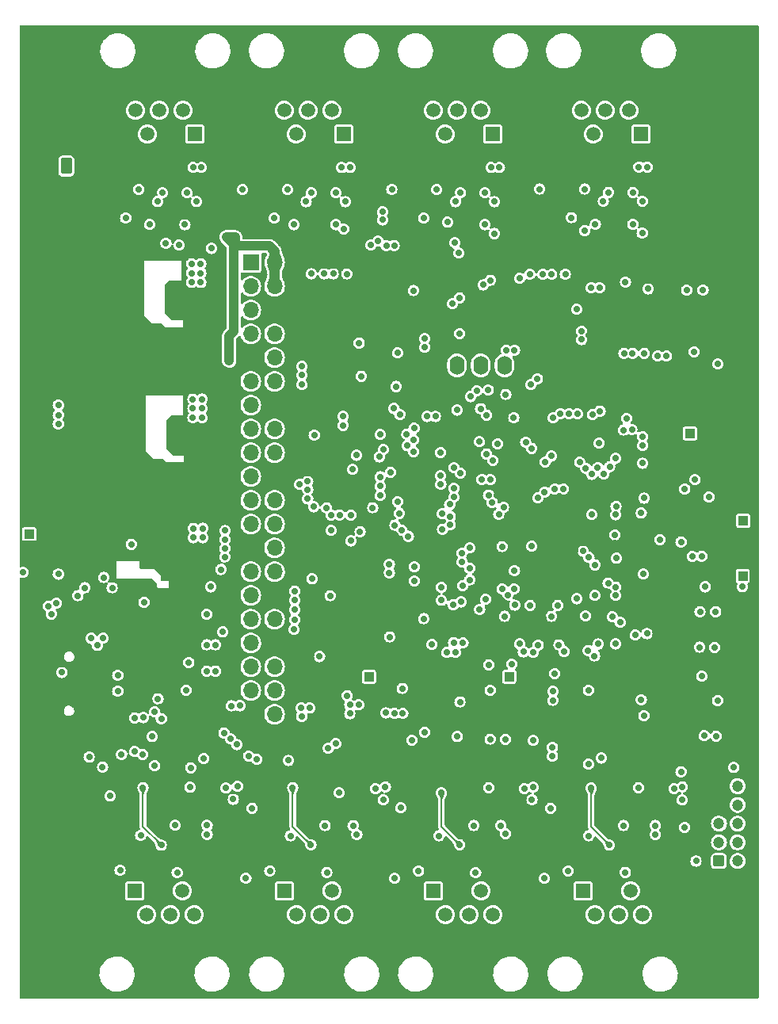
<source format=gbr>
%TF.GenerationSoftware,KiCad,Pcbnew,(7.0.0)*%
%TF.CreationDate,2023-03-09T20:35:22+00:00*%
%TF.ProjectId,RobotLegoController,526f626f-744c-4656-976f-436f6e74726f,REV A*%
%TF.SameCoordinates,Original*%
%TF.FileFunction,Copper,L3,Inr*%
%TF.FilePolarity,Positive*%
%FSLAX46Y46*%
G04 Gerber Fmt 4.6, Leading zero omitted, Abs format (unit mm)*
G04 Created by KiCad (PCBNEW (7.0.0)) date 2023-03-09 20:35:22*
%MOMM*%
%LPD*%
G01*
G04 APERTURE LIST*
G04 Aperture macros list*
%AMRoundRect*
0 Rectangle with rounded corners*
0 $1 Rounding radius*
0 $2 $3 $4 $5 $6 $7 $8 $9 X,Y pos of 4 corners*
0 Add a 4 corners polygon primitive as box body*
4,1,4,$2,$3,$4,$5,$6,$7,$8,$9,$2,$3,0*
0 Add four circle primitives for the rounded corners*
1,1,$1+$1,$2,$3*
1,1,$1+$1,$4,$5*
1,1,$1+$1,$6,$7*
1,1,$1+$1,$8,$9*
0 Add four rect primitives between the rounded corners*
20,1,$1+$1,$2,$3,$4,$5,0*
20,1,$1+$1,$4,$5,$6,$7,0*
20,1,$1+$1,$6,$7,$8,$9,0*
20,1,$1+$1,$8,$9,$2,$3,0*%
G04 Aperture macros list end*
%TA.AperFunction,ComponentPad*%
%ADD10C,6.400000*%
%TD*%
%TA.AperFunction,ComponentPad*%
%ADD11R,1.520000X1.520000*%
%TD*%
%TA.AperFunction,ComponentPad*%
%ADD12C,1.520000*%
%TD*%
%TA.AperFunction,ComponentPad*%
%ADD13O,1.600000X2.000000*%
%TD*%
%TA.AperFunction,ComponentPad*%
%ADD14C,0.700000*%
%TD*%
%TA.AperFunction,ComponentPad*%
%ADD15RoundRect,0.250000X0.350000X0.625000X-0.350000X0.625000X-0.350000X-0.625000X0.350000X-0.625000X0*%
%TD*%
%TA.AperFunction,ComponentPad*%
%ADD16O,1.200000X1.750000*%
%TD*%
%TA.AperFunction,ComponentPad*%
%ADD17R,1.700000X1.700000*%
%TD*%
%TA.AperFunction,ComponentPad*%
%ADD18O,1.700000X1.700000*%
%TD*%
%TA.AperFunction,ComponentPad*%
%ADD19C,0.500000*%
%TD*%
%TA.AperFunction,ComponentPad*%
%ADD20RoundRect,0.250000X0.350000X-0.350000X0.350000X0.350000X-0.350000X0.350000X-0.350000X-0.350000X0*%
%TD*%
%TA.AperFunction,ComponentPad*%
%ADD21C,1.200000*%
%TD*%
%TA.AperFunction,ComponentPad*%
%ADD22O,2.000000X0.900000*%
%TD*%
%TA.AperFunction,ComponentPad*%
%ADD23O,1.700000X0.900000*%
%TD*%
%TA.AperFunction,ComponentPad*%
%ADD24R,1.000000X1.000000*%
%TD*%
%TA.AperFunction,ViaPad*%
%ADD25C,0.700000*%
%TD*%
%TA.AperFunction,ViaPad*%
%ADD26C,4.000000*%
%TD*%
%TA.AperFunction,ViaPad*%
%ADD27C,3.000000*%
%TD*%
%TA.AperFunction,Conductor*%
%ADD28C,1.000000*%
%TD*%
%TA.AperFunction,Conductor*%
%ADD29C,0.200000*%
%TD*%
G04 APERTURE END LIST*
D10*
%TO.N,GND*%
%TO.C,H4*%
X205000000Y-39000000D03*
%TD*%
D11*
%TO.N,/05-System Outputs A/MOTORA_PIN1*%
%TO.C,J11*%
X149249999Y-46139999D03*
D12*
%TO.N,/05-System Outputs A/MOTORA_PIN2*%
X147980000Y-43600000D03*
%TO.N,GND*%
X146710000Y-46140000D03*
%TO.N,Net-(C132-Pad2)*%
X145440000Y-43600000D03*
%TO.N,/05-System Outputs A/MOTORA_PIN5*%
X144170000Y-46140000D03*
%TO.N,/05-System Outputs A/MOTORA_PIN6*%
X142900000Y-43600000D03*
%TD*%
D13*
%TO.N,GND*%
%TO.C,U3*%
X174719999Y-70849999D03*
%TO.N,+3.3V*%
X177259999Y-70849999D03*
%TO.N,SYS_I2C_SCL*%
X179799999Y-70849999D03*
%TO.N,SYS_I2C_SDA*%
X182339999Y-70849999D03*
%TD*%
D10*
%TO.N,GND*%
%TO.C,H3*%
X135000000Y-39000000D03*
%TD*%
D14*
%TO.N,GND*%
%TO.C,U8*%
X143900000Y-81795000D03*
X143900000Y-82795000D03*
X143900000Y-83795000D03*
X145200000Y-81795000D03*
X145200000Y-82795000D03*
X145200000Y-83795000D03*
%TD*%
D11*
%TO.N,/06-System Outputs B/MOTORD_PIN1*%
%TO.C,J14*%
X196899999Y-46139999D03*
D12*
%TO.N,/06-System Outputs B/MOTORD_PIN2*%
X195630000Y-43600000D03*
%TO.N,GND*%
X194360000Y-46140000D03*
%TO.N,Net-(C160-Pad2)*%
X193090000Y-43600000D03*
%TO.N,/06-System Outputs B/MOTORD_PIN5*%
X191820000Y-46140000D03*
%TO.N,/06-System Outputs B/MOTORD_PIN6*%
X190550000Y-43600000D03*
%TD*%
D14*
%TO.N,GND*%
%TO.C,U17*%
X165050000Y-64550000D03*
X163550000Y-64550000D03*
X162050000Y-64550000D03*
X165050000Y-66050000D03*
X163550000Y-66050000D03*
X162050000Y-66050000D03*
%TD*%
D15*
%TO.N,+BATT*%
%TO.C,J4*%
X135500000Y-49550000D03*
D16*
%TO.N,GND*%
X133499999Y-49549999D03*
%TD*%
D10*
%TO.N,GND*%
%TO.C,H1*%
X135000000Y-134000000D03*
%TD*%
D17*
%TO.N,unconnected-(J2-3V3-Pad1)*%
%TO.C,J2*%
X155227031Y-59861038D03*
D18*
%TO.N,+5V*%
X157767031Y-59861038D03*
%TO.N,unconnected-(J2-SDA{slash}GPIO2-Pad3)*%
X155227031Y-62401038D03*
%TO.N,+5V*%
X157767031Y-62401038D03*
%TO.N,unconnected-(J2-SCL{slash}GPIO3-Pad5)*%
X155227031Y-64941038D03*
%TO.N,GND*%
X157767031Y-64941038D03*
%TO.N,unconnected-(J2-GCLK0{slash}GPIO4-Pad7)*%
X155227031Y-67481038D03*
%TO.N,Net-(J2-GPIO14{slash}TXD)*%
X157767031Y-67481038D03*
%TO.N,GND*%
X155227031Y-70021038D03*
%TO.N,Net-(J2-GPIO15{slash}RXD)*%
X157767031Y-70021038D03*
%TO.N,unconnected-(J2-GPIO17-Pad11)*%
X155227031Y-72561038D03*
%TO.N,unconnected-(J2-GPIO18{slash}PWM0-Pad12)*%
X157767031Y-72561038D03*
%TO.N,unconnected-(J2-GPIO27-Pad13)*%
X155227031Y-75101038D03*
%TO.N,GND*%
X157767031Y-75101038D03*
%TO.N,unconnected-(J2-GPIO22-Pad15)*%
X155227031Y-77641038D03*
%TO.N,unconnected-(J2-GPIO23-Pad16)*%
X157767031Y-77641038D03*
%TO.N,unconnected-(J2-3V3-Pad17)*%
X155227031Y-80181038D03*
%TO.N,unconnected-(J2-GPIO24-Pad18)*%
X157767031Y-80181038D03*
%TO.N,unconnected-(J2-MOSI0{slash}GPIO10-Pad19)*%
X155227031Y-82721038D03*
%TO.N,GND*%
X157767031Y-82721038D03*
%TO.N,unconnected-(J2-MISO0{slash}GPIO9-Pad21)*%
X155227031Y-85261038D03*
%TO.N,unconnected-(J2-GPIO25-Pad22)*%
X157767031Y-85261038D03*
%TO.N,unconnected-(J2-SCLK0{slash}GPIO11-Pad23)*%
X155227031Y-87801038D03*
%TO.N,unconnected-(J2-~{CE0}{slash}GPIO8-Pad24)*%
X157767031Y-87801038D03*
%TO.N,GND*%
X155227031Y-90341038D03*
%TO.N,unconnected-(J2-~{CE1}{slash}GPIO7-Pad26)*%
X157767031Y-90341038D03*
%TO.N,unconnected-(J2-ID_SD{slash}GPIO0-Pad27)*%
X155227031Y-92881038D03*
%TO.N,unconnected-(J2-ID_SC{slash}GPIO1-Pad28)*%
X157767031Y-92881038D03*
%TO.N,unconnected-(J2-GCLK1{slash}GPIO5-Pad29)*%
X155227031Y-95421038D03*
%TO.N,GND*%
X157767031Y-95421038D03*
%TO.N,unconnected-(J2-GCLK2{slash}GPIO6-Pad31)*%
X155227031Y-97961038D03*
%TO.N,unconnected-(J2-PWM0{slash}GPIO12-Pad32)*%
X157767031Y-97961038D03*
%TO.N,unconnected-(J2-PWM1{slash}GPIO13-Pad33)*%
X155227031Y-100501038D03*
%TO.N,GND*%
X157767031Y-100501038D03*
%TO.N,unconnected-(J2-GPIO19{slash}MISO1-Pad35)*%
X155227031Y-103041038D03*
%TO.N,unconnected-(J2-GPIO16-Pad36)*%
X157767031Y-103041038D03*
%TO.N,unconnected-(J2-GPIO26-Pad37)*%
X155227031Y-105581038D03*
%TO.N,unconnected-(J2-GPIO20{slash}MOSI1-Pad38)*%
X157767031Y-105581038D03*
%TO.N,GND*%
X155227031Y-108121038D03*
%TO.N,unconnected-(J2-GPIO21{slash}SCLK1-Pad40)*%
X157767031Y-108121038D03*
%TD*%
D11*
%TO.N,/03-System Inputs A/INPUT1_PIN1*%
%TO.C,J7*%
X142829999Y-126979999D03*
D12*
%TO.N,/03-System Inputs A/INPUT1_PIN2*%
X144100000Y-129520000D03*
%TO.N,GND*%
X145370000Y-126980000D03*
%TO.N,Net-(C94-Pad2)*%
X146640000Y-129520000D03*
%TO.N,/03-System Inputs A/INPUT1_PIN5*%
X147910000Y-126980000D03*
%TO.N,/03-System Inputs A/INPUT1_PIN6*%
X149180000Y-129520000D03*
%TD*%
D14*
%TO.N,GND*%
%TO.C,U9*%
X143780000Y-67350000D03*
X143780000Y-68350000D03*
X143780000Y-69350000D03*
X145080000Y-67350000D03*
X145080000Y-68350000D03*
X145080000Y-69350000D03*
%TD*%
D19*
%TO.N,GND*%
%TO.C,U6*%
X146900000Y-96375000D03*
X148000000Y-96375000D03*
X149100000Y-96375000D03*
X146900000Y-95275000D03*
X148000000Y-95275000D03*
X149100000Y-95275000D03*
X146900000Y-94175000D03*
X148000000Y-94175000D03*
X149100000Y-94175000D03*
%TD*%
D20*
%TO.N,+5V*%
%TO.C,J1*%
X205250000Y-123800000D03*
D21*
%TO.N,/01-Microcontroller and Extras/MC_SWDIO*%
X207250000Y-123800000D03*
%TO.N,+5V*%
X205250000Y-121800000D03*
%TO.N,/01-Microcontroller and Extras/MC_SWCLK*%
X207250000Y-121800000D03*
%TO.N,unconnected-(J1-Pin_5-Pad5)*%
X205250000Y-119800000D03*
%TO.N,/01-Microcontroller and Extras/MC_RESET_N*%
X207250000Y-119800000D03*
%TO.N,GND*%
X205250000Y-117800000D03*
%TO.N,/01-Microcontroller and Extras/DEBUG_uTX_dRX*%
X207250000Y-117800000D03*
%TO.N,GND*%
X205250000Y-115800000D03*
%TO.N,/01-Microcontroller and Extras/DEBUG_uRX_dTX*%
X207250000Y-115800000D03*
%TD*%
D11*
%TO.N,/04-System Inputs B/INPUT4_PIN1*%
%TO.C,J10*%
X190729999Y-126979999D03*
D12*
%TO.N,/04-System Inputs B/INPUT4_PIN2*%
X192000000Y-129520000D03*
%TO.N,GND*%
X193270000Y-126980000D03*
%TO.N,Net-(C119-Pad2)*%
X194540000Y-129520000D03*
%TO.N,/04-System Inputs B/INPUT4_PIN5*%
X195810000Y-126980000D03*
%TO.N,/04-System Inputs B/INPUT4_PIN6*%
X197080000Y-129520000D03*
%TD*%
D11*
%TO.N,/04-System Inputs B/INPUT3_PIN1*%
%TO.C,J9*%
X174749999Y-126979999D03*
D12*
%TO.N,/04-System Inputs B/INPUT3_PIN2*%
X176020000Y-129520000D03*
%TO.N,GND*%
X177290000Y-126980000D03*
%TO.N,Net-(C114-Pad2)*%
X178560000Y-129520000D03*
%TO.N,/04-System Inputs B/INPUT3_PIN5*%
X179830000Y-126980000D03*
%TO.N,/04-System Inputs B/INPUT3_PIN6*%
X181100000Y-129520000D03*
%TD*%
D11*
%TO.N,/05-System Outputs A/MOTORB_PIN1*%
%TO.C,J12*%
X165149999Y-46139999D03*
D12*
%TO.N,/05-System Outputs A/MOTORB_PIN2*%
X163880000Y-43600000D03*
%TO.N,GND*%
X162610000Y-46140000D03*
%TO.N,Net-(C135-Pad2)*%
X161340000Y-43600000D03*
%TO.N,/05-System Outputs A/MOTORB_PIN5*%
X160070000Y-46140000D03*
%TO.N,/05-System Outputs A/MOTORB_PIN6*%
X158800000Y-43600000D03*
%TD*%
D14*
%TO.N,GND*%
%TO.C,U23*%
X188400000Y-64600000D03*
X186900000Y-64600000D03*
X185400000Y-64600000D03*
X188400000Y-66100000D03*
X186900000Y-66100000D03*
X185400000Y-66100000D03*
%TD*%
D11*
%TO.N,/06-System Outputs B/MOTORC_PIN1*%
%TO.C,J13*%
X181069999Y-46139999D03*
D12*
%TO.N,/06-System Outputs B/MOTORC_PIN2*%
X179800000Y-43600000D03*
%TO.N,GND*%
X178530000Y-46140000D03*
%TO.N,Net-(C157-Pad2)*%
X177260000Y-43600000D03*
%TO.N,/06-System Outputs B/MOTORC_PIN5*%
X175990000Y-46140000D03*
%TO.N,/06-System Outputs B/MOTORC_PIN6*%
X174720000Y-43600000D03*
%TD*%
D22*
%TO.N,GND*%
%TO.C,J3*%
X136283194Y-100536523D03*
D23*
X132113194Y-100536523D03*
D22*
X136283194Y-109176523D03*
D23*
X132113194Y-109176523D03*
%TD*%
D11*
%TO.N,/03-System Inputs A/INPUT2_PIN1*%
%TO.C,J8*%
X158829999Y-126979999D03*
D12*
%TO.N,/03-System Inputs A/INPUT2_PIN2*%
X160100000Y-129520000D03*
%TO.N,GND*%
X161370000Y-126980000D03*
%TO.N,Net-(C99-Pad2)*%
X162640000Y-129520000D03*
%TO.N,/03-System Inputs A/INPUT2_PIN5*%
X163910000Y-126980000D03*
%TO.N,/03-System Inputs A/INPUT2_PIN6*%
X165180000Y-129520000D03*
%TD*%
D10*
%TO.N,GND*%
%TO.C,H2*%
X205000000Y-134000000D03*
%TD*%
D24*
%TO.N,+4V*%
%TO.C,TP28*%
X131549999Y-88849999D03*
%TD*%
%TO.N,GND*%
%TO.C,TP21*%
X182849999Y-112124999D03*
%TD*%
%TO.N,/01-Microcontroller and Extras/LED3*%
%TO.C,TP17*%
X167849999Y-104099999D03*
%TD*%
%TO.N,GND*%
%TO.C,TP133*%
X151749999Y-84599999D03*
%TD*%
%TO.N,GND*%
%TO.C,TP23*%
X132399999Y-43399999D03*
%TD*%
%TO.N,Net-(D65-DO)*%
%TO.C,TP149*%
X202149999Y-78099999D03*
%TD*%
%TO.N,Net-(Q13-D)*%
%TO.C,TP146*%
X207799999Y-93349999D03*
%TD*%
%TO.N,+5V*%
%TO.C,TP147*%
X207849999Y-87449999D03*
%TD*%
%TO.N,GND*%
%TO.C,TP19*%
X167849999Y-112099999D03*
%TD*%
%TO.N,/01-Microcontroller and Extras/LED1*%
%TO.C,TP15*%
X182849999Y-104099999D03*
%TD*%
D25*
%TO.N,VBUS*%
X135050000Y-103650000D03*
X136744622Y-95444622D03*
%TO.N,GND*%
X199750000Y-87550000D03*
X165200000Y-72700000D03*
X143950000Y-89950000D03*
X190750000Y-73450000D03*
X200490000Y-49035000D03*
X144052500Y-106800000D03*
X185840000Y-122377500D03*
X196950000Y-120000000D03*
X151000000Y-91850000D03*
X162811330Y-86807717D03*
X194200000Y-82400000D03*
X149875000Y-66935000D03*
X132050000Y-91050000D03*
X199650000Y-79400000D03*
X149441384Y-56189500D03*
X149050000Y-119962500D03*
X150875000Y-66935000D03*
X144950000Y-91950000D03*
X157990000Y-48560000D03*
X135650000Y-71400000D03*
X171250000Y-124850000D03*
X169900000Y-80625500D03*
X165477000Y-51460000D03*
X190693722Y-96410544D03*
X159450000Y-122350000D03*
X152950000Y-124750000D03*
X147650000Y-101600000D03*
X197200000Y-104150000D03*
X177400000Y-69050000D03*
X146650000Y-101600000D03*
X155350000Y-124850000D03*
X204875000Y-99050000D03*
X176206569Y-80893431D03*
X198994177Y-90397453D03*
X177990000Y-49035000D03*
X203950000Y-71987500D03*
X191350000Y-122350000D03*
X187590000Y-55060000D03*
X203388968Y-108537115D03*
D26*
X133500000Y-55000000D03*
D25*
X204862500Y-76200000D03*
X177625500Y-112150000D03*
X161250000Y-102787250D03*
X181450000Y-97650000D03*
X161940000Y-50360000D03*
X165477000Y-54860000D03*
X201800000Y-67600000D03*
X201050000Y-93450000D03*
X153890000Y-122327500D03*
X170638475Y-88998575D03*
X143950000Y-91950000D03*
X193790000Y-48985000D03*
X192850000Y-117350000D03*
X151300000Y-89250000D03*
X168400000Y-117250000D03*
X151300000Y-88250000D03*
X166200000Y-124800000D03*
X199874500Y-106497349D03*
X194550000Y-64900000D03*
X139350000Y-124812500D03*
X207100000Y-64950000D03*
X141350000Y-96450000D03*
X170200000Y-64800000D03*
X182800000Y-64850000D03*
X198100000Y-124800000D03*
X149400000Y-116550000D03*
X203200000Y-98400000D03*
X137891929Y-101616014D03*
X140150000Y-110200000D03*
X146650000Y-100600000D03*
X138950000Y-95837500D03*
X199750000Y-93200000D03*
X158750000Y-117250000D03*
X202650000Y-74900000D03*
X182100000Y-124800000D03*
X197550000Y-109850000D03*
X141750000Y-95600000D03*
X205250000Y-71950000D03*
X135650000Y-69350000D03*
X169890000Y-122377500D03*
X203650000Y-84050000D03*
X201600000Y-80425000D03*
X165500000Y-90700000D03*
X204136237Y-88303059D03*
X156300000Y-115900000D03*
X179000000Y-121450000D03*
X172800000Y-98800000D03*
X196300000Y-113475500D03*
X142750000Y-117212500D03*
X185874500Y-85899158D03*
X143450000Y-122337500D03*
X164500000Y-89099000D03*
X186150000Y-103775500D03*
X189800000Y-61150000D03*
X192950000Y-113650000D03*
X152025000Y-80400000D03*
X202050000Y-88500000D03*
X135750000Y-117800000D03*
X137393056Y-97093056D03*
X183100000Y-58200000D03*
X203250000Y-84900000D03*
X161083524Y-56949653D03*
X200310000Y-117466250D03*
X181427000Y-54860000D03*
X161773450Y-99450000D03*
X193690000Y-50310000D03*
X186811991Y-79628813D03*
X150025000Y-81400000D03*
X135750000Y-84900000D03*
X208250000Y-99050000D03*
X165306031Y-86149996D03*
X201467701Y-126900000D03*
X203590000Y-126900000D03*
X145900000Y-112900000D03*
X135750000Y-85900000D03*
X199650000Y-78450000D03*
X154800000Y-54050000D03*
X138600000Y-91600000D03*
X177850000Y-93125500D03*
X186467597Y-97824546D03*
X197950000Y-67650000D03*
X205853505Y-81896495D03*
X162350000Y-90650000D03*
X197550000Y-97950000D03*
X144950000Y-117300000D03*
X188200000Y-115900000D03*
X146050000Y-50350000D03*
X193350000Y-79150000D03*
X188181315Y-84834111D03*
X165050000Y-120000000D03*
X162625500Y-112100000D03*
X200900000Y-124800000D03*
X161650000Y-121150000D03*
X175600000Y-96850000D03*
X143450000Y-124750000D03*
X199650000Y-85050000D03*
X186990000Y-48510000D03*
X166425500Y-61050000D03*
X181538140Y-84761570D03*
X171790000Y-55110000D03*
X139049500Y-111100000D03*
D26*
X133500000Y-113000000D03*
D25*
X144950000Y-89950000D03*
X163100000Y-121500000D03*
X187050000Y-74450000D03*
X184281000Y-58700000D03*
X180950000Y-120000000D03*
X170900000Y-84420000D03*
X184690000Y-49085000D03*
X138450000Y-51100000D03*
X143350000Y-53350000D03*
X162576550Y-100950000D03*
X175350000Y-122350000D03*
X171018268Y-77931732D03*
X160950000Y-117250000D03*
X132050000Y-92050000D03*
X190990000Y-48500000D03*
X205100000Y-108550000D03*
X201100000Y-92150000D03*
X135600000Y-91200000D03*
X151025000Y-80400000D03*
X152400000Y-117350000D03*
X172000000Y-73500000D03*
X159240000Y-48510000D03*
X189800000Y-70000000D03*
X170290000Y-51110000D03*
X177550000Y-121150000D03*
X195100000Y-72950000D03*
X161250000Y-105487250D03*
X162040000Y-49035000D03*
X184850000Y-124800000D03*
X136600000Y-119150000D03*
X195800000Y-105550000D03*
X179924500Y-82134408D03*
X135650000Y-70400000D03*
X147100000Y-121468750D03*
X152025000Y-81400000D03*
X169100000Y-74750000D03*
X151875000Y-65935000D03*
X181400497Y-102300000D03*
X143350000Y-48500000D03*
X135750000Y-83850000D03*
X168750000Y-49075000D03*
X171190000Y-48560000D03*
X178635987Y-91232005D03*
X144950000Y-90950000D03*
X176254906Y-105354906D03*
X187250000Y-124850000D03*
X172850000Y-114100000D03*
X199900000Y-62350000D03*
X132550000Y-94350000D03*
X176950000Y-73100000D03*
X203950000Y-74912500D03*
X135750000Y-87000000D03*
X135698056Y-98975500D03*
X165613000Y-116500000D03*
X181700000Y-60450000D03*
X166450000Y-74750000D03*
X166900000Y-108500000D03*
X193425500Y-103197625D03*
X175550000Y-62400000D03*
X176600000Y-76250000D03*
X160776089Y-61049659D03*
X152850000Y-49075000D03*
X175350000Y-124800000D03*
X177890000Y-50360000D03*
X195000000Y-121500000D03*
X149875000Y-65935000D03*
X159450000Y-124800000D03*
X139950000Y-55100000D03*
X148400000Y-104550000D03*
X159240000Y-53360000D03*
X191362942Y-67658662D03*
X186200000Y-90174500D03*
X146150000Y-49025000D03*
X175490531Y-89950551D03*
X151025000Y-81400000D03*
X135700000Y-125800000D03*
X163700000Y-72700000D03*
X197227000Y-51410000D03*
X176806364Y-117241367D03*
X150200000Y-124750000D03*
X199750000Y-92250000D03*
X196950000Y-112150000D03*
X176250000Y-102800000D03*
X193500000Y-68650000D03*
X170900000Y-68600000D03*
X198050000Y-76400000D03*
X207450000Y-58200000D03*
X184281000Y-57804977D03*
X147650000Y-100600000D03*
X201840000Y-122377500D03*
X208350000Y-108550000D03*
X175190000Y-53360000D03*
X194137500Y-89850000D03*
X190650000Y-117250000D03*
X201200000Y-91100000D03*
X197227000Y-54810000D03*
X204750000Y-64850000D03*
X206350000Y-68600000D03*
X173300000Y-72300000D03*
X191350000Y-124800000D03*
X182450000Y-76050000D03*
X154340000Y-51110000D03*
X197950000Y-112150000D03*
X151875000Y-66935000D03*
X205850000Y-77487500D03*
X193500000Y-60450000D03*
X207300000Y-89000000D03*
X183876472Y-104782415D03*
X155240000Y-48560000D03*
X199100000Y-58150000D03*
X163450000Y-81700000D03*
X142100000Y-48550000D03*
X164228247Y-100170931D03*
X199650000Y-80350000D03*
X149950000Y-93300000D03*
X141100000Y-114200000D03*
X132550000Y-95350000D03*
X181427000Y-51460000D03*
X168950000Y-124800000D03*
X156763437Y-112913437D03*
X150875000Y-65935000D03*
X180150000Y-68600000D03*
X190900000Y-83112238D03*
X200199501Y-97155500D03*
X149587000Y-51450000D03*
X149587000Y-54850000D03*
X144052500Y-102800000D03*
X182074500Y-96000000D03*
X155840000Y-55110000D03*
X184310000Y-117250000D03*
X153850000Y-53100000D03*
X161300000Y-82250000D03*
X137050000Y-124450000D03*
X189850000Y-90700000D03*
X187800000Y-58474500D03*
X139350000Y-48550000D03*
X176950000Y-113650000D03*
X180000000Y-58000000D03*
X137050000Y-127100000D03*
X205250000Y-61700000D03*
X197225500Y-101025500D03*
X192875000Y-57400000D03*
X176050000Y-69850000D03*
X176300000Y-110824500D03*
X150025000Y-80400000D03*
X136600000Y-116500000D03*
X181300000Y-116600000D03*
X175190000Y-48510000D03*
X186090000Y-51060000D03*
X202650000Y-72000000D03*
X200750000Y-70024500D03*
X197100000Y-75350000D03*
X175650000Y-84450000D03*
X196941589Y-96708411D03*
X135650000Y-68350000D03*
X145650000Y-121112500D03*
X167800000Y-74750000D03*
X199650000Y-84100000D03*
X200650000Y-58150000D03*
X193550000Y-121100000D03*
X174650000Y-117250000D03*
X141375000Y-97400000D03*
X205250000Y-74950000D03*
X190990000Y-53310000D03*
X169565000Y-97950000D03*
X189800000Y-70850000D03*
X140200000Y-108000000D03*
X175300000Y-58100000D03*
D27*
X166850000Y-94600000D03*
D25*
X143950000Y-90950000D03*
X173940000Y-48560000D03*
X169100000Y-60400000D03*
X192950000Y-97700000D03*
X197050000Y-82900000D03*
X199750000Y-88500000D03*
X151600000Y-109450000D03*
X171400000Y-82300000D03*
X152300000Y-101800000D03*
X190900497Y-92150000D03*
X191825500Y-73433411D03*
X189740000Y-48510000D03*
X197300000Y-116600000D03*
%TO.N,+4V*%
X142450000Y-89950000D03*
X148596495Y-102575500D03*
X130900000Y-92950000D03*
%TO.N,PM_NIRQ*%
X138160500Y-100000000D03*
X153050000Y-110726500D03*
X176478404Y-85700500D03*
X145658411Y-108591589D03*
%TO.N,SYS_I2C_SDA*%
X186625500Y-84375500D03*
X155864015Y-112925500D03*
X142800000Y-108499807D03*
X139439500Y-99979500D03*
X151450000Y-100700000D03*
X181724500Y-86775500D03*
%TO.N,SYS_I2C_SCL*%
X150500000Y-100700000D03*
X138806156Y-100763180D03*
X182225500Y-86028439D03*
X154980577Y-112575500D03*
X185899338Y-85000000D03*
X143733411Y-108474500D03*
%TO.N,+3.3V*%
X143450000Y-121062500D03*
X160650000Y-108350000D03*
X175600000Y-95950000D03*
X147150000Y-119962500D03*
X159900000Y-98000000D03*
X166500000Y-80450000D03*
X145300000Y-106450000D03*
X165150000Y-56274500D03*
X152450000Y-91300000D03*
X181600500Y-79222349D03*
X173700000Y-97900000D03*
X170600000Y-125650000D03*
X147550000Y-58000000D03*
X197100000Y-81300000D03*
X161500000Y-107450000D03*
X150498060Y-97429879D03*
X148300000Y-105550000D03*
X152450000Y-89450000D03*
X193574000Y-81659112D03*
X139381750Y-113750000D03*
X182350000Y-97650000D03*
X194137500Y-88950000D03*
X191350000Y-121100000D03*
X171400000Y-105350000D03*
X169050000Y-83750000D03*
X169050000Y-84750000D03*
X159900000Y-96950000D03*
X159850000Y-99050000D03*
X195050000Y-120000000D03*
X187507585Y-105676472D03*
X194200000Y-100600000D03*
X154700000Y-125650000D03*
X203400000Y-91229500D03*
X198950000Y-89450000D03*
X201200000Y-89700000D03*
X186600000Y-125650000D03*
X194199213Y-94526502D03*
X175350000Y-121100000D03*
X187700000Y-103775000D03*
X160600000Y-107450000D03*
X181265500Y-53360000D03*
X181253000Y-56760000D03*
X165315500Y-53360000D03*
X133900000Y-97400000D03*
X201589500Y-120200000D03*
X174050000Y-76300000D03*
X161300000Y-85100000D03*
X180600000Y-73475500D03*
X187350000Y-97650000D03*
X181100000Y-81000000D03*
X152450000Y-90400000D03*
X163160000Y-119997500D03*
X152450000Y-88500000D03*
X179050000Y-120000000D03*
X180400000Y-80300000D03*
X168250000Y-86050000D03*
X160450000Y-83550000D03*
X134450000Y-96250000D03*
X133605768Y-96556268D03*
X164293463Y-111243463D03*
X169050000Y-82750000D03*
X159900000Y-95950000D03*
X174950000Y-76300000D03*
X149425500Y-53350000D03*
X185400000Y-110918887D03*
X201600000Y-84050000D03*
X170150000Y-82250000D03*
X170025500Y-93000000D03*
X166750000Y-107100000D03*
X150500000Y-103500000D03*
X161300000Y-83250000D03*
X170900000Y-85400000D03*
X165800000Y-108050000D03*
X159900000Y-94950000D03*
X197053000Y-56710000D03*
X192450000Y-79150000D03*
X165800000Y-107100000D03*
X187459443Y-112600000D03*
X193850000Y-97700000D03*
X197065500Y-53310000D03*
X159450000Y-121100000D03*
X202700000Y-83050000D03*
X151450000Y-103500000D03*
X174575500Y-100650000D03*
X187507585Y-106626472D03*
X170025500Y-92100000D03*
%TO.N,BM_NIRQ*%
X152224978Y-99322084D03*
X175524304Y-83559323D03*
X152350000Y-110102000D03*
X144950000Y-107850000D03*
%TO.N,+5V*%
X189150000Y-124850000D03*
X173690000Y-55110000D03*
X141850000Y-55100000D03*
X154340000Y-52060000D03*
X173800000Y-67997576D03*
X159140000Y-52060000D03*
X198700000Y-69850000D03*
X150030000Y-75450000D03*
X149030000Y-76450000D03*
X150030000Y-74450000D03*
X199650000Y-69850000D03*
X141250000Y-124800000D03*
X157740000Y-55110000D03*
X150030000Y-76450000D03*
X137950000Y-112700000D03*
X169700000Y-58050000D03*
X152624500Y-57150000D03*
X143250000Y-52050000D03*
X149030000Y-75450000D03*
X134650000Y-93150000D03*
X197550000Y-99500000D03*
X152900000Y-68450000D03*
X134650000Y-76150000D03*
X134650000Y-77100000D03*
X134650000Y-75100000D03*
X161140000Y-53360000D03*
X189490000Y-55060000D03*
X169300000Y-55300000D03*
X190890000Y-52010000D03*
X179250000Y-125050000D03*
X195250000Y-125000000D03*
X197225500Y-108250000D03*
X202800000Y-123800000D03*
X170290000Y-52060000D03*
X152900000Y-69400000D03*
X153550000Y-57150000D03*
X192890000Y-53310000D03*
X147350000Y-125031250D03*
X169300000Y-54450000D03*
X181950000Y-120000000D03*
X166150000Y-120000000D03*
X173150000Y-124850000D03*
X198450000Y-120000000D03*
X186090000Y-52010000D03*
X170545899Y-58029076D03*
X150550000Y-119962500D03*
X152900000Y-70350000D03*
X175090000Y-52060000D03*
X145250000Y-53350000D03*
X177090000Y-53360000D03*
X157250000Y-124850000D03*
X173800000Y-68900000D03*
X149030000Y-74450000D03*
X163350000Y-125000000D03*
%TO.N,/01-Microcontroller and Extras/BUTTON2*%
X172700000Y-93869647D03*
X170050000Y-99850000D03*
%TO.N,/01-Microcontroller and Extras/MC_RESET_N*%
X191656540Y-86775500D03*
%TO.N,/02-System Power Supply and USB/VCONN*%
X139500000Y-93500000D03*
%TO.N,SHUTDOWN*%
X153150662Y-107217216D03*
X175500000Y-82650000D03*
%TO.N,/02-System Power Supply and USB/USB_CC2*%
X137500000Y-94600000D03*
X141000000Y-105649500D03*
%TO.N,/02-System Power Supply and USB/USB_CC1*%
X141000000Y-103950500D03*
X140400000Y-94600000D03*
%TO.N,+BATT*%
X150100000Y-89250000D03*
X150100000Y-88250000D03*
X149100000Y-89250000D03*
X149100000Y-88250000D03*
%TO.N,VBAT_SENSE*%
X176536487Y-86991339D03*
X172699500Y-92350000D03*
X163700000Y-95450000D03*
%TO.N,/02-System Power Supply and USB/REGN*%
X143800000Y-96150000D03*
X152016589Y-92649500D03*
%TO.N,+9V*%
X140181250Y-116850000D03*
X148880000Y-61985000D03*
X185850000Y-72290950D03*
X155350000Y-118150000D03*
X148880000Y-59985000D03*
X144700000Y-110500000D03*
X187250000Y-118150000D03*
X149880000Y-61985000D03*
X171250000Y-118100000D03*
X160700000Y-72900000D03*
X160700000Y-71900000D03*
X160700000Y-70950000D03*
X185150000Y-72900000D03*
X149880000Y-60985000D03*
X148880000Y-60985000D03*
X149880000Y-59985000D03*
%TO.N,VBUS_SENSE*%
X175675066Y-86700364D03*
X153700000Y-111351000D03*
%TO.N,9V_SENSE*%
X143662951Y-112399500D03*
X175700000Y-88350500D03*
%TO.N,5V_SENSE*%
X176536487Y-87890842D03*
X142800000Y-112100000D03*
%TO.N,3V3_SENSE*%
X202400000Y-91250000D03*
X197175000Y-93125000D03*
%TO.N,INPUT1_PIN1_SENSE_VOLTAGE*%
X203800000Y-94500000D03*
X194200000Y-86800000D03*
%TO.N,INPUT2_PIN1_SENSE_VOLTAGE*%
X203225500Y-97150000D03*
X197100000Y-79400000D03*
X204900000Y-97150000D03*
%TO.N,INPUT1_PIN5_SCL_uTX_pRX*%
X148714847Y-115918330D03*
X177625500Y-82349857D03*
X176150000Y-101500000D03*
X177710924Y-96110924D03*
%TO.N,INPUT2_PIN5_SCL_uTX_pRX*%
X164680000Y-116500000D03*
X176900000Y-100450000D03*
X185933965Y-100733619D03*
%TO.N,INPUT1_PIN6_SENSE_VOLTAGE*%
X203175500Y-100950000D03*
X196950000Y-86624500D03*
X197250000Y-85025500D03*
%TO.N,INPUT2_PIN6_SENSE_VOLTAGE*%
X194225000Y-80775000D03*
X204774500Y-100966589D03*
%TO.N,INPUT3_PIN1_SENSE_VOLTAGE*%
X203408953Y-104062484D03*
X197100000Y-78450000D03*
%TO.N,INPUT4_PIN1_SENSE_VOLTAGE*%
X205100000Y-106650000D03*
X195370000Y-76500000D03*
%TO.N,INPUT3_PIN5_SCL_uTX_pRX*%
X192000000Y-92150000D03*
X180650000Y-102825498D03*
X180650000Y-115950000D03*
X191983411Y-95424500D03*
%TO.N,INPUT4_PIN5_SCL_uTX_pRX*%
X196650000Y-115950000D03*
X190057677Y-95774500D03*
%TO.N,INPUT3_PIN6_SENSE_VOLTAGE*%
X203675500Y-110400000D03*
X195045917Y-77750119D03*
%TO.N,INPUT4_PIN6_SENSE_VOLTAGE*%
X195945040Y-77724002D03*
X204950000Y-110444500D03*
%TO.N,MOTORA_PIN5_SENSE*%
X177550000Y-63626000D03*
X188318295Y-76000000D03*
%TO.N,MOTORB_PIN5_SENSE*%
X180050000Y-62250500D03*
X187540296Y-76451465D03*
%TO.N,MOTORA_PIN6_SENSE*%
X170900000Y-69500000D03*
X189226335Y-76010081D03*
X176774500Y-64250500D03*
%TO.N,MOTORB_PIN6_SENSE*%
X177550000Y-67450000D03*
X190125500Y-76034668D03*
%TO.N,/05-System Outputs A/MOTORB_PIN2*%
X165840000Y-49710000D03*
X165480000Y-61075000D03*
%TO.N,/05-System Outputs A/MOTORB_PIN1*%
X164025000Y-61062500D03*
X164940497Y-49710000D03*
%TO.N,/05-System Outputs A/MOTORA_PIN2*%
X149950000Y-49700000D03*
X163075000Y-61062500D03*
%TO.N,/05-System Outputs A/MOTORA_PIN1*%
X161675500Y-61062500D03*
X149050497Y-49700000D03*
%TO.N,MOTORC_PIN5_SENSE*%
X197700000Y-62675500D03*
X191725005Y-76100500D03*
%TO.N,MOTORD_PIN5_SENSE*%
X192550000Y-75724500D03*
X201800000Y-62800000D03*
%TO.N,/01-Microcontroller and Extras/LED2*%
X196950000Y-106567500D03*
X196300500Y-99649500D03*
%TO.N,/01-Microcontroller and Extras/LED3*%
X175600000Y-94550000D03*
%TO.N,INPUT1_PIN2_DETECT*%
X145650000Y-122100000D03*
X171463132Y-108037632D03*
X143700000Y-115950000D03*
%TO.N,INPUT2_PIN2_DETECT*%
X159700000Y-115950000D03*
X177575500Y-106790615D03*
X161650000Y-122050000D03*
%TO.N,Net-(D23-COM)*%
X150552195Y-120947805D03*
%TO.N,Net-(D24-COM)*%
X166552195Y-120972805D03*
%TO.N,INPUT3_PIN2_DETECT*%
X175600000Y-116500000D03*
X188026868Y-96474500D03*
X177550000Y-122049503D03*
%TO.N,INPUT4_PIN2_DETECT*%
X191600000Y-116000000D03*
X191958420Y-101881476D03*
X193550000Y-122100000D03*
%TO.N,Net-(D37-COM)*%
X182452195Y-120872805D03*
%TO.N,Net-(D38-COM)*%
X198452195Y-120972805D03*
%TO.N,MOTORC_PIN6_SENSE*%
X192300000Y-81750000D03*
X197274500Y-69550000D03*
%TO.N,MOTORD_PIN6_SENSE*%
X192949500Y-82450000D03*
X202600000Y-69400000D03*
%TO.N,/06-System Outputs B/MOTORD_PIN2*%
X188830000Y-61125000D03*
X197590000Y-49660000D03*
%TO.N,/06-System Outputs B/MOTORD_PIN1*%
X187380000Y-61125000D03*
X196690497Y-49660000D03*
%TO.N,/06-System Outputs B/MOTORC_PIN2*%
X186430000Y-61125000D03*
X181790000Y-49710000D03*
%TO.N,/06-System Outputs B/MOTORC_PIN1*%
X185030500Y-61125000D03*
X180890497Y-49710000D03*
%TO.N,/05-System Outputs A/MOTORA_PIN5_ENC*%
X145800000Y-52400000D03*
X148412500Y-52400000D03*
%TO.N,/05-System Outputs A/MOTORB_PIN5_ENC*%
X161690000Y-52410000D03*
X164302500Y-52410000D03*
%TO.N,/01-Microcontroller and Extras/MC_SWDIO*%
X193410305Y-94094385D03*
%TO.N,/01-Microcontroller and Extras/MC_SWCLK*%
X194229339Y-95425500D03*
%TO.N,/01-Microcontroller and Extras/DEBUG_uTX_dRX*%
X191356625Y-91367362D03*
%TO.N,Net-(U6-TS)*%
X150950000Y-94500000D03*
%TO.N,/05-System Outputs A/MOTORA_PIN6_ENC*%
X144400000Y-55800000D03*
X148182180Y-55814627D03*
%TO.N,/05-System Outputs A/MOTORB_PIN6_ENC*%
X159850000Y-55810000D03*
X164290000Y-55810000D03*
%TO.N,/06-System Outputs B/MOTORC_PIN5_ENC*%
X180252500Y-52410000D03*
X177640000Y-52410000D03*
%TO.N,/06-System Outputs B/MOTORD_PIN5_ENC*%
X193440000Y-52360000D03*
X196052500Y-52360000D03*
%TO.N,Net-(Q3-G)*%
X161750000Y-93650000D03*
%TO.N,INPUT1_PIN6_SDA_uRX_pTX*%
X177076874Y-101510052D03*
X176942580Y-81764430D03*
X152550000Y-116000000D03*
X176847366Y-96419456D03*
%TO.N,Net-(Q15-D)*%
X153350000Y-117200000D03*
X153800000Y-115800000D03*
%TO.N,INPUT2_PIN6_SDA_uRX_pTX*%
X185400000Y-101500000D03*
X177900000Y-100500000D03*
X168550000Y-116050000D03*
%TO.N,Net-(Q16-D)*%
X169600000Y-115870500D03*
X169370000Y-117270000D03*
%TO.N,INPUT3_PIN6_SDA_uRX_pTX*%
X184450000Y-116050000D03*
X183100000Y-102750000D03*
X183425500Y-96457677D03*
X183399000Y-92775500D03*
%TO.N,Net-(Q27-D)*%
X185400000Y-115900000D03*
X185270000Y-117270000D03*
%TO.N,INPUT4_PIN6_SDA_uRX_pTX*%
X191000000Y-97600000D03*
X200450000Y-116050000D03*
%TO.N,Net-(Q28-D)*%
X201330092Y-115864145D03*
X201320000Y-117270000D03*
%TO.N,/01-Microcontroller and Extras/SYS_IMU_IRQ1*%
X175500000Y-80150000D03*
X166100000Y-81950000D03*
%TO.N,/01-Microcontroller and Extras/SYS_IMU_IRQ2*%
X161300000Y-84100000D03*
X172614269Y-80057027D03*
%TO.N,/01-Microcontroller and Extras/PC_uRX_rpiTX*%
X180624500Y-84694332D03*
X179675000Y-96925000D03*
X169381528Y-79833446D03*
X176925500Y-83958439D03*
%TO.N,/01-Microcontroller and Extras/PC_uTX_rpiRX*%
X176925500Y-84919981D03*
X181024500Y-85500000D03*
X168951826Y-80623674D03*
X180299500Y-95828839D03*
%TO.N,Net-(U4-~{HOLD})*%
X166900000Y-88600000D03*
X165908411Y-89591589D03*
%TO.N,VBAT_ADC_ON*%
X162576549Y-101950000D03*
X172059342Y-89104726D03*
%TO.N,INPUT1_PIN1_CURRENT_ENABLE*%
X169665537Y-107968688D03*
X144950000Y-113600000D03*
%TO.N,INPUT2_PIN1_CURRENT_ENABLE*%
X172434883Y-110884884D03*
X183950000Y-100600000D03*
X159250000Y-113050000D03*
%TO.N,INPUT1_PIN6_ENABLE_N*%
X170563999Y-108011928D03*
X150200000Y-112850000D03*
X148800000Y-113825500D03*
%TO.N,INPUT2_PIN6_ENABLE_N*%
X173782371Y-110032371D03*
X184350000Y-101450000D03*
%TO.N,INPUT3_PIN1_CURRENT_ENABLE*%
X177300000Y-110500000D03*
X188150000Y-100700000D03*
%TO.N,INPUT4_PIN1_CURRENT_ENABLE*%
X192685750Y-112790188D03*
X192350079Y-100605738D03*
%TO.N,INPUT3_PIN6_ENABLE_N*%
X182424500Y-110800000D03*
X188703052Y-101409391D03*
%TO.N,INPUT4_PIN6_ENABLE_N*%
X187459443Y-111650000D03*
X191274500Y-101297220D03*
%TO.N,/06-System Outputs B/MOTORC_PIN6_ENC*%
X176240000Y-55550000D03*
X180240000Y-55810000D03*
%TO.N,/06-System Outputs B/MOTORD_PIN6_ENC*%
X192040000Y-55760000D03*
X196040000Y-55760000D03*
%TO.N,MOTORA_PIN5_DET*%
X172600000Y-62850000D03*
X179650000Y-79000000D03*
%TO.N,MOTORB_PIN5_DET*%
X179363734Y-73564172D03*
X180424000Y-76152549D03*
X180850000Y-61750000D03*
%TO.N,MOTORA_PIN6_DET*%
X177243590Y-75621592D03*
X170750000Y-73100000D03*
%TO.N,MOTORB_PIN6_DET*%
X178707270Y-74179119D03*
X179774500Y-75466589D03*
%TO.N,MOTORA_PIN5_ENCODER*%
X146150000Y-57800000D03*
%TO.N,MOTORB_PIN5_ENCODER*%
X182708834Y-95362250D03*
X168050000Y-58000000D03*
%TO.N,MOTORA_PIN6_ENCODER*%
X151000000Y-58350000D03*
%TO.N,MOTORB_PIN6_ENCODER*%
X168828558Y-57549500D03*
X183343166Y-94724500D03*
%TO.N,MOTORAB_FAULT_N*%
X162000000Y-78300000D03*
%TO.N,MOTORC_PIN5_DET*%
X195260000Y-61950000D03*
X185243330Y-79706523D03*
%TO.N,MOTORD_PIN5_DET*%
X203550000Y-62800000D03*
X191650500Y-82487738D03*
%TO.N,MOTORC_PIN6_DET*%
X195099500Y-69550000D03*
X190372357Y-81190459D03*
%TO.N,MOTORD_PIN6_DET*%
X196025500Y-69550000D03*
X205150000Y-70700000D03*
X191026000Y-81840358D03*
%TO.N,MOTORC_PIN5_ENCODER*%
X177025186Y-57750000D03*
X185071300Y-96474500D03*
%TO.N,MOTORD_PIN5_ENCODER*%
X187714950Y-84064950D03*
X191600497Y-62550000D03*
X190900000Y-56450000D03*
%TO.N,/02-System Power Supply and USB/QONN*%
X141408411Y-112424500D03*
X154050000Y-107200000D03*
%TO.N,/01-Microcontroller and Extras/SYS_SPI_MISO*%
X163800000Y-88474500D03*
X163808496Y-86825500D03*
%TO.N,/01-Microcontroller and Extras/SYS_SPI_MOSI*%
X170619658Y-87908494D03*
X165900000Y-86825500D03*
%TO.N,/01-Microcontroller and Extras/SYS_IMU_CS*%
X163312006Y-86060436D03*
X171344465Y-88441185D03*
%TO.N,/01-Microcontroller and Extras/SYS_SPI_CLK*%
X164707991Y-86821899D03*
X171100000Y-86650000D03*
%TO.N,/01-Microcontroller and Extras/SYS_FLASH_CS_N*%
X161950000Y-85950000D03*
%TO.N,MOTORC_PIN6_ENCODER*%
X182074500Y-90200000D03*
X185250000Y-90174500D03*
X177466241Y-58850000D03*
X182074500Y-94724500D03*
%TO.N,MOTORD_PIN6_ENCODER*%
X192500000Y-62550000D03*
X188623492Y-84039584D03*
%TO.N,MOTOR_CD_FAULT_N*%
X183325500Y-76458639D03*
X183950000Y-61550000D03*
X182507336Y-69219500D03*
%TO.N,MOTORAB_SLEEP_N*%
X171150000Y-76100000D03*
X166800000Y-68450000D03*
X169050000Y-78225500D03*
%TO.N,MOTORA_PWM1*%
X178600000Y-92500000D03*
X165100000Y-77250000D03*
X171951645Y-79432527D03*
%TO.N,MOTORA_PWM2*%
X165100000Y-76300000D03*
X172608269Y-78808027D03*
X177800000Y-91850000D03*
%TO.N,MOTORB_PWM1*%
X172675243Y-77559027D03*
X170524500Y-75450000D03*
X178636487Y-90332503D03*
%TO.N,MOTORCD_SLEEP_N*%
X190050000Y-64850000D03*
X184600000Y-79050000D03*
%TO.N,MOTORC_PWM1*%
X183406813Y-69226313D03*
%TO.N,/01-Microcontroller and Extras/DEBUG_uRX_dTX*%
X190757508Y-90696419D03*
%TO.N,Net-(U2-PF2)*%
X194299293Y-91449500D03*
%TO.N,PIEZO_PWM*%
X201200000Y-114250000D03*
X206850000Y-113800000D03*
X207748888Y-94497864D03*
X194700000Y-98300000D03*
%TO.N,Net-(R10-Pad1)*%
X180800000Y-105550000D03*
X180800000Y-110774500D03*
%TO.N,Net-(R11-Pad1)*%
X163500000Y-111750000D03*
X165524500Y-106124500D03*
%TO.N,Net-(R12-Pad1)*%
X191300000Y-105550000D03*
X191300000Y-113450000D03*
%TO.N,MOTORC_PWM2*%
X182475500Y-73943460D03*
%TO.N,MOTORD_PWM1*%
X178600000Y-93750000D03*
X186693167Y-81155841D03*
X190575500Y-67193946D03*
X179924500Y-83033911D03*
%TO.N,MOTORD_PWM2*%
X177850000Y-94374500D03*
X190575500Y-68093449D03*
X187343795Y-80534723D03*
X180823840Y-83051000D03*
%TO.N,MOTORB_PWM2*%
X171881807Y-78183527D03*
X167050000Y-72000000D03*
X177800000Y-90900000D03*
%TO.N,ADD_LED_RGB*%
X194252821Y-85902050D03*
X204175500Y-84898138D03*
%TD*%
D28*
%TO.N,+5V*%
X153574500Y-58100000D02*
X157208074Y-58100000D01*
X152900000Y-70350000D02*
X152900000Y-68450000D01*
X153400000Y-67200000D02*
X153400000Y-57925500D01*
X157208074Y-58100000D02*
X157767032Y-58658958D01*
X152900000Y-67700000D02*
X153400000Y-67200000D01*
X157767032Y-59861039D02*
X157767032Y-62401039D01*
X153550000Y-57775500D02*
X153400000Y-57925500D01*
X153550000Y-57150000D02*
X153550000Y-57775500D01*
X152900000Y-68450000D02*
X152900000Y-67700000D01*
X152624500Y-57150000D02*
X153550000Y-57150000D01*
X153400000Y-57925500D02*
X152624500Y-57150000D01*
X157767032Y-58658958D02*
X157767032Y-59861039D01*
X153400000Y-57925500D02*
X153574500Y-58100000D01*
D29*
%TO.N,INPUT1_PIN2_DETECT*%
X143700000Y-120150000D02*
X143700000Y-116000000D01*
X145650000Y-122100000D02*
X143700000Y-120150000D01*
%TO.N,INPUT2_PIN2_DETECT*%
X161650000Y-122050000D02*
X159700000Y-120100000D01*
X159700000Y-120100000D02*
X159700000Y-115950000D01*
%TO.N,INPUT3_PIN2_DETECT*%
X175600000Y-116500000D02*
X175600000Y-120119239D01*
X177530761Y-122050000D02*
X177550000Y-122050000D01*
X175600000Y-120119239D02*
X177530761Y-122050000D01*
%TO.N,INPUT4_PIN2_DETECT*%
X191600000Y-120150000D02*
X191600000Y-116000000D01*
X193550000Y-122100000D02*
X191600000Y-120150000D01*
%TD*%
%TA.AperFunction,Conductor*%
%TO.N,INPUT2_PIN2_DETECT*%
G36*
X159704504Y-115950879D02*
G01*
X160011854Y-116079138D01*
X160016797Y-116083036D01*
X160019005Y-116088930D01*
X160017839Y-116095116D01*
X159955701Y-116220966D01*
X159955070Y-116222085D01*
X159894488Y-116316915D01*
X159894463Y-116316954D01*
X159894434Y-116317001D01*
X159894404Y-116317050D01*
X159894373Y-116317102D01*
X159845414Y-116399707D01*
X159845409Y-116399716D01*
X159845087Y-116400261D01*
X159844890Y-116400862D01*
X159844886Y-116400872D01*
X159812265Y-116500619D01*
X159812263Y-116500628D01*
X159812051Y-116501277D01*
X159811995Y-116501959D01*
X159811995Y-116501963D01*
X159800871Y-116639245D01*
X159797141Y-116646901D01*
X159789209Y-116650000D01*
X159610790Y-116650000D01*
X159602858Y-116646901D01*
X159599128Y-116639245D01*
X159587948Y-116501277D01*
X159554911Y-116400261D01*
X159505564Y-116317001D01*
X159444923Y-116222076D01*
X159444301Y-116220974D01*
X159382159Y-116095114D01*
X159380994Y-116088930D01*
X159383202Y-116083036D01*
X159388143Y-116079139D01*
X159695495Y-115950879D01*
X159700000Y-115949978D01*
X159704504Y-115950879D01*
G37*
%TD.AperFunction*%
%TD*%
%TA.AperFunction,Conductor*%
%TO.N,+5V*%
G36*
X157771468Y-57959214D02*
G01*
X157776744Y-57962625D01*
X158056611Y-58278519D01*
X158057887Y-58280258D01*
X158216222Y-58544135D01*
X158217204Y-58546211D01*
X158310141Y-58805807D01*
X158310360Y-58806481D01*
X158394232Y-59094632D01*
X158400997Y-59117873D01*
X158401060Y-59118047D01*
X158401062Y-59118053D01*
X158548526Y-59525254D01*
X158548233Y-59533953D01*
X158542014Y-59540043D01*
X157769897Y-59860849D01*
X157765398Y-59861744D01*
X156930978Y-59861050D01*
X156924550Y-59859119D01*
X156920240Y-59853974D01*
X156919468Y-59847306D01*
X156972808Y-59546623D01*
X156973786Y-59543592D01*
X157090936Y-59300443D01*
X157091012Y-59300289D01*
X157194758Y-59094632D01*
X157195276Y-59093606D01*
X157210557Y-58891422D01*
X157066521Y-58668364D01*
X157064717Y-58660782D01*
X157068077Y-58653748D01*
X157759716Y-57962109D01*
X157765187Y-57959024D01*
X157771468Y-57959214D01*
G37*
%TD.AperFunction*%
%TD*%
%TA.AperFunction,Conductor*%
%TO.N,INPUT1_PIN2_DETECT*%
G36*
X143704504Y-115950879D02*
G01*
X144011854Y-116079138D01*
X144016797Y-116083036D01*
X144019005Y-116088930D01*
X144017839Y-116095116D01*
X143955701Y-116220966D01*
X143955070Y-116222085D01*
X143894488Y-116316915D01*
X143894463Y-116316954D01*
X143894434Y-116317001D01*
X143894404Y-116317050D01*
X143894373Y-116317102D01*
X143845414Y-116399707D01*
X143845409Y-116399716D01*
X143845087Y-116400261D01*
X143844890Y-116400862D01*
X143844886Y-116400872D01*
X143812265Y-116500619D01*
X143812263Y-116500628D01*
X143812051Y-116501277D01*
X143811995Y-116501959D01*
X143811995Y-116501963D01*
X143800871Y-116639245D01*
X143797141Y-116646901D01*
X143789209Y-116650000D01*
X143610790Y-116650000D01*
X143602858Y-116646901D01*
X143599128Y-116639245D01*
X143587948Y-116501277D01*
X143554911Y-116400261D01*
X143505564Y-116317001D01*
X143444923Y-116222076D01*
X143444301Y-116220974D01*
X143382159Y-116095114D01*
X143380994Y-116088930D01*
X143383202Y-116083036D01*
X143388143Y-116079139D01*
X143695495Y-115950879D01*
X143700000Y-115949978D01*
X143704504Y-115950879D01*
G37*
%TD.AperFunction*%
%TD*%
%TA.AperFunction,Conductor*%
%TO.N,INPUT4_PIN2_DETECT*%
G36*
X191604504Y-116000879D02*
G01*
X191911854Y-116129138D01*
X191916797Y-116133036D01*
X191919005Y-116138930D01*
X191917839Y-116145116D01*
X191855701Y-116270966D01*
X191855070Y-116272085D01*
X191794488Y-116366915D01*
X191794463Y-116366954D01*
X191794434Y-116367001D01*
X191794404Y-116367050D01*
X191794373Y-116367102D01*
X191745414Y-116449707D01*
X191745409Y-116449716D01*
X191745087Y-116450261D01*
X191744890Y-116450862D01*
X191744886Y-116450872D01*
X191712265Y-116550619D01*
X191712263Y-116550628D01*
X191712051Y-116551277D01*
X191711995Y-116551959D01*
X191711995Y-116551963D01*
X191700871Y-116689245D01*
X191697141Y-116696901D01*
X191689209Y-116700000D01*
X191510790Y-116700000D01*
X191502858Y-116696901D01*
X191499128Y-116689245D01*
X191487948Y-116551277D01*
X191454911Y-116450261D01*
X191405564Y-116367001D01*
X191344923Y-116272076D01*
X191344301Y-116270974D01*
X191282159Y-116145114D01*
X191280994Y-116138930D01*
X191283202Y-116133036D01*
X191288143Y-116129139D01*
X191595495Y-116000879D01*
X191600000Y-115999978D01*
X191604504Y-116000879D01*
G37*
%TD.AperFunction*%
%TD*%
%TA.AperFunction,Conductor*%
%TO.N,INPUT1_PIN2_DETECT*%
G36*
X145233956Y-121541302D02*
G01*
X145339420Y-121630955D01*
X145434209Y-121679023D01*
X145434828Y-121679181D01*
X145434830Y-121679182D01*
X145453505Y-121683958D01*
X145527976Y-121703004D01*
X145637967Y-121727243D01*
X145639203Y-121727588D01*
X145772134Y-121772641D01*
X145777332Y-121776191D01*
X145779938Y-121781920D01*
X145779199Y-121788171D01*
X145652563Y-122096191D01*
X145650015Y-122100015D01*
X145646191Y-122102563D01*
X145338171Y-122229199D01*
X145331920Y-122229938D01*
X145326191Y-122227332D01*
X145322641Y-122222134D01*
X145277588Y-122089203D01*
X145277243Y-122087965D01*
X145253025Y-121978071D01*
X145253024Y-121978067D01*
X145253004Y-121977976D01*
X145229023Y-121884209D01*
X145180955Y-121789420D01*
X145091302Y-121683956D01*
X145088527Y-121675907D01*
X145091943Y-121668108D01*
X145218108Y-121541943D01*
X145225907Y-121538527D01*
X145233956Y-121541302D01*
G37*
%TD.AperFunction*%
%TD*%
%TA.AperFunction,Conductor*%
%TO.N,INPUT4_PIN2_DETECT*%
G36*
X193133956Y-121541302D02*
G01*
X193239420Y-121630955D01*
X193334209Y-121679023D01*
X193334828Y-121679181D01*
X193334830Y-121679182D01*
X193353505Y-121683958D01*
X193427976Y-121703004D01*
X193537967Y-121727243D01*
X193539203Y-121727588D01*
X193672134Y-121772641D01*
X193677332Y-121776191D01*
X193679938Y-121781920D01*
X193679199Y-121788171D01*
X193552563Y-122096191D01*
X193550015Y-122100015D01*
X193546191Y-122102563D01*
X193238171Y-122229199D01*
X193231920Y-122229938D01*
X193226191Y-122227332D01*
X193222641Y-122222134D01*
X193177588Y-122089203D01*
X193177243Y-122087965D01*
X193153025Y-121978071D01*
X193153024Y-121978067D01*
X193153004Y-121977976D01*
X193129023Y-121884209D01*
X193080955Y-121789420D01*
X192991302Y-121683956D01*
X192988527Y-121675907D01*
X192991943Y-121668108D01*
X193118108Y-121541943D01*
X193125907Y-121538527D01*
X193133956Y-121541302D01*
G37*
%TD.AperFunction*%
%TD*%
%TA.AperFunction,Conductor*%
%TO.N,INPUT2_PIN2_DETECT*%
G36*
X161233956Y-121491302D02*
G01*
X161339420Y-121580955D01*
X161434209Y-121629023D01*
X161434828Y-121629181D01*
X161434830Y-121629182D01*
X161453505Y-121633958D01*
X161527976Y-121653004D01*
X161637967Y-121677243D01*
X161639203Y-121677588D01*
X161772134Y-121722641D01*
X161777332Y-121726191D01*
X161779938Y-121731920D01*
X161779199Y-121738171D01*
X161652563Y-122046191D01*
X161650015Y-122050015D01*
X161646191Y-122052563D01*
X161338171Y-122179199D01*
X161331920Y-122179938D01*
X161326191Y-122177332D01*
X161322641Y-122172134D01*
X161277588Y-122039203D01*
X161277243Y-122037965D01*
X161253025Y-121928071D01*
X161253024Y-121928067D01*
X161253004Y-121927976D01*
X161229023Y-121834209D01*
X161180955Y-121739420D01*
X161091302Y-121633956D01*
X161088527Y-121625907D01*
X161091943Y-121618108D01*
X161218108Y-121491943D01*
X161225907Y-121488527D01*
X161233956Y-121491302D01*
G37*
%TD.AperFunction*%
%TD*%
%TA.AperFunction,Conductor*%
%TO.N,+5V*%
G36*
X157771520Y-59861904D02*
G01*
X158125220Y-60008861D01*
X158541582Y-60181854D01*
X158547895Y-60188164D01*
X158547922Y-60197090D01*
X158419552Y-60510815D01*
X158419498Y-60510948D01*
X158419454Y-60511071D01*
X158419444Y-60511099D01*
X158335974Y-60747871D01*
X158335850Y-60748224D01*
X158335774Y-60748573D01*
X158335772Y-60748583D01*
X158290169Y-60960269D01*
X158290167Y-60960280D01*
X158290086Y-60960658D01*
X158270912Y-61210760D01*
X158270910Y-61210926D01*
X158270909Y-61210952D01*
X158267160Y-61549469D01*
X158263688Y-61557658D01*
X158255461Y-61561039D01*
X157278603Y-61561039D01*
X157270376Y-61557658D01*
X157266904Y-61549469D01*
X157263152Y-61210953D01*
X157263152Y-61210952D01*
X157263150Y-61210760D01*
X157243976Y-60960658D01*
X157198213Y-60748224D01*
X157114564Y-60510948D01*
X156986140Y-60197090D01*
X156986168Y-60188164D01*
X156992479Y-60181855D01*
X157762544Y-59861903D01*
X157767031Y-59861009D01*
X157771520Y-59861904D01*
G37*
%TD.AperFunction*%
%TD*%
%TA.AperFunction,Conductor*%
%TO.N,INPUT3_PIN2_DETECT*%
G36*
X177126040Y-121502497D02*
G01*
X177214803Y-121576543D01*
X177232584Y-121591376D01*
X177329140Y-121636457D01*
X177424930Y-121656723D01*
X177536647Y-121677868D01*
X177538098Y-121678242D01*
X177671984Y-121722218D01*
X177677239Y-121725747D01*
X177679888Y-121731496D01*
X177679154Y-121737783D01*
X177552563Y-122045694D01*
X177550015Y-122049518D01*
X177546191Y-122052066D01*
X177238076Y-122178740D01*
X177231857Y-122179484D01*
X177226145Y-122176914D01*
X177222578Y-122171766D01*
X177177033Y-122040917D01*
X177176728Y-122039888D01*
X177150076Y-121932385D01*
X177123160Y-121841229D01*
X177072982Y-121748830D01*
X177011784Y-121678008D01*
X176983522Y-121645301D01*
X176980683Y-121637225D01*
X176984101Y-121629379D01*
X177110273Y-121503207D01*
X177118018Y-121499793D01*
X177126040Y-121502497D01*
G37*
%TD.AperFunction*%
%TD*%
%TA.AperFunction,Conductor*%
%TO.N,GND*%
G36*
X209438000Y-34516613D02*
G01*
X209483387Y-34562000D01*
X209500000Y-34624000D01*
X209500000Y-138376000D01*
X209483387Y-138438000D01*
X209438000Y-138483387D01*
X209376000Y-138500000D01*
X130624000Y-138500000D01*
X130562000Y-138483387D01*
X130516613Y-138438000D01*
X130500000Y-138376000D01*
X130500000Y-135938680D01*
X139040738Y-135938680D01*
X139041232Y-135943177D01*
X139041233Y-135943182D01*
X139070267Y-136207059D01*
X139070268Y-136207066D01*
X139070764Y-136211571D01*
X139071909Y-136215951D01*
X139071911Y-136215961D01*
X139135482Y-136459120D01*
X139140204Y-136477182D01*
X139141969Y-136481336D01*
X139141972Y-136481344D01*
X139192900Y-136601187D01*
X139247577Y-136729852D01*
X139249934Y-136733714D01*
X139318217Y-136845601D01*
X139390595Y-136964196D01*
X139393493Y-136967678D01*
X139393495Y-136967681D01*
X139483791Y-137076183D01*
X139566209Y-137175218D01*
X139770677Y-137358423D01*
X139999641Y-137509904D01*
X140003732Y-137511821D01*
X140003736Y-137511824D01*
X140244125Y-137624513D01*
X140248221Y-137626433D01*
X140511119Y-137705527D01*
X140782731Y-137745500D01*
X140986285Y-137745500D01*
X140988547Y-137745500D01*
X141193805Y-137730477D01*
X141461775Y-137670784D01*
X141718198Y-137572711D01*
X141957609Y-137438347D01*
X142174904Y-137270557D01*
X142365454Y-137072916D01*
X142525196Y-136849637D01*
X142650727Y-136605479D01*
X142739370Y-136345646D01*
X142789236Y-136075674D01*
X142794242Y-135938680D01*
X149200738Y-135938680D01*
X149201232Y-135943177D01*
X149201233Y-135943182D01*
X149230267Y-136207059D01*
X149230268Y-136207066D01*
X149230764Y-136211571D01*
X149231909Y-136215951D01*
X149231911Y-136215961D01*
X149295482Y-136459120D01*
X149300204Y-136477182D01*
X149301969Y-136481336D01*
X149301972Y-136481344D01*
X149352900Y-136601187D01*
X149407577Y-136729852D01*
X149409934Y-136733714D01*
X149478217Y-136845601D01*
X149550595Y-136964196D01*
X149553493Y-136967678D01*
X149553495Y-136967681D01*
X149643791Y-137076183D01*
X149726209Y-137175218D01*
X149930677Y-137358423D01*
X150159641Y-137509904D01*
X150163732Y-137511821D01*
X150163736Y-137511824D01*
X150404125Y-137624513D01*
X150408221Y-137626433D01*
X150671119Y-137705527D01*
X150942731Y-137745500D01*
X151146285Y-137745500D01*
X151148547Y-137745500D01*
X151353805Y-137730477D01*
X151621775Y-137670784D01*
X151878198Y-137572711D01*
X152117609Y-137438347D01*
X152334904Y-137270557D01*
X152525454Y-137072916D01*
X152685196Y-136849637D01*
X152810727Y-136605479D01*
X152899370Y-136345646D01*
X152949236Y-136075674D01*
X152954242Y-135938680D01*
X155040738Y-135938680D01*
X155041232Y-135943177D01*
X155041233Y-135943182D01*
X155070267Y-136207059D01*
X155070268Y-136207066D01*
X155070764Y-136211571D01*
X155071909Y-136215951D01*
X155071911Y-136215961D01*
X155135482Y-136459120D01*
X155140204Y-136477182D01*
X155141969Y-136481336D01*
X155141972Y-136481344D01*
X155192900Y-136601187D01*
X155247577Y-136729852D01*
X155249934Y-136733714D01*
X155318217Y-136845601D01*
X155390595Y-136964196D01*
X155393493Y-136967678D01*
X155393495Y-136967681D01*
X155483791Y-137076183D01*
X155566209Y-137175218D01*
X155770677Y-137358423D01*
X155999641Y-137509904D01*
X156003732Y-137511821D01*
X156003736Y-137511824D01*
X156244125Y-137624513D01*
X156248221Y-137626433D01*
X156511119Y-137705527D01*
X156782731Y-137745500D01*
X156986285Y-137745500D01*
X156988547Y-137745500D01*
X157193805Y-137730477D01*
X157461775Y-137670784D01*
X157718198Y-137572711D01*
X157957609Y-137438347D01*
X158174904Y-137270557D01*
X158365454Y-137072916D01*
X158525196Y-136849637D01*
X158650727Y-136605479D01*
X158739370Y-136345646D01*
X158789236Y-136075674D01*
X158794242Y-135938680D01*
X165200738Y-135938680D01*
X165201232Y-135943177D01*
X165201233Y-135943182D01*
X165230267Y-136207059D01*
X165230268Y-136207066D01*
X165230764Y-136211571D01*
X165231909Y-136215951D01*
X165231911Y-136215961D01*
X165295482Y-136459120D01*
X165300204Y-136477182D01*
X165301969Y-136481336D01*
X165301972Y-136481344D01*
X165352900Y-136601187D01*
X165407577Y-136729852D01*
X165409934Y-136733714D01*
X165478217Y-136845601D01*
X165550595Y-136964196D01*
X165553493Y-136967678D01*
X165553495Y-136967681D01*
X165643791Y-137076183D01*
X165726209Y-137175218D01*
X165930677Y-137358423D01*
X166159641Y-137509904D01*
X166163732Y-137511821D01*
X166163736Y-137511824D01*
X166404125Y-137624513D01*
X166408221Y-137626433D01*
X166671119Y-137705527D01*
X166942731Y-137745500D01*
X167146285Y-137745500D01*
X167148547Y-137745500D01*
X167353805Y-137730477D01*
X167621775Y-137670784D01*
X167878198Y-137572711D01*
X168117609Y-137438347D01*
X168334904Y-137270557D01*
X168525454Y-137072916D01*
X168685196Y-136849637D01*
X168810727Y-136605479D01*
X168899370Y-136345646D01*
X168949236Y-136075674D01*
X168954242Y-135938680D01*
X170960738Y-135938680D01*
X170961232Y-135943177D01*
X170961233Y-135943182D01*
X170990267Y-136207059D01*
X170990268Y-136207066D01*
X170990764Y-136211571D01*
X170991909Y-136215951D01*
X170991911Y-136215961D01*
X171055482Y-136459120D01*
X171060204Y-136477182D01*
X171061969Y-136481336D01*
X171061972Y-136481344D01*
X171112900Y-136601187D01*
X171167577Y-136729852D01*
X171169934Y-136733714D01*
X171238217Y-136845601D01*
X171310595Y-136964196D01*
X171313493Y-136967678D01*
X171313495Y-136967681D01*
X171403791Y-137076183D01*
X171486209Y-137175218D01*
X171690677Y-137358423D01*
X171919641Y-137509904D01*
X171923732Y-137511821D01*
X171923736Y-137511824D01*
X172164125Y-137624513D01*
X172168221Y-137626433D01*
X172431119Y-137705527D01*
X172702731Y-137745500D01*
X172906285Y-137745500D01*
X172908547Y-137745500D01*
X173113805Y-137730477D01*
X173381775Y-137670784D01*
X173638198Y-137572711D01*
X173877609Y-137438347D01*
X174094904Y-137270557D01*
X174285454Y-137072916D01*
X174445196Y-136849637D01*
X174570727Y-136605479D01*
X174659370Y-136345646D01*
X174709236Y-136075674D01*
X174714242Y-135938680D01*
X181120738Y-135938680D01*
X181121232Y-135943177D01*
X181121233Y-135943182D01*
X181150267Y-136207059D01*
X181150268Y-136207066D01*
X181150764Y-136211571D01*
X181151909Y-136215951D01*
X181151911Y-136215961D01*
X181215482Y-136459120D01*
X181220204Y-136477182D01*
X181221969Y-136481336D01*
X181221972Y-136481344D01*
X181272900Y-136601187D01*
X181327577Y-136729852D01*
X181329934Y-136733714D01*
X181398217Y-136845601D01*
X181470595Y-136964196D01*
X181473493Y-136967678D01*
X181473495Y-136967681D01*
X181563791Y-137076183D01*
X181646209Y-137175218D01*
X181850677Y-137358423D01*
X182079641Y-137509904D01*
X182083732Y-137511821D01*
X182083736Y-137511824D01*
X182324125Y-137624513D01*
X182328221Y-137626433D01*
X182591119Y-137705527D01*
X182862731Y-137745500D01*
X183066285Y-137745500D01*
X183068547Y-137745500D01*
X183273805Y-137730477D01*
X183541775Y-137670784D01*
X183798198Y-137572711D01*
X184037609Y-137438347D01*
X184254904Y-137270557D01*
X184445454Y-137072916D01*
X184605196Y-136849637D01*
X184730727Y-136605479D01*
X184819370Y-136345646D01*
X184869236Y-136075674D01*
X184874242Y-135938680D01*
X186940738Y-135938680D01*
X186941232Y-135943177D01*
X186941233Y-135943182D01*
X186970267Y-136207059D01*
X186970268Y-136207066D01*
X186970764Y-136211571D01*
X186971909Y-136215951D01*
X186971911Y-136215961D01*
X187035482Y-136459120D01*
X187040204Y-136477182D01*
X187041969Y-136481336D01*
X187041972Y-136481344D01*
X187092900Y-136601187D01*
X187147577Y-136729852D01*
X187149934Y-136733714D01*
X187218217Y-136845601D01*
X187290595Y-136964196D01*
X187293493Y-136967678D01*
X187293495Y-136967681D01*
X187383791Y-137076183D01*
X187466209Y-137175218D01*
X187670677Y-137358423D01*
X187899641Y-137509904D01*
X187903732Y-137511821D01*
X187903736Y-137511824D01*
X188144125Y-137624513D01*
X188148221Y-137626433D01*
X188411119Y-137705527D01*
X188682731Y-137745500D01*
X188886285Y-137745500D01*
X188888547Y-137745500D01*
X189093805Y-137730477D01*
X189361775Y-137670784D01*
X189618198Y-137572711D01*
X189857609Y-137438347D01*
X190074904Y-137270557D01*
X190265454Y-137072916D01*
X190425196Y-136849637D01*
X190550727Y-136605479D01*
X190639370Y-136345646D01*
X190689236Y-136075674D01*
X190694242Y-135938680D01*
X197100738Y-135938680D01*
X197101232Y-135943177D01*
X197101233Y-135943182D01*
X197130267Y-136207059D01*
X197130268Y-136207066D01*
X197130764Y-136211571D01*
X197131909Y-136215951D01*
X197131911Y-136215961D01*
X197195482Y-136459120D01*
X197200204Y-136477182D01*
X197201969Y-136481336D01*
X197201972Y-136481344D01*
X197252900Y-136601187D01*
X197307577Y-136729852D01*
X197309934Y-136733714D01*
X197378217Y-136845601D01*
X197450595Y-136964196D01*
X197453493Y-136967678D01*
X197453495Y-136967681D01*
X197543791Y-137076183D01*
X197626209Y-137175218D01*
X197830677Y-137358423D01*
X198059641Y-137509904D01*
X198063732Y-137511821D01*
X198063736Y-137511824D01*
X198304125Y-137624513D01*
X198308221Y-137626433D01*
X198571119Y-137705527D01*
X198842731Y-137745500D01*
X199046285Y-137745500D01*
X199048547Y-137745500D01*
X199253805Y-137730477D01*
X199521775Y-137670784D01*
X199778198Y-137572711D01*
X200017609Y-137438347D01*
X200234904Y-137270557D01*
X200425454Y-137072916D01*
X200585196Y-136849637D01*
X200710727Y-136605479D01*
X200799370Y-136345646D01*
X200849236Y-136075674D01*
X200859262Y-135801320D01*
X200829236Y-135528429D01*
X200759796Y-135262818D01*
X200652423Y-135010148D01*
X200509405Y-134775804D01*
X200333791Y-134564782D01*
X200129323Y-134381577D01*
X200066885Y-134340268D01*
X199904131Y-134232591D01*
X199904125Y-134232588D01*
X199900359Y-134230096D01*
X199896272Y-134228180D01*
X199896263Y-134228175D01*
X199655874Y-134115486D01*
X199655866Y-134115483D01*
X199651779Y-134113567D01*
X199647452Y-134112265D01*
X199647449Y-134112264D01*
X199393211Y-134035775D01*
X199393202Y-134035773D01*
X199388881Y-134034473D01*
X199384414Y-134033815D01*
X199384407Y-134033814D01*
X199121741Y-133995158D01*
X199121739Y-133995157D01*
X199117269Y-133994500D01*
X198911453Y-133994500D01*
X198909204Y-133994664D01*
X198909193Y-133994665D01*
X198710714Y-134009192D01*
X198710710Y-134009192D01*
X198706195Y-134009523D01*
X198701777Y-134010507D01*
X198701771Y-134010508D01*
X198442651Y-134068229D01*
X198442637Y-134068233D01*
X198438225Y-134069216D01*
X198433999Y-134070832D01*
X198433990Y-134070835D01*
X198186033Y-134165670D01*
X198186023Y-134165674D01*
X198181802Y-134167289D01*
X198177861Y-134169500D01*
X198177852Y-134169505D01*
X197946342Y-134299435D01*
X197946336Y-134299438D01*
X197942391Y-134301653D01*
X197938820Y-134304410D01*
X197938807Y-134304419D01*
X197728680Y-134466675D01*
X197728675Y-134466678D01*
X197725096Y-134469443D01*
X197721956Y-134472698D01*
X197721949Y-134472706D01*
X197537695Y-134663816D01*
X197537683Y-134663829D01*
X197534546Y-134667084D01*
X197531913Y-134670763D01*
X197531904Y-134670775D01*
X197377443Y-134886673D01*
X197377437Y-134886682D01*
X197374804Y-134890363D01*
X197372731Y-134894393D01*
X197372729Y-134894398D01*
X197251345Y-135130489D01*
X197251340Y-135130500D01*
X197249273Y-135134521D01*
X197247813Y-135138798D01*
X197247808Y-135138812D01*
X197162096Y-135390054D01*
X197162092Y-135390066D01*
X197160630Y-135394354D01*
X197159805Y-135398818D01*
X197159805Y-135398820D01*
X197111587Y-135659866D01*
X197111585Y-135659876D01*
X197110764Y-135664326D01*
X197110598Y-135668851D01*
X197110598Y-135668857D01*
X197105758Y-135801320D01*
X197100738Y-135938680D01*
X190694242Y-135938680D01*
X190699262Y-135801320D01*
X190669236Y-135528429D01*
X190599796Y-135262818D01*
X190492423Y-135010148D01*
X190349405Y-134775804D01*
X190173791Y-134564782D01*
X189969323Y-134381577D01*
X189906885Y-134340268D01*
X189744131Y-134232591D01*
X189744125Y-134232588D01*
X189740359Y-134230096D01*
X189736272Y-134228180D01*
X189736263Y-134228175D01*
X189495874Y-134115486D01*
X189495866Y-134115483D01*
X189491779Y-134113567D01*
X189487452Y-134112265D01*
X189487449Y-134112264D01*
X189233211Y-134035775D01*
X189233202Y-134035773D01*
X189228881Y-134034473D01*
X189224414Y-134033815D01*
X189224407Y-134033814D01*
X188961741Y-133995158D01*
X188961739Y-133995157D01*
X188957269Y-133994500D01*
X188751453Y-133994500D01*
X188749204Y-133994664D01*
X188749193Y-133994665D01*
X188550714Y-134009192D01*
X188550710Y-134009192D01*
X188546195Y-134009523D01*
X188541777Y-134010507D01*
X188541771Y-134010508D01*
X188282651Y-134068229D01*
X188282637Y-134068233D01*
X188278225Y-134069216D01*
X188273999Y-134070832D01*
X188273990Y-134070835D01*
X188026033Y-134165670D01*
X188026023Y-134165674D01*
X188021802Y-134167289D01*
X188017861Y-134169500D01*
X188017852Y-134169505D01*
X187786342Y-134299435D01*
X187786336Y-134299438D01*
X187782391Y-134301653D01*
X187778820Y-134304410D01*
X187778807Y-134304419D01*
X187568680Y-134466675D01*
X187568675Y-134466678D01*
X187565096Y-134469443D01*
X187561956Y-134472698D01*
X187561949Y-134472706D01*
X187377695Y-134663816D01*
X187377683Y-134663829D01*
X187374546Y-134667084D01*
X187371913Y-134670763D01*
X187371904Y-134670775D01*
X187217443Y-134886673D01*
X187217437Y-134886682D01*
X187214804Y-134890363D01*
X187212731Y-134894393D01*
X187212729Y-134894398D01*
X187091345Y-135130489D01*
X187091340Y-135130500D01*
X187089273Y-135134521D01*
X187087813Y-135138798D01*
X187087808Y-135138812D01*
X187002096Y-135390054D01*
X187002092Y-135390066D01*
X187000630Y-135394354D01*
X186999805Y-135398818D01*
X186999805Y-135398820D01*
X186951587Y-135659866D01*
X186951585Y-135659876D01*
X186950764Y-135664326D01*
X186950598Y-135668851D01*
X186950598Y-135668857D01*
X186945758Y-135801320D01*
X186940738Y-135938680D01*
X184874242Y-135938680D01*
X184879262Y-135801320D01*
X184849236Y-135528429D01*
X184779796Y-135262818D01*
X184672423Y-135010148D01*
X184529405Y-134775804D01*
X184353791Y-134564782D01*
X184149323Y-134381577D01*
X184086885Y-134340268D01*
X183924131Y-134232591D01*
X183924125Y-134232588D01*
X183920359Y-134230096D01*
X183916272Y-134228180D01*
X183916263Y-134228175D01*
X183675874Y-134115486D01*
X183675866Y-134115483D01*
X183671779Y-134113567D01*
X183667452Y-134112265D01*
X183667449Y-134112264D01*
X183413211Y-134035775D01*
X183413202Y-134035773D01*
X183408881Y-134034473D01*
X183404414Y-134033815D01*
X183404407Y-134033814D01*
X183141741Y-133995158D01*
X183141739Y-133995157D01*
X183137269Y-133994500D01*
X182931453Y-133994500D01*
X182929204Y-133994664D01*
X182929193Y-133994665D01*
X182730714Y-134009192D01*
X182730710Y-134009192D01*
X182726195Y-134009523D01*
X182721777Y-134010507D01*
X182721771Y-134010508D01*
X182462651Y-134068229D01*
X182462637Y-134068233D01*
X182458225Y-134069216D01*
X182453999Y-134070832D01*
X182453990Y-134070835D01*
X182206033Y-134165670D01*
X182206023Y-134165674D01*
X182201802Y-134167289D01*
X182197861Y-134169500D01*
X182197852Y-134169505D01*
X181966342Y-134299435D01*
X181966336Y-134299438D01*
X181962391Y-134301653D01*
X181958820Y-134304410D01*
X181958807Y-134304419D01*
X181748680Y-134466675D01*
X181748675Y-134466678D01*
X181745096Y-134469443D01*
X181741956Y-134472698D01*
X181741949Y-134472706D01*
X181557695Y-134663816D01*
X181557683Y-134663829D01*
X181554546Y-134667084D01*
X181551913Y-134670763D01*
X181551904Y-134670775D01*
X181397443Y-134886673D01*
X181397437Y-134886682D01*
X181394804Y-134890363D01*
X181392731Y-134894393D01*
X181392729Y-134894398D01*
X181271345Y-135130489D01*
X181271340Y-135130500D01*
X181269273Y-135134521D01*
X181267813Y-135138798D01*
X181267808Y-135138812D01*
X181182096Y-135390054D01*
X181182092Y-135390066D01*
X181180630Y-135394354D01*
X181179805Y-135398818D01*
X181179805Y-135398820D01*
X181131587Y-135659866D01*
X181131585Y-135659876D01*
X181130764Y-135664326D01*
X181130598Y-135668851D01*
X181130598Y-135668857D01*
X181125758Y-135801320D01*
X181120738Y-135938680D01*
X174714242Y-135938680D01*
X174719262Y-135801320D01*
X174689236Y-135528429D01*
X174619796Y-135262818D01*
X174512423Y-135010148D01*
X174369405Y-134775804D01*
X174193791Y-134564782D01*
X173989323Y-134381577D01*
X173926885Y-134340268D01*
X173764131Y-134232591D01*
X173764125Y-134232588D01*
X173760359Y-134230096D01*
X173756272Y-134228180D01*
X173756263Y-134228175D01*
X173515874Y-134115486D01*
X173515866Y-134115483D01*
X173511779Y-134113567D01*
X173507452Y-134112265D01*
X173507449Y-134112264D01*
X173253211Y-134035775D01*
X173253202Y-134035773D01*
X173248881Y-134034473D01*
X173244414Y-134033815D01*
X173244407Y-134033814D01*
X172981741Y-133995158D01*
X172981739Y-133995157D01*
X172977269Y-133994500D01*
X172771453Y-133994500D01*
X172769204Y-133994664D01*
X172769193Y-133994665D01*
X172570714Y-134009192D01*
X172570710Y-134009192D01*
X172566195Y-134009523D01*
X172561777Y-134010507D01*
X172561771Y-134010508D01*
X172302651Y-134068229D01*
X172302637Y-134068233D01*
X172298225Y-134069216D01*
X172293999Y-134070832D01*
X172293990Y-134070835D01*
X172046033Y-134165670D01*
X172046023Y-134165674D01*
X172041802Y-134167289D01*
X172037861Y-134169500D01*
X172037852Y-134169505D01*
X171806342Y-134299435D01*
X171806336Y-134299438D01*
X171802391Y-134301653D01*
X171798820Y-134304410D01*
X171798807Y-134304419D01*
X171588680Y-134466675D01*
X171588675Y-134466678D01*
X171585096Y-134469443D01*
X171581956Y-134472698D01*
X171581949Y-134472706D01*
X171397695Y-134663816D01*
X171397683Y-134663829D01*
X171394546Y-134667084D01*
X171391913Y-134670763D01*
X171391904Y-134670775D01*
X171237443Y-134886673D01*
X171237437Y-134886682D01*
X171234804Y-134890363D01*
X171232731Y-134894393D01*
X171232729Y-134894398D01*
X171111345Y-135130489D01*
X171111340Y-135130500D01*
X171109273Y-135134521D01*
X171107813Y-135138798D01*
X171107808Y-135138812D01*
X171022096Y-135390054D01*
X171022092Y-135390066D01*
X171020630Y-135394354D01*
X171019805Y-135398818D01*
X171019805Y-135398820D01*
X170971587Y-135659866D01*
X170971585Y-135659876D01*
X170970764Y-135664326D01*
X170970598Y-135668851D01*
X170970598Y-135668857D01*
X170965758Y-135801320D01*
X170960738Y-135938680D01*
X168954242Y-135938680D01*
X168959262Y-135801320D01*
X168929236Y-135528429D01*
X168859796Y-135262818D01*
X168752423Y-135010148D01*
X168609405Y-134775804D01*
X168433791Y-134564782D01*
X168229323Y-134381577D01*
X168166885Y-134340268D01*
X168004131Y-134232591D01*
X168004125Y-134232588D01*
X168000359Y-134230096D01*
X167996272Y-134228180D01*
X167996263Y-134228175D01*
X167755874Y-134115486D01*
X167755866Y-134115483D01*
X167751779Y-134113567D01*
X167747452Y-134112265D01*
X167747449Y-134112264D01*
X167493211Y-134035775D01*
X167493202Y-134035773D01*
X167488881Y-134034473D01*
X167484414Y-134033815D01*
X167484407Y-134033814D01*
X167221741Y-133995158D01*
X167221739Y-133995157D01*
X167217269Y-133994500D01*
X167011453Y-133994500D01*
X167009204Y-133994664D01*
X167009193Y-133994665D01*
X166810714Y-134009192D01*
X166810710Y-134009192D01*
X166806195Y-134009523D01*
X166801777Y-134010507D01*
X166801771Y-134010508D01*
X166542651Y-134068229D01*
X166542637Y-134068233D01*
X166538225Y-134069216D01*
X166533999Y-134070832D01*
X166533990Y-134070835D01*
X166286033Y-134165670D01*
X166286023Y-134165674D01*
X166281802Y-134167289D01*
X166277861Y-134169500D01*
X166277852Y-134169505D01*
X166046342Y-134299435D01*
X166046336Y-134299438D01*
X166042391Y-134301653D01*
X166038820Y-134304410D01*
X166038807Y-134304419D01*
X165828680Y-134466675D01*
X165828675Y-134466678D01*
X165825096Y-134469443D01*
X165821956Y-134472698D01*
X165821949Y-134472706D01*
X165637695Y-134663816D01*
X165637683Y-134663829D01*
X165634546Y-134667084D01*
X165631913Y-134670763D01*
X165631904Y-134670775D01*
X165477443Y-134886673D01*
X165477437Y-134886682D01*
X165474804Y-134890363D01*
X165472731Y-134894393D01*
X165472729Y-134894398D01*
X165351345Y-135130489D01*
X165351340Y-135130500D01*
X165349273Y-135134521D01*
X165347813Y-135138798D01*
X165347808Y-135138812D01*
X165262096Y-135390054D01*
X165262092Y-135390066D01*
X165260630Y-135394354D01*
X165259805Y-135398818D01*
X165259805Y-135398820D01*
X165211587Y-135659866D01*
X165211585Y-135659876D01*
X165210764Y-135664326D01*
X165210598Y-135668851D01*
X165210598Y-135668857D01*
X165205758Y-135801320D01*
X165200738Y-135938680D01*
X158794242Y-135938680D01*
X158799262Y-135801320D01*
X158769236Y-135528429D01*
X158699796Y-135262818D01*
X158592423Y-135010148D01*
X158449405Y-134775804D01*
X158273791Y-134564782D01*
X158069323Y-134381577D01*
X158006885Y-134340268D01*
X157844131Y-134232591D01*
X157844125Y-134232588D01*
X157840359Y-134230096D01*
X157836272Y-134228180D01*
X157836263Y-134228175D01*
X157595874Y-134115486D01*
X157595866Y-134115483D01*
X157591779Y-134113567D01*
X157587452Y-134112265D01*
X157587449Y-134112264D01*
X157333211Y-134035775D01*
X157333202Y-134035773D01*
X157328881Y-134034473D01*
X157324414Y-134033815D01*
X157324407Y-134033814D01*
X157061741Y-133995158D01*
X157061739Y-133995157D01*
X157057269Y-133994500D01*
X156851453Y-133994500D01*
X156849204Y-133994664D01*
X156849193Y-133994665D01*
X156650714Y-134009192D01*
X156650710Y-134009192D01*
X156646195Y-134009523D01*
X156641777Y-134010507D01*
X156641771Y-134010508D01*
X156382651Y-134068229D01*
X156382637Y-134068233D01*
X156378225Y-134069216D01*
X156373999Y-134070832D01*
X156373990Y-134070835D01*
X156126033Y-134165670D01*
X156126023Y-134165674D01*
X156121802Y-134167289D01*
X156117861Y-134169500D01*
X156117852Y-134169505D01*
X155886342Y-134299435D01*
X155886336Y-134299438D01*
X155882391Y-134301653D01*
X155878820Y-134304410D01*
X155878807Y-134304419D01*
X155668680Y-134466675D01*
X155668675Y-134466678D01*
X155665096Y-134469443D01*
X155661956Y-134472698D01*
X155661949Y-134472706D01*
X155477695Y-134663816D01*
X155477683Y-134663829D01*
X155474546Y-134667084D01*
X155471913Y-134670763D01*
X155471904Y-134670775D01*
X155317443Y-134886673D01*
X155317437Y-134886682D01*
X155314804Y-134890363D01*
X155312731Y-134894393D01*
X155312729Y-134894398D01*
X155191345Y-135130489D01*
X155191340Y-135130500D01*
X155189273Y-135134521D01*
X155187813Y-135138798D01*
X155187808Y-135138812D01*
X155102096Y-135390054D01*
X155102092Y-135390066D01*
X155100630Y-135394354D01*
X155099805Y-135398818D01*
X155099805Y-135398820D01*
X155051587Y-135659866D01*
X155051585Y-135659876D01*
X155050764Y-135664326D01*
X155050598Y-135668851D01*
X155050598Y-135668857D01*
X155045758Y-135801320D01*
X155040738Y-135938680D01*
X152954242Y-135938680D01*
X152959262Y-135801320D01*
X152929236Y-135528429D01*
X152859796Y-135262818D01*
X152752423Y-135010148D01*
X152609405Y-134775804D01*
X152433791Y-134564782D01*
X152229323Y-134381577D01*
X152166885Y-134340268D01*
X152004131Y-134232591D01*
X152004125Y-134232588D01*
X152000359Y-134230096D01*
X151996272Y-134228180D01*
X151996263Y-134228175D01*
X151755874Y-134115486D01*
X151755866Y-134115483D01*
X151751779Y-134113567D01*
X151747452Y-134112265D01*
X151747449Y-134112264D01*
X151493211Y-134035775D01*
X151493202Y-134035773D01*
X151488881Y-134034473D01*
X151484414Y-134033815D01*
X151484407Y-134033814D01*
X151221741Y-133995158D01*
X151221739Y-133995157D01*
X151217269Y-133994500D01*
X151011453Y-133994500D01*
X151009204Y-133994664D01*
X151009193Y-133994665D01*
X150810714Y-134009192D01*
X150810710Y-134009192D01*
X150806195Y-134009523D01*
X150801777Y-134010507D01*
X150801771Y-134010508D01*
X150542651Y-134068229D01*
X150542637Y-134068233D01*
X150538225Y-134069216D01*
X150533999Y-134070832D01*
X150533990Y-134070835D01*
X150286033Y-134165670D01*
X150286023Y-134165674D01*
X150281802Y-134167289D01*
X150277861Y-134169500D01*
X150277852Y-134169505D01*
X150046342Y-134299435D01*
X150046336Y-134299438D01*
X150042391Y-134301653D01*
X150038820Y-134304410D01*
X150038807Y-134304419D01*
X149828680Y-134466675D01*
X149828675Y-134466678D01*
X149825096Y-134469443D01*
X149821956Y-134472698D01*
X149821949Y-134472706D01*
X149637695Y-134663816D01*
X149637683Y-134663829D01*
X149634546Y-134667084D01*
X149631913Y-134670763D01*
X149631904Y-134670775D01*
X149477443Y-134886673D01*
X149477437Y-134886682D01*
X149474804Y-134890363D01*
X149472731Y-134894393D01*
X149472729Y-134894398D01*
X149351345Y-135130489D01*
X149351340Y-135130500D01*
X149349273Y-135134521D01*
X149347813Y-135138798D01*
X149347808Y-135138812D01*
X149262096Y-135390054D01*
X149262092Y-135390066D01*
X149260630Y-135394354D01*
X149259805Y-135398818D01*
X149259805Y-135398820D01*
X149211587Y-135659866D01*
X149211585Y-135659876D01*
X149210764Y-135664326D01*
X149210598Y-135668851D01*
X149210598Y-135668857D01*
X149205758Y-135801320D01*
X149200738Y-135938680D01*
X142794242Y-135938680D01*
X142799262Y-135801320D01*
X142769236Y-135528429D01*
X142699796Y-135262818D01*
X142592423Y-135010148D01*
X142449405Y-134775804D01*
X142273791Y-134564782D01*
X142069323Y-134381577D01*
X142006885Y-134340268D01*
X141844131Y-134232591D01*
X141844125Y-134232588D01*
X141840359Y-134230096D01*
X141836272Y-134228180D01*
X141836263Y-134228175D01*
X141595874Y-134115486D01*
X141595866Y-134115483D01*
X141591779Y-134113567D01*
X141587452Y-134112265D01*
X141587449Y-134112264D01*
X141333211Y-134035775D01*
X141333202Y-134035773D01*
X141328881Y-134034473D01*
X141324414Y-134033815D01*
X141324407Y-134033814D01*
X141061741Y-133995158D01*
X141061739Y-133995157D01*
X141057269Y-133994500D01*
X140851453Y-133994500D01*
X140849204Y-133994664D01*
X140849193Y-133994665D01*
X140650714Y-134009192D01*
X140650710Y-134009192D01*
X140646195Y-134009523D01*
X140641777Y-134010507D01*
X140641771Y-134010508D01*
X140382651Y-134068229D01*
X140382637Y-134068233D01*
X140378225Y-134069216D01*
X140373999Y-134070832D01*
X140373990Y-134070835D01*
X140126033Y-134165670D01*
X140126023Y-134165674D01*
X140121802Y-134167289D01*
X140117861Y-134169500D01*
X140117852Y-134169505D01*
X139886342Y-134299435D01*
X139886336Y-134299438D01*
X139882391Y-134301653D01*
X139878820Y-134304410D01*
X139878807Y-134304419D01*
X139668680Y-134466675D01*
X139668675Y-134466678D01*
X139665096Y-134469443D01*
X139661956Y-134472698D01*
X139661949Y-134472706D01*
X139477695Y-134663816D01*
X139477683Y-134663829D01*
X139474546Y-134667084D01*
X139471913Y-134670763D01*
X139471904Y-134670775D01*
X139317443Y-134886673D01*
X139317437Y-134886682D01*
X139314804Y-134890363D01*
X139312731Y-134894393D01*
X139312729Y-134894398D01*
X139191345Y-135130489D01*
X139191340Y-135130500D01*
X139189273Y-135134521D01*
X139187813Y-135138798D01*
X139187808Y-135138812D01*
X139102096Y-135390054D01*
X139102092Y-135390066D01*
X139100630Y-135394354D01*
X139099805Y-135398818D01*
X139099805Y-135398820D01*
X139051587Y-135659866D01*
X139051585Y-135659876D01*
X139050764Y-135664326D01*
X139050598Y-135668851D01*
X139050598Y-135668857D01*
X139045758Y-135801320D01*
X139040738Y-135938680D01*
X130500000Y-135938680D01*
X130500000Y-129520000D01*
X143084611Y-129520000D01*
X143085208Y-129526062D01*
X143103523Y-129712030D01*
X143103524Y-129712038D01*
X143104121Y-129718093D01*
X143105886Y-129723914D01*
X143105888Y-129723920D01*
X143160136Y-129902750D01*
X143160138Y-129902755D01*
X143161903Y-129908573D01*
X143164771Y-129913940D01*
X143164773Y-129913943D01*
X143252860Y-130078743D01*
X143252864Y-130078749D01*
X143255735Y-130084120D01*
X143382012Y-130237988D01*
X143535880Y-130364265D01*
X143541252Y-130367136D01*
X143541256Y-130367139D01*
X143668760Y-130435291D01*
X143711427Y-130458097D01*
X143901907Y-130515879D01*
X144100000Y-130535389D01*
X144298093Y-130515879D01*
X144488573Y-130458097D01*
X144664120Y-130364265D01*
X144817988Y-130237988D01*
X144944265Y-130084120D01*
X145038097Y-129908573D01*
X145095879Y-129718093D01*
X145115389Y-129520000D01*
X145624611Y-129520000D01*
X145625208Y-129526062D01*
X145643523Y-129712030D01*
X145643524Y-129712038D01*
X145644121Y-129718093D01*
X145645886Y-129723914D01*
X145645888Y-129723920D01*
X145700136Y-129902750D01*
X145700138Y-129902755D01*
X145701903Y-129908573D01*
X145704771Y-129913940D01*
X145704773Y-129913943D01*
X145792860Y-130078743D01*
X145792864Y-130078749D01*
X145795735Y-130084120D01*
X145922012Y-130237988D01*
X146075880Y-130364265D01*
X146081252Y-130367136D01*
X146081256Y-130367139D01*
X146208760Y-130435291D01*
X146251427Y-130458097D01*
X146441907Y-130515879D01*
X146640000Y-130535389D01*
X146838093Y-130515879D01*
X147028573Y-130458097D01*
X147204120Y-130364265D01*
X147357988Y-130237988D01*
X147484265Y-130084120D01*
X147578097Y-129908573D01*
X147635879Y-129718093D01*
X147655389Y-129520000D01*
X148164611Y-129520000D01*
X148165208Y-129526062D01*
X148183523Y-129712030D01*
X148183524Y-129712038D01*
X148184121Y-129718093D01*
X148185886Y-129723914D01*
X148185888Y-129723920D01*
X148240136Y-129902750D01*
X148240138Y-129902755D01*
X148241903Y-129908573D01*
X148244771Y-129913940D01*
X148244773Y-129913943D01*
X148332860Y-130078743D01*
X148332864Y-130078749D01*
X148335735Y-130084120D01*
X148462012Y-130237988D01*
X148615880Y-130364265D01*
X148621252Y-130367136D01*
X148621256Y-130367139D01*
X148748760Y-130435291D01*
X148791427Y-130458097D01*
X148981907Y-130515879D01*
X149180000Y-130535389D01*
X149378093Y-130515879D01*
X149568573Y-130458097D01*
X149744120Y-130364265D01*
X149897988Y-130237988D01*
X150024265Y-130084120D01*
X150118097Y-129908573D01*
X150175879Y-129718093D01*
X150195389Y-129520000D01*
X159084611Y-129520000D01*
X159085208Y-129526062D01*
X159103523Y-129712030D01*
X159103524Y-129712038D01*
X159104121Y-129718093D01*
X159105886Y-129723914D01*
X159105888Y-129723920D01*
X159160136Y-129902750D01*
X159160138Y-129902755D01*
X159161903Y-129908573D01*
X159164771Y-129913940D01*
X159164773Y-129913943D01*
X159252860Y-130078743D01*
X159252864Y-130078749D01*
X159255735Y-130084120D01*
X159382012Y-130237988D01*
X159535880Y-130364265D01*
X159541252Y-130367136D01*
X159541256Y-130367139D01*
X159668760Y-130435291D01*
X159711427Y-130458097D01*
X159901907Y-130515879D01*
X160100000Y-130535389D01*
X160298093Y-130515879D01*
X160488573Y-130458097D01*
X160664120Y-130364265D01*
X160817988Y-130237988D01*
X160944265Y-130084120D01*
X161038097Y-129908573D01*
X161095879Y-129718093D01*
X161115389Y-129520000D01*
X161624611Y-129520000D01*
X161625208Y-129526062D01*
X161643523Y-129712030D01*
X161643524Y-129712038D01*
X161644121Y-129718093D01*
X161645886Y-129723914D01*
X161645888Y-129723920D01*
X161700136Y-129902750D01*
X161700138Y-129902755D01*
X161701903Y-129908573D01*
X161704771Y-129913940D01*
X161704773Y-129913943D01*
X161792860Y-130078743D01*
X161792864Y-130078749D01*
X161795735Y-130084120D01*
X161922012Y-130237988D01*
X162075880Y-130364265D01*
X162081252Y-130367136D01*
X162081256Y-130367139D01*
X162208760Y-130435291D01*
X162251427Y-130458097D01*
X162441907Y-130515879D01*
X162640000Y-130535389D01*
X162838093Y-130515879D01*
X163028573Y-130458097D01*
X163204120Y-130364265D01*
X163357988Y-130237988D01*
X163484265Y-130084120D01*
X163578097Y-129908573D01*
X163635879Y-129718093D01*
X163655389Y-129520000D01*
X164164611Y-129520000D01*
X164165208Y-129526062D01*
X164183523Y-129712030D01*
X164183524Y-129712038D01*
X164184121Y-129718093D01*
X164185886Y-129723914D01*
X164185888Y-129723920D01*
X164240136Y-129902750D01*
X164240138Y-129902755D01*
X164241903Y-129908573D01*
X164244771Y-129913940D01*
X164244773Y-129913943D01*
X164332860Y-130078743D01*
X164332864Y-130078749D01*
X164335735Y-130084120D01*
X164462012Y-130237988D01*
X164615880Y-130364265D01*
X164621252Y-130367136D01*
X164621256Y-130367139D01*
X164748760Y-130435291D01*
X164791427Y-130458097D01*
X164981907Y-130515879D01*
X165180000Y-130535389D01*
X165378093Y-130515879D01*
X165568573Y-130458097D01*
X165744120Y-130364265D01*
X165897988Y-130237988D01*
X166024265Y-130084120D01*
X166118097Y-129908573D01*
X166175879Y-129718093D01*
X166195389Y-129520000D01*
X175004611Y-129520000D01*
X175005208Y-129526062D01*
X175023523Y-129712030D01*
X175023524Y-129712038D01*
X175024121Y-129718093D01*
X175025886Y-129723914D01*
X175025888Y-129723920D01*
X175080136Y-129902750D01*
X175080138Y-129902755D01*
X175081903Y-129908573D01*
X175084771Y-129913940D01*
X175084773Y-129913943D01*
X175172860Y-130078743D01*
X175172864Y-130078749D01*
X175175735Y-130084120D01*
X175302012Y-130237988D01*
X175455880Y-130364265D01*
X175461252Y-130367136D01*
X175461256Y-130367139D01*
X175588760Y-130435291D01*
X175631427Y-130458097D01*
X175821907Y-130515879D01*
X176020000Y-130535389D01*
X176218093Y-130515879D01*
X176408573Y-130458097D01*
X176584120Y-130364265D01*
X176737988Y-130237988D01*
X176864265Y-130084120D01*
X176958097Y-129908573D01*
X177015879Y-129718093D01*
X177035389Y-129520000D01*
X177544611Y-129520000D01*
X177545208Y-129526062D01*
X177563523Y-129712030D01*
X177563524Y-129712038D01*
X177564121Y-129718093D01*
X177565886Y-129723914D01*
X177565888Y-129723920D01*
X177620136Y-129902750D01*
X177620138Y-129902755D01*
X177621903Y-129908573D01*
X177624771Y-129913940D01*
X177624773Y-129913943D01*
X177712860Y-130078743D01*
X177712864Y-130078749D01*
X177715735Y-130084120D01*
X177842012Y-130237988D01*
X177995880Y-130364265D01*
X178001252Y-130367136D01*
X178001256Y-130367139D01*
X178128760Y-130435291D01*
X178171427Y-130458097D01*
X178361907Y-130515879D01*
X178560000Y-130535389D01*
X178758093Y-130515879D01*
X178948573Y-130458097D01*
X179124120Y-130364265D01*
X179277988Y-130237988D01*
X179404265Y-130084120D01*
X179498097Y-129908573D01*
X179555879Y-129718093D01*
X179575389Y-129520000D01*
X180084611Y-129520000D01*
X180085208Y-129526062D01*
X180103523Y-129712030D01*
X180103524Y-129712038D01*
X180104121Y-129718093D01*
X180105886Y-129723914D01*
X180105888Y-129723920D01*
X180160136Y-129902750D01*
X180160138Y-129902755D01*
X180161903Y-129908573D01*
X180164771Y-129913940D01*
X180164773Y-129913943D01*
X180252860Y-130078743D01*
X180252864Y-130078749D01*
X180255735Y-130084120D01*
X180382012Y-130237988D01*
X180535880Y-130364265D01*
X180541252Y-130367136D01*
X180541256Y-130367139D01*
X180668760Y-130435291D01*
X180711427Y-130458097D01*
X180901907Y-130515879D01*
X181100000Y-130535389D01*
X181298093Y-130515879D01*
X181488573Y-130458097D01*
X181664120Y-130364265D01*
X181817988Y-130237988D01*
X181944265Y-130084120D01*
X182038097Y-129908573D01*
X182095879Y-129718093D01*
X182115389Y-129520000D01*
X190984611Y-129520000D01*
X190985208Y-129526062D01*
X191003523Y-129712030D01*
X191003524Y-129712038D01*
X191004121Y-129718093D01*
X191005886Y-129723914D01*
X191005888Y-129723920D01*
X191060136Y-129902750D01*
X191060138Y-129902755D01*
X191061903Y-129908573D01*
X191064771Y-129913940D01*
X191064773Y-129913943D01*
X191152860Y-130078743D01*
X191152864Y-130078749D01*
X191155735Y-130084120D01*
X191282012Y-130237988D01*
X191435880Y-130364265D01*
X191441252Y-130367136D01*
X191441256Y-130367139D01*
X191568760Y-130435291D01*
X191611427Y-130458097D01*
X191801907Y-130515879D01*
X192000000Y-130535389D01*
X192198093Y-130515879D01*
X192388573Y-130458097D01*
X192564120Y-130364265D01*
X192717988Y-130237988D01*
X192844265Y-130084120D01*
X192938097Y-129908573D01*
X192995879Y-129718093D01*
X193015389Y-129520000D01*
X193524611Y-129520000D01*
X193525208Y-129526062D01*
X193543523Y-129712030D01*
X193543524Y-129712038D01*
X193544121Y-129718093D01*
X193545886Y-129723914D01*
X193545888Y-129723920D01*
X193600136Y-129902750D01*
X193600138Y-129902755D01*
X193601903Y-129908573D01*
X193604771Y-129913940D01*
X193604773Y-129913943D01*
X193692860Y-130078743D01*
X193692864Y-130078749D01*
X193695735Y-130084120D01*
X193822012Y-130237988D01*
X193975880Y-130364265D01*
X193981252Y-130367136D01*
X193981256Y-130367139D01*
X194108760Y-130435291D01*
X194151427Y-130458097D01*
X194341907Y-130515879D01*
X194540000Y-130535389D01*
X194738093Y-130515879D01*
X194928573Y-130458097D01*
X195104120Y-130364265D01*
X195257988Y-130237988D01*
X195384265Y-130084120D01*
X195478097Y-129908573D01*
X195535879Y-129718093D01*
X195555389Y-129520000D01*
X196064611Y-129520000D01*
X196065208Y-129526062D01*
X196083523Y-129712030D01*
X196083524Y-129712038D01*
X196084121Y-129718093D01*
X196085886Y-129723914D01*
X196085888Y-129723920D01*
X196140136Y-129902750D01*
X196140138Y-129902755D01*
X196141903Y-129908573D01*
X196144771Y-129913940D01*
X196144773Y-129913943D01*
X196232860Y-130078743D01*
X196232864Y-130078749D01*
X196235735Y-130084120D01*
X196362012Y-130237988D01*
X196515880Y-130364265D01*
X196521252Y-130367136D01*
X196521256Y-130367139D01*
X196648760Y-130435291D01*
X196691427Y-130458097D01*
X196881907Y-130515879D01*
X197080000Y-130535389D01*
X197278093Y-130515879D01*
X197468573Y-130458097D01*
X197644120Y-130364265D01*
X197797988Y-130237988D01*
X197924265Y-130084120D01*
X198018097Y-129908573D01*
X198075879Y-129718093D01*
X198095389Y-129520000D01*
X198075879Y-129321907D01*
X198018097Y-129131427D01*
X197924265Y-128955880D01*
X197797988Y-128802012D01*
X197644120Y-128675735D01*
X197638749Y-128672864D01*
X197638743Y-128672860D01*
X197473943Y-128584773D01*
X197473940Y-128584771D01*
X197468573Y-128581903D01*
X197462755Y-128580138D01*
X197462750Y-128580136D01*
X197283920Y-128525888D01*
X197283914Y-128525886D01*
X197278093Y-128524121D01*
X197272038Y-128523524D01*
X197272030Y-128523523D01*
X197086062Y-128505208D01*
X197080000Y-128504611D01*
X197073938Y-128505208D01*
X196887969Y-128523523D01*
X196887959Y-128523524D01*
X196881907Y-128524121D01*
X196876087Y-128525886D01*
X196876079Y-128525888D01*
X196697249Y-128580136D01*
X196697240Y-128580139D01*
X196691427Y-128581903D01*
X196686063Y-128584770D01*
X196686056Y-128584773D01*
X196521256Y-128672860D01*
X196521245Y-128672867D01*
X196515880Y-128675735D01*
X196511172Y-128679598D01*
X196511167Y-128679602D01*
X196366718Y-128798149D01*
X196366713Y-128798153D01*
X196362012Y-128802012D01*
X196358153Y-128806713D01*
X196358149Y-128806718D01*
X196239602Y-128951167D01*
X196239598Y-128951172D01*
X196235735Y-128955880D01*
X196232867Y-128961245D01*
X196232860Y-128961256D01*
X196144773Y-129126056D01*
X196144770Y-129126063D01*
X196141903Y-129131427D01*
X196140139Y-129137240D01*
X196140136Y-129137249D01*
X196085888Y-129316079D01*
X196085886Y-129316087D01*
X196084121Y-129321907D01*
X196083524Y-129327959D01*
X196083523Y-129327969D01*
X196065208Y-129513938D01*
X196064611Y-129520000D01*
X195555389Y-129520000D01*
X195535879Y-129321907D01*
X195478097Y-129131427D01*
X195384265Y-128955880D01*
X195257988Y-128802012D01*
X195104120Y-128675735D01*
X195098749Y-128672864D01*
X195098743Y-128672860D01*
X194933943Y-128584773D01*
X194933940Y-128584771D01*
X194928573Y-128581903D01*
X194922755Y-128580138D01*
X194922750Y-128580136D01*
X194743920Y-128525888D01*
X194743914Y-128525886D01*
X194738093Y-128524121D01*
X194732038Y-128523524D01*
X194732030Y-128523523D01*
X194546062Y-128505208D01*
X194540000Y-128504611D01*
X194533938Y-128505208D01*
X194347969Y-128523523D01*
X194347959Y-128523524D01*
X194341907Y-128524121D01*
X194336087Y-128525886D01*
X194336079Y-128525888D01*
X194157249Y-128580136D01*
X194157240Y-128580139D01*
X194151427Y-128581903D01*
X194146063Y-128584770D01*
X194146056Y-128584773D01*
X193981256Y-128672860D01*
X193981245Y-128672867D01*
X193975880Y-128675735D01*
X193971172Y-128679598D01*
X193971167Y-128679602D01*
X193826718Y-128798149D01*
X193826713Y-128798153D01*
X193822012Y-128802012D01*
X193818153Y-128806713D01*
X193818149Y-128806718D01*
X193699602Y-128951167D01*
X193699598Y-128951172D01*
X193695735Y-128955880D01*
X193692867Y-128961245D01*
X193692860Y-128961256D01*
X193604773Y-129126056D01*
X193604770Y-129126063D01*
X193601903Y-129131427D01*
X193600139Y-129137240D01*
X193600136Y-129137249D01*
X193545888Y-129316079D01*
X193545886Y-129316087D01*
X193544121Y-129321907D01*
X193543524Y-129327959D01*
X193543523Y-129327969D01*
X193525208Y-129513938D01*
X193524611Y-129520000D01*
X193015389Y-129520000D01*
X192995879Y-129321907D01*
X192938097Y-129131427D01*
X192844265Y-128955880D01*
X192717988Y-128802012D01*
X192564120Y-128675735D01*
X192558749Y-128672864D01*
X192558743Y-128672860D01*
X192393943Y-128584773D01*
X192393940Y-128584771D01*
X192388573Y-128581903D01*
X192382755Y-128580138D01*
X192382750Y-128580136D01*
X192203920Y-128525888D01*
X192203914Y-128525886D01*
X192198093Y-128524121D01*
X192192038Y-128523524D01*
X192192030Y-128523523D01*
X192006062Y-128505208D01*
X192000000Y-128504611D01*
X191993938Y-128505208D01*
X191807969Y-128523523D01*
X191807959Y-128523524D01*
X191801907Y-128524121D01*
X191796087Y-128525886D01*
X191796079Y-128525888D01*
X191617249Y-128580136D01*
X191617240Y-128580139D01*
X191611427Y-128581903D01*
X191606063Y-128584770D01*
X191606056Y-128584773D01*
X191441256Y-128672860D01*
X191441245Y-128672867D01*
X191435880Y-128675735D01*
X191431172Y-128679598D01*
X191431167Y-128679602D01*
X191286718Y-128798149D01*
X191286713Y-128798153D01*
X191282012Y-128802012D01*
X191278153Y-128806713D01*
X191278149Y-128806718D01*
X191159602Y-128951167D01*
X191159598Y-128951172D01*
X191155735Y-128955880D01*
X191152867Y-128961245D01*
X191152860Y-128961256D01*
X191064773Y-129126056D01*
X191064770Y-129126063D01*
X191061903Y-129131427D01*
X191060139Y-129137240D01*
X191060136Y-129137249D01*
X191005888Y-129316079D01*
X191005886Y-129316087D01*
X191004121Y-129321907D01*
X191003524Y-129327959D01*
X191003523Y-129327969D01*
X190985208Y-129513938D01*
X190984611Y-129520000D01*
X182115389Y-129520000D01*
X182095879Y-129321907D01*
X182038097Y-129131427D01*
X181944265Y-128955880D01*
X181817988Y-128802012D01*
X181664120Y-128675735D01*
X181658749Y-128672864D01*
X181658743Y-128672860D01*
X181493943Y-128584773D01*
X181493940Y-128584771D01*
X181488573Y-128581903D01*
X181482755Y-128580138D01*
X181482750Y-128580136D01*
X181303920Y-128525888D01*
X181303914Y-128525886D01*
X181298093Y-128524121D01*
X181292038Y-128523524D01*
X181292030Y-128523523D01*
X181106062Y-128505208D01*
X181100000Y-128504611D01*
X181093938Y-128505208D01*
X180907969Y-128523523D01*
X180907959Y-128523524D01*
X180901907Y-128524121D01*
X180896087Y-128525886D01*
X180896079Y-128525888D01*
X180717249Y-128580136D01*
X180717240Y-128580139D01*
X180711427Y-128581903D01*
X180706063Y-128584770D01*
X180706056Y-128584773D01*
X180541256Y-128672860D01*
X180541245Y-128672867D01*
X180535880Y-128675735D01*
X180531172Y-128679598D01*
X180531167Y-128679602D01*
X180386718Y-128798149D01*
X180386713Y-128798153D01*
X180382012Y-128802012D01*
X180378153Y-128806713D01*
X180378149Y-128806718D01*
X180259602Y-128951167D01*
X180259598Y-128951172D01*
X180255735Y-128955880D01*
X180252867Y-128961245D01*
X180252860Y-128961256D01*
X180164773Y-129126056D01*
X180164770Y-129126063D01*
X180161903Y-129131427D01*
X180160139Y-129137240D01*
X180160136Y-129137249D01*
X180105888Y-129316079D01*
X180105886Y-129316087D01*
X180104121Y-129321907D01*
X180103524Y-129327959D01*
X180103523Y-129327969D01*
X180085208Y-129513938D01*
X180084611Y-129520000D01*
X179575389Y-129520000D01*
X179555879Y-129321907D01*
X179498097Y-129131427D01*
X179404265Y-128955880D01*
X179277988Y-128802012D01*
X179124120Y-128675735D01*
X179118749Y-128672864D01*
X179118743Y-128672860D01*
X178953943Y-128584773D01*
X178953940Y-128584771D01*
X178948573Y-128581903D01*
X178942755Y-128580138D01*
X178942750Y-128580136D01*
X178763920Y-128525888D01*
X178763914Y-128525886D01*
X178758093Y-128524121D01*
X178752038Y-128523524D01*
X178752030Y-128523523D01*
X178566062Y-128505208D01*
X178560000Y-128504611D01*
X178553938Y-128505208D01*
X178367969Y-128523523D01*
X178367959Y-128523524D01*
X178361907Y-128524121D01*
X178356087Y-128525886D01*
X178356079Y-128525888D01*
X178177249Y-128580136D01*
X178177240Y-128580139D01*
X178171427Y-128581903D01*
X178166063Y-128584770D01*
X178166056Y-128584773D01*
X178001256Y-128672860D01*
X178001245Y-128672867D01*
X177995880Y-128675735D01*
X177991172Y-128679598D01*
X177991167Y-128679602D01*
X177846718Y-128798149D01*
X177846713Y-128798153D01*
X177842012Y-128802012D01*
X177838153Y-128806713D01*
X177838149Y-128806718D01*
X177719602Y-128951167D01*
X177719598Y-128951172D01*
X177715735Y-128955880D01*
X177712867Y-128961245D01*
X177712860Y-128961256D01*
X177624773Y-129126056D01*
X177624770Y-129126063D01*
X177621903Y-129131427D01*
X177620139Y-129137240D01*
X177620136Y-129137249D01*
X177565888Y-129316079D01*
X177565886Y-129316087D01*
X177564121Y-129321907D01*
X177563524Y-129327959D01*
X177563523Y-129327969D01*
X177545208Y-129513938D01*
X177544611Y-129520000D01*
X177035389Y-129520000D01*
X177015879Y-129321907D01*
X176958097Y-129131427D01*
X176864265Y-128955880D01*
X176737988Y-128802012D01*
X176584120Y-128675735D01*
X176578749Y-128672864D01*
X176578743Y-128672860D01*
X176413943Y-128584773D01*
X176413940Y-128584771D01*
X176408573Y-128581903D01*
X176402755Y-128580138D01*
X176402750Y-128580136D01*
X176223920Y-128525888D01*
X176223914Y-128525886D01*
X176218093Y-128524121D01*
X176212038Y-128523524D01*
X176212030Y-128523523D01*
X176026062Y-128505208D01*
X176020000Y-128504611D01*
X176013938Y-128505208D01*
X175827969Y-128523523D01*
X175827959Y-128523524D01*
X175821907Y-128524121D01*
X175816087Y-128525886D01*
X175816079Y-128525888D01*
X175637249Y-128580136D01*
X175637240Y-128580139D01*
X175631427Y-128581903D01*
X175626063Y-128584770D01*
X175626056Y-128584773D01*
X175461256Y-128672860D01*
X175461245Y-128672867D01*
X175455880Y-128675735D01*
X175451172Y-128679598D01*
X175451167Y-128679602D01*
X175306718Y-128798149D01*
X175306713Y-128798153D01*
X175302012Y-128802012D01*
X175298153Y-128806713D01*
X175298149Y-128806718D01*
X175179602Y-128951167D01*
X175179598Y-128951172D01*
X175175735Y-128955880D01*
X175172867Y-128961245D01*
X175172860Y-128961256D01*
X175084773Y-129126056D01*
X175084770Y-129126063D01*
X175081903Y-129131427D01*
X175080139Y-129137240D01*
X175080136Y-129137249D01*
X175025888Y-129316079D01*
X175025886Y-129316087D01*
X175024121Y-129321907D01*
X175023524Y-129327959D01*
X175023523Y-129327969D01*
X175005208Y-129513938D01*
X175004611Y-129520000D01*
X166195389Y-129520000D01*
X166175879Y-129321907D01*
X166118097Y-129131427D01*
X166024265Y-128955880D01*
X165897988Y-128802012D01*
X165744120Y-128675735D01*
X165738749Y-128672864D01*
X165738743Y-128672860D01*
X165573943Y-128584773D01*
X165573940Y-128584771D01*
X165568573Y-128581903D01*
X165562755Y-128580138D01*
X165562750Y-128580136D01*
X165383920Y-128525888D01*
X165383914Y-128525886D01*
X165378093Y-128524121D01*
X165372038Y-128523524D01*
X165372030Y-128523523D01*
X165186062Y-128505208D01*
X165180000Y-128504611D01*
X165173938Y-128505208D01*
X164987969Y-128523523D01*
X164987959Y-128523524D01*
X164981907Y-128524121D01*
X164976087Y-128525886D01*
X164976079Y-128525888D01*
X164797249Y-128580136D01*
X164797240Y-128580139D01*
X164791427Y-128581903D01*
X164786063Y-128584770D01*
X164786056Y-128584773D01*
X164621256Y-128672860D01*
X164621245Y-128672867D01*
X164615880Y-128675735D01*
X164611172Y-128679598D01*
X164611167Y-128679602D01*
X164466718Y-128798149D01*
X164466713Y-128798153D01*
X164462012Y-128802012D01*
X164458153Y-128806713D01*
X164458149Y-128806718D01*
X164339602Y-128951167D01*
X164339598Y-128951172D01*
X164335735Y-128955880D01*
X164332867Y-128961245D01*
X164332860Y-128961256D01*
X164244773Y-129126056D01*
X164244770Y-129126063D01*
X164241903Y-129131427D01*
X164240139Y-129137240D01*
X164240136Y-129137249D01*
X164185888Y-129316079D01*
X164185886Y-129316087D01*
X164184121Y-129321907D01*
X164183524Y-129327959D01*
X164183523Y-129327969D01*
X164165208Y-129513938D01*
X164164611Y-129520000D01*
X163655389Y-129520000D01*
X163635879Y-129321907D01*
X163578097Y-129131427D01*
X163484265Y-128955880D01*
X163357988Y-128802012D01*
X163204120Y-128675735D01*
X163198749Y-128672864D01*
X163198743Y-128672860D01*
X163033943Y-128584773D01*
X163033940Y-128584771D01*
X163028573Y-128581903D01*
X163022755Y-128580138D01*
X163022750Y-128580136D01*
X162843920Y-128525888D01*
X162843914Y-128525886D01*
X162838093Y-128524121D01*
X162832038Y-128523524D01*
X162832030Y-128523523D01*
X162646062Y-128505208D01*
X162640000Y-128504611D01*
X162633938Y-128505208D01*
X162447969Y-128523523D01*
X162447959Y-128523524D01*
X162441907Y-128524121D01*
X162436087Y-128525886D01*
X162436079Y-128525888D01*
X162257249Y-128580136D01*
X162257240Y-128580139D01*
X162251427Y-128581903D01*
X162246063Y-128584770D01*
X162246056Y-128584773D01*
X162081256Y-128672860D01*
X162081245Y-128672867D01*
X162075880Y-128675735D01*
X162071172Y-128679598D01*
X162071167Y-128679602D01*
X161926718Y-128798149D01*
X161926713Y-128798153D01*
X161922012Y-128802012D01*
X161918153Y-128806713D01*
X161918149Y-128806718D01*
X161799602Y-128951167D01*
X161799598Y-128951172D01*
X161795735Y-128955880D01*
X161792867Y-128961245D01*
X161792860Y-128961256D01*
X161704773Y-129126056D01*
X161704770Y-129126063D01*
X161701903Y-129131427D01*
X161700139Y-129137240D01*
X161700136Y-129137249D01*
X161645888Y-129316079D01*
X161645886Y-129316087D01*
X161644121Y-129321907D01*
X161643524Y-129327959D01*
X161643523Y-129327969D01*
X161625208Y-129513938D01*
X161624611Y-129520000D01*
X161115389Y-129520000D01*
X161095879Y-129321907D01*
X161038097Y-129131427D01*
X160944265Y-128955880D01*
X160817988Y-128802012D01*
X160664120Y-128675735D01*
X160658749Y-128672864D01*
X160658743Y-128672860D01*
X160493943Y-128584773D01*
X160493940Y-128584771D01*
X160488573Y-128581903D01*
X160482755Y-128580138D01*
X160482750Y-128580136D01*
X160303920Y-128525888D01*
X160303914Y-128525886D01*
X160298093Y-128524121D01*
X160292038Y-128523524D01*
X160292030Y-128523523D01*
X160106062Y-128505208D01*
X160100000Y-128504611D01*
X160093938Y-128505208D01*
X159907969Y-128523523D01*
X159907959Y-128523524D01*
X159901907Y-128524121D01*
X159896087Y-128525886D01*
X159896079Y-128525888D01*
X159717249Y-128580136D01*
X159717240Y-128580139D01*
X159711427Y-128581903D01*
X159706063Y-128584770D01*
X159706056Y-128584773D01*
X159541256Y-128672860D01*
X159541245Y-128672867D01*
X159535880Y-128675735D01*
X159531172Y-128679598D01*
X159531167Y-128679602D01*
X159386718Y-128798149D01*
X159386713Y-128798153D01*
X159382012Y-128802012D01*
X159378153Y-128806713D01*
X159378149Y-128806718D01*
X159259602Y-128951167D01*
X159259598Y-128951172D01*
X159255735Y-128955880D01*
X159252867Y-128961245D01*
X159252860Y-128961256D01*
X159164773Y-129126056D01*
X159164770Y-129126063D01*
X159161903Y-129131427D01*
X159160139Y-129137240D01*
X159160136Y-129137249D01*
X159105888Y-129316079D01*
X159105886Y-129316087D01*
X159104121Y-129321907D01*
X159103524Y-129327959D01*
X159103523Y-129327969D01*
X159085208Y-129513938D01*
X159084611Y-129520000D01*
X150195389Y-129520000D01*
X150175879Y-129321907D01*
X150118097Y-129131427D01*
X150024265Y-128955880D01*
X149897988Y-128802012D01*
X149744120Y-128675735D01*
X149738749Y-128672864D01*
X149738743Y-128672860D01*
X149573943Y-128584773D01*
X149573940Y-128584771D01*
X149568573Y-128581903D01*
X149562755Y-128580138D01*
X149562750Y-128580136D01*
X149383920Y-128525888D01*
X149383914Y-128525886D01*
X149378093Y-128524121D01*
X149372038Y-128523524D01*
X149372030Y-128523523D01*
X149186062Y-128505208D01*
X149180000Y-128504611D01*
X149173938Y-128505208D01*
X148987969Y-128523523D01*
X148987959Y-128523524D01*
X148981907Y-128524121D01*
X148976087Y-128525886D01*
X148976079Y-128525888D01*
X148797249Y-128580136D01*
X148797240Y-128580139D01*
X148791427Y-128581903D01*
X148786063Y-128584770D01*
X148786056Y-128584773D01*
X148621256Y-128672860D01*
X148621245Y-128672867D01*
X148615880Y-128675735D01*
X148611172Y-128679598D01*
X148611167Y-128679602D01*
X148466718Y-128798149D01*
X148466713Y-128798153D01*
X148462012Y-128802012D01*
X148458153Y-128806713D01*
X148458149Y-128806718D01*
X148339602Y-128951167D01*
X148339598Y-128951172D01*
X148335735Y-128955880D01*
X148332867Y-128961245D01*
X148332860Y-128961256D01*
X148244773Y-129126056D01*
X148244770Y-129126063D01*
X148241903Y-129131427D01*
X148240139Y-129137240D01*
X148240136Y-129137249D01*
X148185888Y-129316079D01*
X148185886Y-129316087D01*
X148184121Y-129321907D01*
X148183524Y-129327959D01*
X148183523Y-129327969D01*
X148165208Y-129513938D01*
X148164611Y-129520000D01*
X147655389Y-129520000D01*
X147635879Y-129321907D01*
X147578097Y-129131427D01*
X147484265Y-128955880D01*
X147357988Y-128802012D01*
X147204120Y-128675735D01*
X147198749Y-128672864D01*
X147198743Y-128672860D01*
X147033943Y-128584773D01*
X147033940Y-128584771D01*
X147028573Y-128581903D01*
X147022755Y-128580138D01*
X147022750Y-128580136D01*
X146843920Y-128525888D01*
X146843914Y-128525886D01*
X146838093Y-128524121D01*
X146832038Y-128523524D01*
X146832030Y-128523523D01*
X146646062Y-128505208D01*
X146640000Y-128504611D01*
X146633938Y-128505208D01*
X146447969Y-128523523D01*
X146447959Y-128523524D01*
X146441907Y-128524121D01*
X146436087Y-128525886D01*
X146436079Y-128525888D01*
X146257249Y-128580136D01*
X146257240Y-128580139D01*
X146251427Y-128581903D01*
X146246063Y-128584770D01*
X146246056Y-128584773D01*
X146081256Y-128672860D01*
X146081245Y-128672867D01*
X146075880Y-128675735D01*
X146071172Y-128679598D01*
X146071167Y-128679602D01*
X145926718Y-128798149D01*
X145926713Y-128798153D01*
X145922012Y-128802012D01*
X145918153Y-128806713D01*
X145918149Y-128806718D01*
X145799602Y-128951167D01*
X145799598Y-128951172D01*
X145795735Y-128955880D01*
X145792867Y-128961245D01*
X145792860Y-128961256D01*
X145704773Y-129126056D01*
X145704770Y-129126063D01*
X145701903Y-129131427D01*
X145700139Y-129137240D01*
X145700136Y-129137249D01*
X145645888Y-129316079D01*
X145645886Y-129316087D01*
X145644121Y-129321907D01*
X145643524Y-129327959D01*
X145643523Y-129327969D01*
X145625208Y-129513938D01*
X145624611Y-129520000D01*
X145115389Y-129520000D01*
X145095879Y-129321907D01*
X145038097Y-129131427D01*
X144944265Y-128955880D01*
X144817988Y-128802012D01*
X144664120Y-128675735D01*
X144658749Y-128672864D01*
X144658743Y-128672860D01*
X144493943Y-128584773D01*
X144493940Y-128584771D01*
X144488573Y-128581903D01*
X144482755Y-128580138D01*
X144482750Y-128580136D01*
X144303920Y-128525888D01*
X144303914Y-128525886D01*
X144298093Y-128524121D01*
X144292038Y-128523524D01*
X144292030Y-128523523D01*
X144106062Y-128505208D01*
X144100000Y-128504611D01*
X144093938Y-128505208D01*
X143907969Y-128523523D01*
X143907959Y-128523524D01*
X143901907Y-128524121D01*
X143896087Y-128525886D01*
X143896079Y-128525888D01*
X143717249Y-128580136D01*
X143717240Y-128580139D01*
X143711427Y-128581903D01*
X143706063Y-128584770D01*
X143706056Y-128584773D01*
X143541256Y-128672860D01*
X143541245Y-128672867D01*
X143535880Y-128675735D01*
X143531172Y-128679598D01*
X143531167Y-128679602D01*
X143386718Y-128798149D01*
X143386713Y-128798153D01*
X143382012Y-128802012D01*
X143378153Y-128806713D01*
X143378149Y-128806718D01*
X143259602Y-128951167D01*
X143259598Y-128951172D01*
X143255735Y-128955880D01*
X143252867Y-128961245D01*
X143252860Y-128961256D01*
X143164773Y-129126056D01*
X143164770Y-129126063D01*
X143161903Y-129131427D01*
X143160139Y-129137240D01*
X143160136Y-129137249D01*
X143105888Y-129316079D01*
X143105886Y-129316087D01*
X143104121Y-129321907D01*
X143103524Y-129327959D01*
X143103523Y-129327969D01*
X143085208Y-129513938D01*
X143084611Y-129520000D01*
X130500000Y-129520000D01*
X130500000Y-127764674D01*
X141819500Y-127764674D01*
X141820688Y-127770649D01*
X141820689Y-127770653D01*
X141831650Y-127825759D01*
X141831651Y-127825762D01*
X141834034Y-127837740D01*
X141889399Y-127920601D01*
X141972260Y-127975966D01*
X142045326Y-127990500D01*
X143608579Y-127990500D01*
X143614674Y-127990500D01*
X143687740Y-127975966D01*
X143770601Y-127920601D01*
X143825966Y-127837740D01*
X143840500Y-127764674D01*
X143840500Y-126980000D01*
X146894611Y-126980000D01*
X146895208Y-126986062D01*
X146913523Y-127172030D01*
X146913524Y-127172038D01*
X146914121Y-127178093D01*
X146915886Y-127183914D01*
X146915888Y-127183920D01*
X146970136Y-127362750D01*
X146970138Y-127362755D01*
X146971903Y-127368573D01*
X146974771Y-127373940D01*
X146974773Y-127373943D01*
X147062860Y-127538743D01*
X147062864Y-127538749D01*
X147065735Y-127544120D01*
X147192012Y-127697988D01*
X147345880Y-127824265D01*
X147351252Y-127827136D01*
X147351256Y-127827139D01*
X147390090Y-127847896D01*
X147521427Y-127918097D01*
X147711907Y-127975879D01*
X147910000Y-127995389D01*
X148108093Y-127975879D01*
X148298573Y-127918097D01*
X148474120Y-127824265D01*
X148546731Y-127764674D01*
X157819500Y-127764674D01*
X157820688Y-127770649D01*
X157820689Y-127770653D01*
X157831650Y-127825759D01*
X157831651Y-127825762D01*
X157834034Y-127837740D01*
X157889399Y-127920601D01*
X157972260Y-127975966D01*
X158045326Y-127990500D01*
X159608579Y-127990500D01*
X159614674Y-127990500D01*
X159687740Y-127975966D01*
X159770601Y-127920601D01*
X159825966Y-127837740D01*
X159840500Y-127764674D01*
X159840500Y-126980000D01*
X162894611Y-126980000D01*
X162895208Y-126986062D01*
X162913523Y-127172030D01*
X162913524Y-127172038D01*
X162914121Y-127178093D01*
X162915886Y-127183914D01*
X162915888Y-127183920D01*
X162970136Y-127362750D01*
X162970138Y-127362755D01*
X162971903Y-127368573D01*
X162974771Y-127373940D01*
X162974773Y-127373943D01*
X163062860Y-127538743D01*
X163062864Y-127538749D01*
X163065735Y-127544120D01*
X163192012Y-127697988D01*
X163345880Y-127824265D01*
X163351252Y-127827136D01*
X163351256Y-127827139D01*
X163390090Y-127847896D01*
X163521427Y-127918097D01*
X163711907Y-127975879D01*
X163910000Y-127995389D01*
X164108093Y-127975879D01*
X164298573Y-127918097D01*
X164474120Y-127824265D01*
X164546731Y-127764674D01*
X173739500Y-127764674D01*
X173740688Y-127770649D01*
X173740689Y-127770653D01*
X173751650Y-127825759D01*
X173751651Y-127825762D01*
X173754034Y-127837740D01*
X173809399Y-127920601D01*
X173892260Y-127975966D01*
X173965326Y-127990500D01*
X175528579Y-127990500D01*
X175534674Y-127990500D01*
X175607740Y-127975966D01*
X175690601Y-127920601D01*
X175745966Y-127837740D01*
X175760500Y-127764674D01*
X175760500Y-126980000D01*
X178814611Y-126980000D01*
X178815208Y-126986062D01*
X178833523Y-127172030D01*
X178833524Y-127172038D01*
X178834121Y-127178093D01*
X178835886Y-127183914D01*
X178835888Y-127183920D01*
X178890136Y-127362750D01*
X178890138Y-127362755D01*
X178891903Y-127368573D01*
X178894771Y-127373940D01*
X178894773Y-127373943D01*
X178982860Y-127538743D01*
X178982864Y-127538749D01*
X178985735Y-127544120D01*
X179112012Y-127697988D01*
X179265880Y-127824265D01*
X179271252Y-127827136D01*
X179271256Y-127827139D01*
X179310090Y-127847896D01*
X179441427Y-127918097D01*
X179631907Y-127975879D01*
X179830000Y-127995389D01*
X180028093Y-127975879D01*
X180218573Y-127918097D01*
X180394120Y-127824265D01*
X180466731Y-127764674D01*
X189719500Y-127764674D01*
X189720688Y-127770649D01*
X189720689Y-127770653D01*
X189731650Y-127825759D01*
X189731651Y-127825762D01*
X189734034Y-127837740D01*
X189789399Y-127920601D01*
X189872260Y-127975966D01*
X189945326Y-127990500D01*
X191508579Y-127990500D01*
X191514674Y-127990500D01*
X191587740Y-127975966D01*
X191670601Y-127920601D01*
X191725966Y-127837740D01*
X191740500Y-127764674D01*
X191740500Y-126980000D01*
X194794611Y-126980000D01*
X194795208Y-126986062D01*
X194813523Y-127172030D01*
X194813524Y-127172038D01*
X194814121Y-127178093D01*
X194815886Y-127183914D01*
X194815888Y-127183920D01*
X194870136Y-127362750D01*
X194870138Y-127362755D01*
X194871903Y-127368573D01*
X194874771Y-127373940D01*
X194874773Y-127373943D01*
X194962860Y-127538743D01*
X194962864Y-127538749D01*
X194965735Y-127544120D01*
X195092012Y-127697988D01*
X195245880Y-127824265D01*
X195251252Y-127827136D01*
X195251256Y-127827139D01*
X195290090Y-127847896D01*
X195421427Y-127918097D01*
X195611907Y-127975879D01*
X195810000Y-127995389D01*
X196008093Y-127975879D01*
X196198573Y-127918097D01*
X196374120Y-127824265D01*
X196527988Y-127697988D01*
X196654265Y-127544120D01*
X196748097Y-127368573D01*
X196805879Y-127178093D01*
X196825389Y-126980000D01*
X196805879Y-126781907D01*
X196748097Y-126591427D01*
X196654265Y-126415880D01*
X196527988Y-126262012D01*
X196374120Y-126135735D01*
X196368749Y-126132864D01*
X196368743Y-126132860D01*
X196203943Y-126044773D01*
X196203940Y-126044771D01*
X196198573Y-126041903D01*
X196192755Y-126040138D01*
X196192750Y-126040136D01*
X196013920Y-125985888D01*
X196013914Y-125985886D01*
X196008093Y-125984121D01*
X196002038Y-125983524D01*
X196002030Y-125983523D01*
X195816062Y-125965208D01*
X195810000Y-125964611D01*
X195803938Y-125965208D01*
X195617969Y-125983523D01*
X195617959Y-125983524D01*
X195611907Y-125984121D01*
X195606087Y-125985886D01*
X195606079Y-125985888D01*
X195427249Y-126040136D01*
X195427240Y-126040139D01*
X195421427Y-126041903D01*
X195416063Y-126044770D01*
X195416056Y-126044773D01*
X195251256Y-126132860D01*
X195251245Y-126132867D01*
X195245880Y-126135735D01*
X195241172Y-126139598D01*
X195241167Y-126139602D01*
X195096718Y-126258149D01*
X195096713Y-126258153D01*
X195092012Y-126262012D01*
X195088153Y-126266713D01*
X195088149Y-126266718D01*
X194969602Y-126411167D01*
X194969598Y-126411172D01*
X194965735Y-126415880D01*
X194962867Y-126421245D01*
X194962860Y-126421256D01*
X194874773Y-126586056D01*
X194874770Y-126586063D01*
X194871903Y-126591427D01*
X194870139Y-126597240D01*
X194870136Y-126597249D01*
X194815888Y-126776079D01*
X194815886Y-126776087D01*
X194814121Y-126781907D01*
X194813524Y-126787959D01*
X194813523Y-126787969D01*
X194795208Y-126973938D01*
X194794611Y-126980000D01*
X191740500Y-126980000D01*
X191740500Y-126195326D01*
X191725966Y-126122260D01*
X191670601Y-126039399D01*
X191587740Y-125984034D01*
X191575762Y-125981651D01*
X191575759Y-125981650D01*
X191520653Y-125970689D01*
X191520649Y-125970688D01*
X191514674Y-125969500D01*
X189945326Y-125969500D01*
X189939351Y-125970688D01*
X189939346Y-125970689D01*
X189884240Y-125981650D01*
X189884235Y-125981651D01*
X189872260Y-125984034D01*
X189862105Y-125990819D01*
X189862103Y-125990820D01*
X189799551Y-126032615D01*
X189799548Y-126032617D01*
X189789399Y-126039399D01*
X189782617Y-126049548D01*
X189782615Y-126049551D01*
X189740820Y-126112103D01*
X189740819Y-126112105D01*
X189734034Y-126122260D01*
X189731651Y-126134235D01*
X189731650Y-126134240D01*
X189720689Y-126189346D01*
X189720688Y-126189351D01*
X189719500Y-126195326D01*
X189719500Y-127764674D01*
X180466731Y-127764674D01*
X180547988Y-127697988D01*
X180674265Y-127544120D01*
X180768097Y-127368573D01*
X180825879Y-127178093D01*
X180845389Y-126980000D01*
X180825879Y-126781907D01*
X180768097Y-126591427D01*
X180674265Y-126415880D01*
X180547988Y-126262012D01*
X180394120Y-126135735D01*
X180388749Y-126132864D01*
X180388743Y-126132860D01*
X180223943Y-126044773D01*
X180223940Y-126044771D01*
X180218573Y-126041903D01*
X180212755Y-126040138D01*
X180212750Y-126040136D01*
X180033920Y-125985888D01*
X180033914Y-125985886D01*
X180028093Y-125984121D01*
X180022038Y-125983524D01*
X180022030Y-125983523D01*
X179836062Y-125965208D01*
X179830000Y-125964611D01*
X179823938Y-125965208D01*
X179637969Y-125983523D01*
X179637959Y-125983524D01*
X179631907Y-125984121D01*
X179626087Y-125985886D01*
X179626079Y-125985888D01*
X179447249Y-126040136D01*
X179447240Y-126040139D01*
X179441427Y-126041903D01*
X179436063Y-126044770D01*
X179436056Y-126044773D01*
X179271256Y-126132860D01*
X179271245Y-126132867D01*
X179265880Y-126135735D01*
X179261172Y-126139598D01*
X179261167Y-126139602D01*
X179116718Y-126258149D01*
X179116713Y-126258153D01*
X179112012Y-126262012D01*
X179108153Y-126266713D01*
X179108149Y-126266718D01*
X178989602Y-126411167D01*
X178989598Y-126411172D01*
X178985735Y-126415880D01*
X178982867Y-126421245D01*
X178982860Y-126421256D01*
X178894773Y-126586056D01*
X178894770Y-126586063D01*
X178891903Y-126591427D01*
X178890139Y-126597240D01*
X178890136Y-126597249D01*
X178835888Y-126776079D01*
X178835886Y-126776087D01*
X178834121Y-126781907D01*
X178833524Y-126787959D01*
X178833523Y-126787969D01*
X178815208Y-126973938D01*
X178814611Y-126980000D01*
X175760500Y-126980000D01*
X175760500Y-126195326D01*
X175745966Y-126122260D01*
X175690601Y-126039399D01*
X175607740Y-125984034D01*
X175595762Y-125981651D01*
X175595759Y-125981650D01*
X175540653Y-125970689D01*
X175540649Y-125970688D01*
X175534674Y-125969500D01*
X173965326Y-125969500D01*
X173959351Y-125970688D01*
X173959346Y-125970689D01*
X173904240Y-125981650D01*
X173904235Y-125981651D01*
X173892260Y-125984034D01*
X173882105Y-125990819D01*
X173882103Y-125990820D01*
X173819551Y-126032615D01*
X173819548Y-126032617D01*
X173809399Y-126039399D01*
X173802617Y-126049548D01*
X173802615Y-126049551D01*
X173760820Y-126112103D01*
X173760819Y-126112105D01*
X173754034Y-126122260D01*
X173751651Y-126134235D01*
X173751650Y-126134240D01*
X173740689Y-126189346D01*
X173740688Y-126189351D01*
X173739500Y-126195326D01*
X173739500Y-127764674D01*
X164546731Y-127764674D01*
X164627988Y-127697988D01*
X164754265Y-127544120D01*
X164848097Y-127368573D01*
X164905879Y-127178093D01*
X164925389Y-126980000D01*
X164905879Y-126781907D01*
X164848097Y-126591427D01*
X164754265Y-126415880D01*
X164627988Y-126262012D01*
X164474120Y-126135735D01*
X164468749Y-126132864D01*
X164468743Y-126132860D01*
X164303943Y-126044773D01*
X164303940Y-126044771D01*
X164298573Y-126041903D01*
X164292755Y-126040138D01*
X164292750Y-126040136D01*
X164113920Y-125985888D01*
X164113914Y-125985886D01*
X164108093Y-125984121D01*
X164102038Y-125983524D01*
X164102030Y-125983523D01*
X163916062Y-125965208D01*
X163910000Y-125964611D01*
X163903938Y-125965208D01*
X163717969Y-125983523D01*
X163717959Y-125983524D01*
X163711907Y-125984121D01*
X163706087Y-125985886D01*
X163706079Y-125985888D01*
X163527249Y-126040136D01*
X163527240Y-126040139D01*
X163521427Y-126041903D01*
X163516063Y-126044770D01*
X163516056Y-126044773D01*
X163351256Y-126132860D01*
X163351245Y-126132867D01*
X163345880Y-126135735D01*
X163341172Y-126139598D01*
X163341167Y-126139602D01*
X163196718Y-126258149D01*
X163196713Y-126258153D01*
X163192012Y-126262012D01*
X163188153Y-126266713D01*
X163188149Y-126266718D01*
X163069602Y-126411167D01*
X163069598Y-126411172D01*
X163065735Y-126415880D01*
X163062867Y-126421245D01*
X163062860Y-126421256D01*
X162974773Y-126586056D01*
X162974770Y-126586063D01*
X162971903Y-126591427D01*
X162970139Y-126597240D01*
X162970136Y-126597249D01*
X162915888Y-126776079D01*
X162915886Y-126776087D01*
X162914121Y-126781907D01*
X162913524Y-126787959D01*
X162913523Y-126787969D01*
X162895208Y-126973938D01*
X162894611Y-126980000D01*
X159840500Y-126980000D01*
X159840500Y-126195326D01*
X159825966Y-126122260D01*
X159770601Y-126039399D01*
X159687740Y-125984034D01*
X159675762Y-125981651D01*
X159675759Y-125981650D01*
X159620653Y-125970689D01*
X159620649Y-125970688D01*
X159614674Y-125969500D01*
X158045326Y-125969500D01*
X158039351Y-125970688D01*
X158039346Y-125970689D01*
X157984240Y-125981650D01*
X157984235Y-125981651D01*
X157972260Y-125984034D01*
X157962105Y-125990819D01*
X157962103Y-125990820D01*
X157899551Y-126032615D01*
X157899548Y-126032617D01*
X157889399Y-126039399D01*
X157882617Y-126049548D01*
X157882615Y-126049551D01*
X157840820Y-126112103D01*
X157840819Y-126112105D01*
X157834034Y-126122260D01*
X157831651Y-126134235D01*
X157831650Y-126134240D01*
X157820689Y-126189346D01*
X157820688Y-126189351D01*
X157819500Y-126195326D01*
X157819500Y-127764674D01*
X148546731Y-127764674D01*
X148627988Y-127697988D01*
X148754265Y-127544120D01*
X148848097Y-127368573D01*
X148905879Y-127178093D01*
X148925389Y-126980000D01*
X148905879Y-126781907D01*
X148848097Y-126591427D01*
X148754265Y-126415880D01*
X148627988Y-126262012D01*
X148474120Y-126135735D01*
X148468749Y-126132864D01*
X148468743Y-126132860D01*
X148303943Y-126044773D01*
X148303940Y-126044771D01*
X148298573Y-126041903D01*
X148292755Y-126040138D01*
X148292750Y-126040136D01*
X148113920Y-125985888D01*
X148113914Y-125985886D01*
X148108093Y-125984121D01*
X148102038Y-125983524D01*
X148102030Y-125983523D01*
X147916062Y-125965208D01*
X147910000Y-125964611D01*
X147903938Y-125965208D01*
X147717969Y-125983523D01*
X147717959Y-125983524D01*
X147711907Y-125984121D01*
X147706087Y-125985886D01*
X147706079Y-125985888D01*
X147527249Y-126040136D01*
X147527240Y-126040139D01*
X147521427Y-126041903D01*
X147516063Y-126044770D01*
X147516056Y-126044773D01*
X147351256Y-126132860D01*
X147351245Y-126132867D01*
X147345880Y-126135735D01*
X147341172Y-126139598D01*
X147341167Y-126139602D01*
X147196718Y-126258149D01*
X147196713Y-126258153D01*
X147192012Y-126262012D01*
X147188153Y-126266713D01*
X147188149Y-126266718D01*
X147069602Y-126411167D01*
X147069598Y-126411172D01*
X147065735Y-126415880D01*
X147062867Y-126421245D01*
X147062860Y-126421256D01*
X146974773Y-126586056D01*
X146974770Y-126586063D01*
X146971903Y-126591427D01*
X146970139Y-126597240D01*
X146970136Y-126597249D01*
X146915888Y-126776079D01*
X146915886Y-126776087D01*
X146914121Y-126781907D01*
X146913524Y-126787959D01*
X146913523Y-126787969D01*
X146895208Y-126973938D01*
X146894611Y-126980000D01*
X143840500Y-126980000D01*
X143840500Y-126195326D01*
X143825966Y-126122260D01*
X143770601Y-126039399D01*
X143687740Y-125984034D01*
X143675762Y-125981651D01*
X143675759Y-125981650D01*
X143620653Y-125970689D01*
X143620649Y-125970688D01*
X143614674Y-125969500D01*
X142045326Y-125969500D01*
X142039351Y-125970688D01*
X142039346Y-125970689D01*
X141984240Y-125981650D01*
X141984235Y-125981651D01*
X141972260Y-125984034D01*
X141962105Y-125990819D01*
X141962103Y-125990820D01*
X141899551Y-126032615D01*
X141899548Y-126032617D01*
X141889399Y-126039399D01*
X141882617Y-126049548D01*
X141882615Y-126049551D01*
X141840820Y-126112103D01*
X141840819Y-126112105D01*
X141834034Y-126122260D01*
X141831651Y-126134235D01*
X141831650Y-126134240D01*
X141820689Y-126189346D01*
X141820688Y-126189351D01*
X141819500Y-126195326D01*
X141819500Y-127764674D01*
X130500000Y-127764674D01*
X130500000Y-125650000D01*
X154094318Y-125650000D01*
X154095379Y-125658059D01*
X154113894Y-125798702D01*
X154113895Y-125798708D01*
X154114956Y-125806762D01*
X154175464Y-125952841D01*
X154271718Y-126078282D01*
X154397159Y-126174536D01*
X154543238Y-126235044D01*
X154700000Y-126255682D01*
X154856762Y-126235044D01*
X155002841Y-126174536D01*
X155128282Y-126078282D01*
X155224536Y-125952841D01*
X155285044Y-125806762D01*
X155305682Y-125650000D01*
X169994318Y-125650000D01*
X169995379Y-125658059D01*
X170013894Y-125798702D01*
X170013895Y-125798708D01*
X170014956Y-125806762D01*
X170075464Y-125952841D01*
X170171718Y-126078282D01*
X170297159Y-126174536D01*
X170443238Y-126235044D01*
X170600000Y-126255682D01*
X170756762Y-126235044D01*
X170902841Y-126174536D01*
X171028282Y-126078282D01*
X171124536Y-125952841D01*
X171185044Y-125806762D01*
X171205682Y-125650000D01*
X171185044Y-125493238D01*
X171124536Y-125347159D01*
X171028282Y-125221718D01*
X170902841Y-125125464D01*
X170863789Y-125109288D01*
X170764271Y-125068066D01*
X170764268Y-125068065D01*
X170756762Y-125064956D01*
X170748708Y-125063895D01*
X170748702Y-125063894D01*
X170608059Y-125045379D01*
X170600000Y-125044318D01*
X170591941Y-125045379D01*
X170451297Y-125063894D01*
X170451289Y-125063896D01*
X170443238Y-125064956D01*
X170435733Y-125068064D01*
X170435728Y-125068066D01*
X170304666Y-125122354D01*
X170304662Y-125122355D01*
X170297159Y-125125464D01*
X170290714Y-125130408D01*
X170290711Y-125130411D01*
X170178164Y-125216771D01*
X170178160Y-125216774D01*
X170171718Y-125221718D01*
X170166774Y-125228160D01*
X170166771Y-125228164D01*
X170080411Y-125340711D01*
X170080408Y-125340714D01*
X170075464Y-125347159D01*
X170072355Y-125354662D01*
X170072354Y-125354666D01*
X170018066Y-125485728D01*
X170018064Y-125485733D01*
X170014956Y-125493238D01*
X170013896Y-125501289D01*
X170013894Y-125501297D01*
X169996287Y-125635044D01*
X169994318Y-125650000D01*
X155305682Y-125650000D01*
X155285044Y-125493238D01*
X155224536Y-125347159D01*
X155128282Y-125221718D01*
X155002841Y-125125464D01*
X154963789Y-125109288D01*
X154864271Y-125068066D01*
X154864268Y-125068065D01*
X154856762Y-125064956D01*
X154848708Y-125063895D01*
X154848702Y-125063894D01*
X154708059Y-125045379D01*
X154700000Y-125044318D01*
X154691941Y-125045379D01*
X154551297Y-125063894D01*
X154551289Y-125063896D01*
X154543238Y-125064956D01*
X154535733Y-125068064D01*
X154535728Y-125068066D01*
X154404666Y-125122354D01*
X154404662Y-125122355D01*
X154397159Y-125125464D01*
X154390714Y-125130408D01*
X154390711Y-125130411D01*
X154278164Y-125216771D01*
X154278160Y-125216774D01*
X154271718Y-125221718D01*
X154266774Y-125228160D01*
X154266771Y-125228164D01*
X154180411Y-125340711D01*
X154180408Y-125340714D01*
X154175464Y-125347159D01*
X154172355Y-125354662D01*
X154172354Y-125354666D01*
X154118066Y-125485728D01*
X154118064Y-125485733D01*
X154114956Y-125493238D01*
X154113896Y-125501289D01*
X154113894Y-125501297D01*
X154096287Y-125635044D01*
X154094318Y-125650000D01*
X130500000Y-125650000D01*
X130500000Y-124800000D01*
X140644318Y-124800000D01*
X140645379Y-124808059D01*
X140663894Y-124948702D01*
X140663895Y-124948708D01*
X140664956Y-124956762D01*
X140668065Y-124964268D01*
X140668066Y-124964271D01*
X140709771Y-125064956D01*
X140725464Y-125102841D01*
X140730411Y-125109288D01*
X140799020Y-125198702D01*
X140821718Y-125228282D01*
X140947159Y-125324536D01*
X141093238Y-125385044D01*
X141250000Y-125405682D01*
X141406762Y-125385044D01*
X141552841Y-125324536D01*
X141678282Y-125228282D01*
X141774536Y-125102841D01*
X141804190Y-125031250D01*
X146744318Y-125031250D01*
X146745379Y-125039309D01*
X146763894Y-125179952D01*
X146763895Y-125179958D01*
X146764956Y-125188012D01*
X146768065Y-125195518D01*
X146768066Y-125195521D01*
X146802347Y-125278282D01*
X146825464Y-125334091D01*
X146921718Y-125459532D01*
X147047159Y-125555786D01*
X147193238Y-125616294D01*
X147350000Y-125636932D01*
X147506762Y-125616294D01*
X147652841Y-125555786D01*
X147778282Y-125459532D01*
X147874536Y-125334091D01*
X147935044Y-125188012D01*
X147955682Y-125031250D01*
X147935044Y-124874488D01*
X147924901Y-124850000D01*
X156644318Y-124850000D01*
X156645379Y-124858059D01*
X156663894Y-124998702D01*
X156663895Y-124998708D01*
X156664956Y-125006762D01*
X156668065Y-125014268D01*
X156668066Y-125014271D01*
X156682866Y-125050000D01*
X156725464Y-125152841D01*
X156821718Y-125278282D01*
X156947159Y-125374536D01*
X157093238Y-125435044D01*
X157250000Y-125455682D01*
X157406762Y-125435044D01*
X157552841Y-125374536D01*
X157678282Y-125278282D01*
X157774536Y-125152841D01*
X157835044Y-125006762D01*
X157835934Y-125000000D01*
X162744318Y-125000000D01*
X162745379Y-125008059D01*
X162763894Y-125148702D01*
X162763895Y-125148708D01*
X162764956Y-125156762D01*
X162768065Y-125164268D01*
X162768066Y-125164271D01*
X162796629Y-125233228D01*
X162825464Y-125302841D01*
X162921718Y-125428282D01*
X163047159Y-125524536D01*
X163193238Y-125585044D01*
X163350000Y-125605682D01*
X163506762Y-125585044D01*
X163652841Y-125524536D01*
X163778282Y-125428282D01*
X163874536Y-125302841D01*
X163935044Y-125156762D01*
X163955682Y-125000000D01*
X163935934Y-124850000D01*
X172544318Y-124850000D01*
X172545379Y-124858059D01*
X172563894Y-124998702D01*
X172563895Y-124998708D01*
X172564956Y-125006762D01*
X172568065Y-125014268D01*
X172568066Y-125014271D01*
X172582866Y-125050000D01*
X172625464Y-125152841D01*
X172721718Y-125278282D01*
X172847159Y-125374536D01*
X172993238Y-125435044D01*
X173150000Y-125455682D01*
X173306762Y-125435044D01*
X173452841Y-125374536D01*
X173578282Y-125278282D01*
X173674536Y-125152841D01*
X173717134Y-125050000D01*
X178644318Y-125050000D01*
X178645379Y-125058059D01*
X178663894Y-125198702D01*
X178663895Y-125198708D01*
X178664956Y-125206762D01*
X178668065Y-125214268D01*
X178668066Y-125214271D01*
X178722354Y-125345333D01*
X178725464Y-125352841D01*
X178821718Y-125478282D01*
X178947159Y-125574536D01*
X179093238Y-125635044D01*
X179250000Y-125655682D01*
X179293159Y-125650000D01*
X185994318Y-125650000D01*
X185995379Y-125658059D01*
X186013894Y-125798702D01*
X186013895Y-125798708D01*
X186014956Y-125806762D01*
X186075464Y-125952841D01*
X186171718Y-126078282D01*
X186297159Y-126174536D01*
X186443238Y-126235044D01*
X186600000Y-126255682D01*
X186756762Y-126235044D01*
X186902841Y-126174536D01*
X187028282Y-126078282D01*
X187124536Y-125952841D01*
X187185044Y-125806762D01*
X187205682Y-125650000D01*
X187185044Y-125493238D01*
X187124536Y-125347159D01*
X187028282Y-125221718D01*
X186902841Y-125125464D01*
X186863789Y-125109288D01*
X186764271Y-125068066D01*
X186764268Y-125068065D01*
X186756762Y-125064956D01*
X186748708Y-125063895D01*
X186748702Y-125063894D01*
X186608059Y-125045379D01*
X186600000Y-125044318D01*
X186591941Y-125045379D01*
X186451297Y-125063894D01*
X186451289Y-125063896D01*
X186443238Y-125064956D01*
X186435733Y-125068064D01*
X186435728Y-125068066D01*
X186304666Y-125122354D01*
X186304662Y-125122355D01*
X186297159Y-125125464D01*
X186290714Y-125130408D01*
X186290711Y-125130411D01*
X186178164Y-125216771D01*
X186178160Y-125216774D01*
X186171718Y-125221718D01*
X186166774Y-125228160D01*
X186166771Y-125228164D01*
X186080411Y-125340711D01*
X186080408Y-125340714D01*
X186075464Y-125347159D01*
X186072355Y-125354662D01*
X186072354Y-125354666D01*
X186018066Y-125485728D01*
X186018064Y-125485733D01*
X186014956Y-125493238D01*
X186013896Y-125501289D01*
X186013894Y-125501297D01*
X185996287Y-125635044D01*
X185994318Y-125650000D01*
X179293159Y-125650000D01*
X179406762Y-125635044D01*
X179552841Y-125574536D01*
X179678282Y-125478282D01*
X179774536Y-125352841D01*
X179835044Y-125206762D01*
X179855682Y-125050000D01*
X179835044Y-124893238D01*
X179817134Y-124850000D01*
X188544318Y-124850000D01*
X188545379Y-124858059D01*
X188563894Y-124998702D01*
X188563895Y-124998708D01*
X188564956Y-125006762D01*
X188568065Y-125014268D01*
X188568066Y-125014271D01*
X188582866Y-125050000D01*
X188625464Y-125152841D01*
X188721718Y-125278282D01*
X188847159Y-125374536D01*
X188993238Y-125435044D01*
X189150000Y-125455682D01*
X189306762Y-125435044D01*
X189452841Y-125374536D01*
X189578282Y-125278282D01*
X189674536Y-125152841D01*
X189735044Y-125006762D01*
X189735934Y-125000000D01*
X194644318Y-125000000D01*
X194645379Y-125008059D01*
X194663894Y-125148702D01*
X194663895Y-125148708D01*
X194664956Y-125156762D01*
X194668065Y-125164268D01*
X194668066Y-125164271D01*
X194696629Y-125233228D01*
X194725464Y-125302841D01*
X194821718Y-125428282D01*
X194947159Y-125524536D01*
X195093238Y-125585044D01*
X195250000Y-125605682D01*
X195406762Y-125585044D01*
X195552841Y-125524536D01*
X195678282Y-125428282D01*
X195774536Y-125302841D01*
X195835044Y-125156762D01*
X195855682Y-125000000D01*
X195835044Y-124843238D01*
X195774536Y-124697159D01*
X195678282Y-124571718D01*
X195552841Y-124475464D01*
X195534981Y-124468066D01*
X195414271Y-124418066D01*
X195414268Y-124418065D01*
X195406762Y-124414956D01*
X195398708Y-124413895D01*
X195398702Y-124413894D01*
X195258059Y-124395379D01*
X195250000Y-124394318D01*
X195241941Y-124395379D01*
X195101297Y-124413894D01*
X195101289Y-124413896D01*
X195093238Y-124414956D01*
X195085733Y-124418064D01*
X195085728Y-124418066D01*
X194954666Y-124472354D01*
X194954662Y-124472355D01*
X194947159Y-124475464D01*
X194940714Y-124480408D01*
X194940711Y-124480411D01*
X194828164Y-124566771D01*
X194828160Y-124566774D01*
X194821718Y-124571718D01*
X194816774Y-124578160D01*
X194816771Y-124578164D01*
X194730411Y-124690711D01*
X194730408Y-124690714D01*
X194725464Y-124697159D01*
X194722355Y-124704662D01*
X194722354Y-124704666D01*
X194668066Y-124835728D01*
X194668064Y-124835733D01*
X194664956Y-124843238D01*
X194663896Y-124851289D01*
X194663894Y-124851297D01*
X194658373Y-124893238D01*
X194644318Y-125000000D01*
X189735934Y-125000000D01*
X189755682Y-124850000D01*
X189735044Y-124693238D01*
X189674536Y-124547159D01*
X189578282Y-124421718D01*
X189452841Y-124325464D01*
X189409453Y-124307492D01*
X189314271Y-124268066D01*
X189314268Y-124268065D01*
X189306762Y-124264956D01*
X189298708Y-124263895D01*
X189298702Y-124263894D01*
X189158059Y-124245379D01*
X189150000Y-124244318D01*
X189141941Y-124245379D01*
X189001297Y-124263894D01*
X189001289Y-124263896D01*
X188993238Y-124264956D01*
X188985733Y-124268064D01*
X188985728Y-124268066D01*
X188854666Y-124322354D01*
X188854662Y-124322355D01*
X188847159Y-124325464D01*
X188840714Y-124330408D01*
X188840711Y-124330411D01*
X188728164Y-124416771D01*
X188728160Y-124416774D01*
X188721718Y-124421718D01*
X188716774Y-124428160D01*
X188716771Y-124428164D01*
X188630411Y-124540711D01*
X188630408Y-124540714D01*
X188625464Y-124547159D01*
X188622355Y-124554662D01*
X188622354Y-124554666D01*
X188568066Y-124685728D01*
X188568064Y-124685733D01*
X188564956Y-124693238D01*
X188563896Y-124701289D01*
X188563894Y-124701297D01*
X188546197Y-124835728D01*
X188544318Y-124850000D01*
X179817134Y-124850000D01*
X179774536Y-124747159D01*
X179678282Y-124621718D01*
X179663903Y-124610685D01*
X179559288Y-124530411D01*
X179552841Y-124525464D01*
X179545333Y-124522354D01*
X179414271Y-124468066D01*
X179414268Y-124468065D01*
X179406762Y-124464956D01*
X179398708Y-124463895D01*
X179398702Y-124463894D01*
X179258059Y-124445379D01*
X179250000Y-124444318D01*
X179241941Y-124445379D01*
X179101297Y-124463894D01*
X179101289Y-124463896D01*
X179093238Y-124464956D01*
X179085733Y-124468064D01*
X179085728Y-124468066D01*
X178954666Y-124522354D01*
X178954662Y-124522355D01*
X178947159Y-124525464D01*
X178940714Y-124530408D01*
X178940711Y-124530411D01*
X178828164Y-124616771D01*
X178828160Y-124616774D01*
X178821718Y-124621718D01*
X178816774Y-124628160D01*
X178816771Y-124628164D01*
X178730411Y-124740711D01*
X178730408Y-124740714D01*
X178725464Y-124747159D01*
X178722355Y-124754662D01*
X178722354Y-124754666D01*
X178668066Y-124885728D01*
X178668064Y-124885733D01*
X178664956Y-124893238D01*
X178663896Y-124901289D01*
X178663894Y-124901297D01*
X178649022Y-125014271D01*
X178644318Y-125050000D01*
X173717134Y-125050000D01*
X173735044Y-125006762D01*
X173755682Y-124850000D01*
X173735044Y-124693238D01*
X173674536Y-124547159D01*
X173578282Y-124421718D01*
X173452841Y-124325464D01*
X173409453Y-124307492D01*
X173314271Y-124268066D01*
X173314268Y-124268065D01*
X173306762Y-124264956D01*
X173298708Y-124263895D01*
X173298702Y-124263894D01*
X173158059Y-124245379D01*
X173150000Y-124244318D01*
X173141941Y-124245379D01*
X173001297Y-124263894D01*
X173001289Y-124263896D01*
X172993238Y-124264956D01*
X172985733Y-124268064D01*
X172985728Y-124268066D01*
X172854666Y-124322354D01*
X172854662Y-124322355D01*
X172847159Y-124325464D01*
X172840714Y-124330408D01*
X172840711Y-124330411D01*
X172728164Y-124416771D01*
X172728160Y-124416774D01*
X172721718Y-124421718D01*
X172716774Y-124428160D01*
X172716771Y-124428164D01*
X172630411Y-124540711D01*
X172630408Y-124540714D01*
X172625464Y-124547159D01*
X172622355Y-124554662D01*
X172622354Y-124554666D01*
X172568066Y-124685728D01*
X172568064Y-124685733D01*
X172564956Y-124693238D01*
X172563896Y-124701289D01*
X172563894Y-124701297D01*
X172546197Y-124835728D01*
X172544318Y-124850000D01*
X163935934Y-124850000D01*
X163935044Y-124843238D01*
X163874536Y-124697159D01*
X163778282Y-124571718D01*
X163652841Y-124475464D01*
X163634981Y-124468066D01*
X163514271Y-124418066D01*
X163514268Y-124418065D01*
X163506762Y-124414956D01*
X163498708Y-124413895D01*
X163498702Y-124413894D01*
X163358059Y-124395379D01*
X163350000Y-124394318D01*
X163341941Y-124395379D01*
X163201297Y-124413894D01*
X163201289Y-124413896D01*
X163193238Y-124414956D01*
X163185733Y-124418064D01*
X163185728Y-124418066D01*
X163054666Y-124472354D01*
X163054662Y-124472355D01*
X163047159Y-124475464D01*
X163040714Y-124480408D01*
X163040711Y-124480411D01*
X162928164Y-124566771D01*
X162928160Y-124566774D01*
X162921718Y-124571718D01*
X162916774Y-124578160D01*
X162916771Y-124578164D01*
X162830411Y-124690711D01*
X162830408Y-124690714D01*
X162825464Y-124697159D01*
X162822355Y-124704662D01*
X162822354Y-124704666D01*
X162768066Y-124835728D01*
X162768064Y-124835733D01*
X162764956Y-124843238D01*
X162763896Y-124851289D01*
X162763894Y-124851297D01*
X162758373Y-124893238D01*
X162744318Y-125000000D01*
X157835934Y-125000000D01*
X157855682Y-124850000D01*
X157835044Y-124693238D01*
X157774536Y-124547159D01*
X157678282Y-124421718D01*
X157552841Y-124325464D01*
X157509453Y-124307492D01*
X157414271Y-124268066D01*
X157414268Y-124268065D01*
X157406762Y-124264956D01*
X157398708Y-124263895D01*
X157398702Y-124263894D01*
X157258059Y-124245379D01*
X157250000Y-124244318D01*
X157241941Y-124245379D01*
X157101297Y-124263894D01*
X157101289Y-124263896D01*
X157093238Y-124264956D01*
X157085733Y-124268064D01*
X157085728Y-124268066D01*
X156954666Y-124322354D01*
X156954662Y-124322355D01*
X156947159Y-124325464D01*
X156940714Y-124330408D01*
X156940711Y-124330411D01*
X156828164Y-124416771D01*
X156828160Y-124416774D01*
X156821718Y-124421718D01*
X156816774Y-124428160D01*
X156816771Y-124428164D01*
X156730411Y-124540711D01*
X156730408Y-124540714D01*
X156725464Y-124547159D01*
X156722355Y-124554662D01*
X156722354Y-124554666D01*
X156668066Y-124685728D01*
X156668064Y-124685733D01*
X156664956Y-124693238D01*
X156663896Y-124701289D01*
X156663894Y-124701297D01*
X156646197Y-124835728D01*
X156644318Y-124850000D01*
X147924901Y-124850000D01*
X147874536Y-124728409D01*
X147778282Y-124602968D01*
X147770367Y-124596895D01*
X147683724Y-124530411D01*
X147652841Y-124506714D01*
X147629773Y-124497159D01*
X147514271Y-124449316D01*
X147514268Y-124449315D01*
X147506762Y-124446206D01*
X147498708Y-124445145D01*
X147498702Y-124445144D01*
X147358059Y-124426629D01*
X147350000Y-124425568D01*
X147341941Y-124426629D01*
X147201297Y-124445144D01*
X147201289Y-124445146D01*
X147193238Y-124446206D01*
X147185733Y-124449314D01*
X147185728Y-124449316D01*
X147054666Y-124503604D01*
X147054662Y-124503605D01*
X147047159Y-124506714D01*
X147040714Y-124511658D01*
X147040711Y-124511661D01*
X146928164Y-124598021D01*
X146928160Y-124598024D01*
X146921718Y-124602968D01*
X146916774Y-124609410D01*
X146916771Y-124609414D01*
X146830411Y-124721961D01*
X146830408Y-124721964D01*
X146825464Y-124728409D01*
X146822355Y-124735912D01*
X146822354Y-124735916D01*
X146768066Y-124866978D01*
X146768064Y-124866983D01*
X146764956Y-124874488D01*
X146763896Y-124882539D01*
X146763894Y-124882547D01*
X146749493Y-124991941D01*
X146744318Y-125031250D01*
X141804190Y-125031250D01*
X141835044Y-124956762D01*
X141855682Y-124800000D01*
X141835044Y-124643238D01*
X141774536Y-124497159D01*
X141678282Y-124371718D01*
X141552841Y-124275464D01*
X141534981Y-124268066D01*
X141414271Y-124218066D01*
X141414268Y-124218065D01*
X141406762Y-124214956D01*
X141398708Y-124213895D01*
X141398702Y-124213894D01*
X141258059Y-124195379D01*
X141250000Y-124194318D01*
X141241941Y-124195379D01*
X141101297Y-124213894D01*
X141101289Y-124213896D01*
X141093238Y-124214956D01*
X141085733Y-124218064D01*
X141085728Y-124218066D01*
X140954666Y-124272354D01*
X140954662Y-124272355D01*
X140947159Y-124275464D01*
X140940714Y-124280408D01*
X140940711Y-124280411D01*
X140828164Y-124366771D01*
X140828160Y-124366774D01*
X140821718Y-124371718D01*
X140816774Y-124378160D01*
X140816771Y-124378164D01*
X140730411Y-124490711D01*
X140730408Y-124490714D01*
X140725464Y-124497159D01*
X140722355Y-124504662D01*
X140722354Y-124504666D01*
X140668066Y-124635728D01*
X140668064Y-124635733D01*
X140664956Y-124643238D01*
X140663896Y-124651289D01*
X140663894Y-124651297D01*
X140650286Y-124754666D01*
X140644318Y-124800000D01*
X130500000Y-124800000D01*
X130500000Y-123800000D01*
X202194318Y-123800000D01*
X202195379Y-123808059D01*
X202213894Y-123948702D01*
X202213895Y-123948708D01*
X202214956Y-123956762D01*
X202275464Y-124102841D01*
X202371718Y-124228282D01*
X202497159Y-124324536D01*
X202643238Y-124385044D01*
X202800000Y-124405682D01*
X202956762Y-124385044D01*
X203102841Y-124324536D01*
X203228282Y-124228282D01*
X203254144Y-124194578D01*
X204399500Y-124194578D01*
X204399501Y-124197872D01*
X204399853Y-124201150D01*
X204399854Y-124201161D01*
X204405079Y-124249768D01*
X204405080Y-124249773D01*
X204405909Y-124257483D01*
X204408619Y-124264749D01*
X204408620Y-124264753D01*
X204430104Y-124322354D01*
X204456204Y-124392331D01*
X204461518Y-124399430D01*
X204461519Y-124399431D01*
X204484925Y-124430698D01*
X204542454Y-124507546D01*
X204657669Y-124593796D01*
X204792517Y-124644091D01*
X204852127Y-124650500D01*
X205647872Y-124650499D01*
X205707483Y-124644091D01*
X205842331Y-124593796D01*
X205957546Y-124507546D01*
X206043796Y-124392331D01*
X206094091Y-124257483D01*
X206100500Y-124197873D01*
X206100499Y-123800000D01*
X206394815Y-123800000D01*
X206395494Y-123806460D01*
X206412823Y-123971341D01*
X206412824Y-123971348D01*
X206413503Y-123977803D01*
X206468750Y-124147835D01*
X206471997Y-124153459D01*
X206471998Y-124153461D01*
X206545292Y-124280411D01*
X206558141Y-124302665D01*
X206562485Y-124307490D01*
X206562487Y-124307492D01*
X206620317Y-124371718D01*
X206677770Y-124435526D01*
X206822407Y-124540612D01*
X206954170Y-124599276D01*
X206976939Y-124609414D01*
X206985733Y-124613329D01*
X206992091Y-124614680D01*
X206992093Y-124614681D01*
X207001926Y-124616771D01*
X207160609Y-124650500D01*
X207332888Y-124650500D01*
X207339391Y-124650500D01*
X207514267Y-124613329D01*
X207677593Y-124540612D01*
X207822230Y-124435526D01*
X207941859Y-124302665D01*
X208031250Y-124147835D01*
X208086497Y-123977803D01*
X208105185Y-123800000D01*
X208086497Y-123622197D01*
X208031250Y-123452165D01*
X207941859Y-123297335D01*
X207822230Y-123164474D01*
X207723104Y-123092454D01*
X207682847Y-123063205D01*
X207682845Y-123063203D01*
X207677593Y-123059388D01*
X207617664Y-123032706D01*
X207520205Y-122989314D01*
X207520198Y-122989311D01*
X207514267Y-122986671D01*
X207507914Y-122985320D01*
X207507906Y-122985318D01*
X207345753Y-122950852D01*
X207345750Y-122950851D01*
X207339391Y-122949500D01*
X207160609Y-122949500D01*
X207154250Y-122950851D01*
X207154246Y-122950852D01*
X206992093Y-122985318D01*
X206992082Y-122985321D01*
X206985733Y-122986671D01*
X206979804Y-122989310D01*
X206979794Y-122989314D01*
X206828342Y-123056745D01*
X206828334Y-123056749D01*
X206822408Y-123059388D01*
X206817159Y-123063201D01*
X206817153Y-123063205D01*
X206683023Y-123160656D01*
X206683014Y-123160663D01*
X206677770Y-123164474D01*
X206673426Y-123169297D01*
X206673423Y-123169301D01*
X206562487Y-123292507D01*
X206562482Y-123292513D01*
X206558141Y-123297335D01*
X206554896Y-123302955D01*
X206554892Y-123302961D01*
X206471998Y-123446538D01*
X206471995Y-123446543D01*
X206468750Y-123452165D01*
X206466744Y-123458337D01*
X206466742Y-123458343D01*
X206454130Y-123497159D01*
X206413503Y-123622197D01*
X206412824Y-123628649D01*
X206412823Y-123628658D01*
X206411291Y-123643238D01*
X206394815Y-123800000D01*
X206100499Y-123800000D01*
X206100499Y-123402128D01*
X206094091Y-123342517D01*
X206043796Y-123207669D01*
X205957546Y-123092454D01*
X205918474Y-123063205D01*
X205849431Y-123011519D01*
X205849430Y-123011518D01*
X205842331Y-123006204D01*
X205707483Y-122955909D01*
X205699770Y-122955079D01*
X205699767Y-122955079D01*
X205651180Y-122949855D01*
X205651169Y-122949854D01*
X205647873Y-122949500D01*
X205644550Y-122949500D01*
X204855439Y-122949500D01*
X204855420Y-122949500D01*
X204852128Y-122949501D01*
X204848850Y-122949853D01*
X204848838Y-122949854D01*
X204800231Y-122955079D01*
X204800225Y-122955080D01*
X204792517Y-122955909D01*
X204785252Y-122958618D01*
X204785246Y-122958620D01*
X204665980Y-123003104D01*
X204665978Y-123003104D01*
X204657669Y-123006204D01*
X204650572Y-123011516D01*
X204650568Y-123011519D01*
X204549550Y-123087141D01*
X204549546Y-123087144D01*
X204542454Y-123092454D01*
X204537144Y-123099546D01*
X204537141Y-123099550D01*
X204461519Y-123200568D01*
X204461516Y-123200572D01*
X204456204Y-123207669D01*
X204453104Y-123215978D01*
X204453104Y-123215980D01*
X204408620Y-123335247D01*
X204408619Y-123335250D01*
X204405909Y-123342517D01*
X204405079Y-123350227D01*
X204405079Y-123350232D01*
X204399855Y-123398819D01*
X204399854Y-123398831D01*
X204399500Y-123402127D01*
X204399500Y-123405448D01*
X204399500Y-123405449D01*
X204399500Y-124194560D01*
X204399500Y-124194578D01*
X203254144Y-124194578D01*
X203324536Y-124102841D01*
X203385044Y-123956762D01*
X203405682Y-123800000D01*
X203385044Y-123643238D01*
X203324536Y-123497159D01*
X203228282Y-123371718D01*
X203102841Y-123275464D01*
X203095333Y-123272354D01*
X202964271Y-123218066D01*
X202964268Y-123218065D01*
X202956762Y-123214956D01*
X202948708Y-123213895D01*
X202948702Y-123213894D01*
X202808059Y-123195379D01*
X202800000Y-123194318D01*
X202791941Y-123195379D01*
X202651297Y-123213894D01*
X202651289Y-123213896D01*
X202643238Y-123214956D01*
X202635733Y-123218064D01*
X202635728Y-123218066D01*
X202504666Y-123272354D01*
X202504662Y-123272355D01*
X202497159Y-123275464D01*
X202490714Y-123280408D01*
X202490711Y-123280411D01*
X202378164Y-123366771D01*
X202378160Y-123366774D01*
X202371718Y-123371718D01*
X202366774Y-123378160D01*
X202366771Y-123378164D01*
X202280411Y-123490711D01*
X202280408Y-123490714D01*
X202275464Y-123497159D01*
X202272355Y-123504662D01*
X202272354Y-123504666D01*
X202218066Y-123635728D01*
X202218064Y-123635733D01*
X202214956Y-123643238D01*
X202213896Y-123651289D01*
X202213894Y-123651297D01*
X202195702Y-123789482D01*
X202194318Y-123800000D01*
X130500000Y-123800000D01*
X130500000Y-121062500D01*
X142844318Y-121062500D01*
X142845379Y-121070559D01*
X142863894Y-121211202D01*
X142863895Y-121211208D01*
X142864956Y-121219262D01*
X142868065Y-121226768D01*
X142868066Y-121226771D01*
X142898499Y-121300242D01*
X142925464Y-121365341D01*
X142930411Y-121371788D01*
X143011565Y-121477551D01*
X143021718Y-121490782D01*
X143147159Y-121587036D01*
X143293238Y-121647544D01*
X143450000Y-121668182D01*
X143606762Y-121647544D01*
X143752841Y-121587036D01*
X143878282Y-121490782D01*
X143974536Y-121365341D01*
X144033892Y-121222041D01*
X144069787Y-121173643D01*
X144124260Y-121147879D01*
X144184447Y-121150835D01*
X144236133Y-121181815D01*
X144875400Y-121821082D01*
X144889897Y-121840077D01*
X144890454Y-121839687D01*
X144893770Y-121844417D01*
X144896634Y-121849439D01*
X144900378Y-121853843D01*
X144957240Y-121920733D01*
X144973358Y-121944967D01*
X144982284Y-121962570D01*
X144991823Y-121987922D01*
X145003901Y-122035143D01*
X145004862Y-122039184D01*
X145027730Y-122142952D01*
X145027919Y-122143710D01*
X145027930Y-122143757D01*
X145028947Y-122147835D01*
X145031121Y-122156553D01*
X145031466Y-122157791D01*
X145031709Y-122158579D01*
X145031725Y-122158633D01*
X145035357Y-122170404D01*
X145035373Y-122170453D01*
X145035608Y-122171215D01*
X145035873Y-122171999D01*
X145035887Y-122172040D01*
X145079302Y-122300139D01*
X145079307Y-122300151D01*
X145080661Y-122304146D01*
X145082548Y-122307926D01*
X145101753Y-122346400D01*
X145105367Y-122354326D01*
X145122351Y-122395329D01*
X145122355Y-122395337D01*
X145125464Y-122402841D01*
X145221718Y-122528282D01*
X145347159Y-122624536D01*
X145493238Y-122685044D01*
X145650000Y-122705682D01*
X145806762Y-122685044D01*
X145952841Y-122624536D01*
X146078282Y-122528282D01*
X146174536Y-122402841D01*
X146235044Y-122256762D01*
X146255682Y-122100000D01*
X146235044Y-121943238D01*
X146174536Y-121797159D01*
X146078282Y-121671718D01*
X146048160Y-121648605D01*
X145959288Y-121580411D01*
X145952841Y-121575464D01*
X145945337Y-121572355D01*
X145945329Y-121572351D01*
X145904326Y-121555367D01*
X145896400Y-121551753D01*
X145857926Y-121532548D01*
X145857927Y-121532548D01*
X145854146Y-121530661D01*
X145850151Y-121529307D01*
X145850139Y-121529302D01*
X145722058Y-121485893D01*
X145722012Y-121485878D01*
X145721215Y-121485608D01*
X145717092Y-121484335D01*
X145708676Y-121481736D01*
X145708645Y-121481727D01*
X145707894Y-121481495D01*
X145706658Y-121481150D01*
X145705944Y-121480971D01*
X145705888Y-121480957D01*
X145693745Y-121477927D01*
X145693703Y-121477917D01*
X145692953Y-121477730D01*
X145589182Y-121454861D01*
X145585144Y-121453900D01*
X145537926Y-121441824D01*
X145512568Y-121432284D01*
X145494964Y-121423357D01*
X145470733Y-121407240D01*
X145421445Y-121365341D01*
X145399439Y-121346634D01*
X145394417Y-121343770D01*
X145389687Y-121340454D01*
X145390077Y-121339897D01*
X145371082Y-121325400D01*
X144086819Y-120041137D01*
X144059939Y-120000909D01*
X144052299Y-119962500D01*
X146544318Y-119962500D01*
X146545379Y-119970559D01*
X146563894Y-120111202D01*
X146563895Y-120111208D01*
X146564956Y-120119262D01*
X146568065Y-120126768D01*
X146568066Y-120126771D01*
X146619699Y-120251423D01*
X146625464Y-120265341D01*
X146721718Y-120390782D01*
X146847159Y-120487036D01*
X146993238Y-120547544D01*
X147001296Y-120548604D01*
X147001297Y-120548605D01*
X147071618Y-120557862D01*
X147150000Y-120568182D01*
X147306762Y-120547544D01*
X147452841Y-120487036D01*
X147578282Y-120390782D01*
X147674536Y-120265341D01*
X147735044Y-120119262D01*
X147755682Y-119962500D01*
X149944318Y-119962500D01*
X149945379Y-119970559D01*
X149963894Y-120111202D01*
X149963895Y-120111208D01*
X149964956Y-120119262D01*
X149968065Y-120126768D01*
X149968066Y-120126771D01*
X150019699Y-120251423D01*
X150025464Y-120265341D01*
X150112090Y-120378235D01*
X150114286Y-120381096D01*
X150136971Y-120429743D01*
X150136971Y-120483420D01*
X150114286Y-120532068D01*
X150032606Y-120638516D01*
X150032603Y-120638519D01*
X150027659Y-120644964D01*
X150024550Y-120652467D01*
X150024549Y-120652471D01*
X149970261Y-120783533D01*
X149970259Y-120783538D01*
X149967151Y-120791043D01*
X149966091Y-120799094D01*
X149966089Y-120799102D01*
X149953040Y-120898228D01*
X149946513Y-120947805D01*
X149947574Y-120955864D01*
X149966089Y-121096507D01*
X149966090Y-121096513D01*
X149967151Y-121104567D01*
X149970260Y-121112073D01*
X149970261Y-121112076D01*
X149995763Y-121173643D01*
X150027659Y-121250646D01*
X150032606Y-121257093D01*
X150096143Y-121339897D01*
X150123913Y-121376087D01*
X150249354Y-121472341D01*
X150395433Y-121532849D01*
X150552195Y-121553487D01*
X150708957Y-121532849D01*
X150855036Y-121472341D01*
X150980477Y-121376087D01*
X151076731Y-121250646D01*
X151137239Y-121104567D01*
X151137840Y-121100000D01*
X158844318Y-121100000D01*
X158845379Y-121108059D01*
X158863894Y-121248702D01*
X158863895Y-121248708D01*
X158864956Y-121256762D01*
X158868065Y-121264268D01*
X158868066Y-121264271D01*
X158922067Y-121394640D01*
X158925464Y-121402841D01*
X158946940Y-121430829D01*
X158996738Y-121495728D01*
X159021718Y-121528282D01*
X159147159Y-121624536D01*
X159293238Y-121685044D01*
X159450000Y-121705682D01*
X159606762Y-121685044D01*
X159752841Y-121624536D01*
X159878282Y-121528282D01*
X159974536Y-121402841D01*
X160035044Y-121256762D01*
X160040153Y-121217952D01*
X160067238Y-121155472D01*
X160123233Y-121116717D01*
X160191249Y-121113375D01*
X160250773Y-121146455D01*
X160875400Y-121771082D01*
X160889897Y-121790077D01*
X160890454Y-121789687D01*
X160893770Y-121794417D01*
X160896634Y-121799439D01*
X160925047Y-121832863D01*
X160957240Y-121870733D01*
X160973358Y-121894967D01*
X160982284Y-121912570D01*
X160991823Y-121937922D01*
X161002023Y-121977803D01*
X161003901Y-121985143D01*
X161004862Y-121989184D01*
X161027730Y-122092952D01*
X161027919Y-122093710D01*
X161027930Y-122093757D01*
X161030012Y-122102104D01*
X161031121Y-122106553D01*
X161031466Y-122107791D01*
X161031709Y-122108579D01*
X161031725Y-122108633D01*
X161035357Y-122120404D01*
X161035373Y-122120453D01*
X161035608Y-122121215D01*
X161035873Y-122121999D01*
X161035887Y-122122040D01*
X161079302Y-122250139D01*
X161079307Y-122250151D01*
X161080661Y-122254146D01*
X161082548Y-122257926D01*
X161101753Y-122296400D01*
X161105367Y-122304326D01*
X161122351Y-122345329D01*
X161122355Y-122345337D01*
X161125464Y-122352841D01*
X161221718Y-122478282D01*
X161347159Y-122574536D01*
X161493238Y-122635044D01*
X161650000Y-122655682D01*
X161806762Y-122635044D01*
X161952841Y-122574536D01*
X162078282Y-122478282D01*
X162174536Y-122352841D01*
X162235044Y-122206762D01*
X162255682Y-122050000D01*
X162235044Y-121893238D01*
X162174536Y-121747159D01*
X162078282Y-121621718D01*
X161952841Y-121525464D01*
X161945337Y-121522355D01*
X161945329Y-121522351D01*
X161904326Y-121505367D01*
X161896400Y-121501753D01*
X161857926Y-121482548D01*
X161857927Y-121482548D01*
X161854146Y-121480661D01*
X161850151Y-121479307D01*
X161850139Y-121479302D01*
X161722058Y-121435893D01*
X161722012Y-121435878D01*
X161721215Y-121435608D01*
X161717856Y-121434571D01*
X161708676Y-121431736D01*
X161708645Y-121431727D01*
X161707894Y-121431495D01*
X161706658Y-121431150D01*
X161705944Y-121430971D01*
X161705888Y-121430957D01*
X161693745Y-121427927D01*
X161693703Y-121427917D01*
X161692953Y-121427730D01*
X161589182Y-121404861D01*
X161585144Y-121403900D01*
X161537926Y-121391824D01*
X161512568Y-121382284D01*
X161494964Y-121373357D01*
X161470733Y-121357240D01*
X161415136Y-121309978D01*
X161399439Y-121296634D01*
X161394417Y-121293770D01*
X161389687Y-121290454D01*
X161390077Y-121289897D01*
X161371082Y-121275400D01*
X160093182Y-119997500D01*
X162554318Y-119997500D01*
X162555379Y-120005559D01*
X162573894Y-120146202D01*
X162573895Y-120146208D01*
X162574956Y-120154262D01*
X162578065Y-120161768D01*
X162578066Y-120161771D01*
X162632354Y-120292833D01*
X162635464Y-120300341D01*
X162731718Y-120425782D01*
X162857159Y-120522036D01*
X163003238Y-120582544D01*
X163160000Y-120603182D01*
X163316762Y-120582544D01*
X163462841Y-120522036D01*
X163588282Y-120425782D01*
X163684536Y-120300341D01*
X163745044Y-120154262D01*
X163765353Y-120000000D01*
X165544318Y-120000000D01*
X165545379Y-120008059D01*
X165563894Y-120148702D01*
X165563895Y-120148708D01*
X165564956Y-120156762D01*
X165568065Y-120164268D01*
X165568066Y-120164271D01*
X165622354Y-120295333D01*
X165625464Y-120302841D01*
X165630411Y-120309288D01*
X165708155Y-120410607D01*
X165721718Y-120428282D01*
X165847159Y-120524536D01*
X165938081Y-120562197D01*
X165989004Y-120601271D01*
X166013567Y-120660573D01*
X166005189Y-120724211D01*
X165970261Y-120808533D01*
X165970259Y-120808538D01*
X165967151Y-120816043D01*
X165966091Y-120824094D01*
X165966089Y-120824102D01*
X165948743Y-120955864D01*
X165946513Y-120972805D01*
X165947574Y-120980864D01*
X165966089Y-121121507D01*
X165966090Y-121121513D01*
X165967151Y-121129567D01*
X165970260Y-121137073D01*
X165970261Y-121137076D01*
X165988793Y-121181815D01*
X166027659Y-121275646D01*
X166123913Y-121401087D01*
X166249354Y-121497341D01*
X166395433Y-121557849D01*
X166552195Y-121578487D01*
X166708957Y-121557849D01*
X166855036Y-121497341D01*
X166980477Y-121401087D01*
X167076731Y-121275646D01*
X167137239Y-121129567D01*
X167141132Y-121100000D01*
X174744318Y-121100000D01*
X174745379Y-121108059D01*
X174763894Y-121248702D01*
X174763895Y-121248708D01*
X174764956Y-121256762D01*
X174768065Y-121264268D01*
X174768066Y-121264271D01*
X174822067Y-121394640D01*
X174825464Y-121402841D01*
X174846940Y-121430829D01*
X174896738Y-121495728D01*
X174921718Y-121528282D01*
X175047159Y-121624536D01*
X175193238Y-121685044D01*
X175350000Y-121705682D01*
X175506762Y-121685044D01*
X175652841Y-121624536D01*
X175778282Y-121528282D01*
X175874536Y-121402841D01*
X175935044Y-121256762D01*
X175937915Y-121234953D01*
X175965000Y-121172473D01*
X176020995Y-121133718D01*
X176089011Y-121130376D01*
X176148535Y-121163456D01*
X176768757Y-121783678D01*
X176783515Y-121802876D01*
X176783913Y-121802593D01*
X176787286Y-121807329D01*
X176790199Y-121812353D01*
X176793994Y-121816745D01*
X176793997Y-121816749D01*
X176852863Y-121884872D01*
X176868008Y-121906770D01*
X176879510Y-121927950D01*
X176889464Y-121952009D01*
X176902670Y-121996731D01*
X176904103Y-122002010D01*
X176928549Y-122100619D01*
X176928566Y-122100686D01*
X176928736Y-122101370D01*
X176928921Y-122102053D01*
X176928935Y-122102104D01*
X176930305Y-122107141D01*
X176931762Y-122112497D01*
X176932067Y-122113526D01*
X176932266Y-122114146D01*
X176932280Y-122114189D01*
X176934809Y-122122040D01*
X176935733Y-122124907D01*
X176935968Y-122125583D01*
X176935973Y-122125597D01*
X176966665Y-122213774D01*
X176981278Y-122255756D01*
X176983177Y-122259490D01*
X177001618Y-122295755D01*
X177005647Y-122304506D01*
X177022350Y-122344831D01*
X177022356Y-122344842D01*
X177025464Y-122352344D01*
X177121718Y-122477785D01*
X177247159Y-122574039D01*
X177393238Y-122634547D01*
X177550000Y-122655185D01*
X177706762Y-122634547D01*
X177852841Y-122574039D01*
X177978282Y-122477785D01*
X178074536Y-122352344D01*
X178135044Y-122206265D01*
X178155682Y-122049503D01*
X178135044Y-121892741D01*
X178074536Y-121746662D01*
X177978282Y-121621221D01*
X177852841Y-121524967D01*
X177834640Y-121517428D01*
X177803763Y-121504638D01*
X177796795Y-121501496D01*
X177755532Y-121481341D01*
X177755520Y-121481336D01*
X177751714Y-121479477D01*
X177747687Y-121478154D01*
X177747684Y-121478153D01*
X177717017Y-121468080D01*
X177717016Y-121468079D01*
X177709805Y-121465711D01*
X177709803Y-121465710D01*
X177709713Y-121465681D01*
X177709719Y-121465661D01*
X177705786Y-121463340D01*
X177705475Y-121464289D01*
X177618792Y-121435817D01*
X177618756Y-121435805D01*
X177617828Y-121435501D01*
X177616910Y-121435232D01*
X177616861Y-121435217D01*
X177602852Y-121431116D01*
X177602823Y-121431108D01*
X177601870Y-121430829D01*
X177600419Y-121430455D01*
X177599412Y-121430230D01*
X177599399Y-121430227D01*
X177585160Y-121427047D01*
X177585122Y-121427039D01*
X177584163Y-121426825D01*
X177583222Y-121426647D01*
X177583179Y-121426638D01*
X177476439Y-121406435D01*
X177473833Y-121405912D01*
X177424593Y-121395494D01*
X177397800Y-121386537D01*
X177385352Y-121380725D01*
X177358381Y-121363587D01*
X177294116Y-121309978D01*
X177289707Y-121306300D01*
X177284696Y-121303496D01*
X177279968Y-121300242D01*
X177280485Y-121299490D01*
X177261750Y-121285307D01*
X175986819Y-120010376D01*
X175979886Y-120000000D01*
X178444318Y-120000000D01*
X178445379Y-120008059D01*
X178463894Y-120148702D01*
X178463895Y-120148708D01*
X178464956Y-120156762D01*
X178468065Y-120164268D01*
X178468066Y-120164271D01*
X178522354Y-120295333D01*
X178525464Y-120302841D01*
X178530411Y-120309288D01*
X178608155Y-120410607D01*
X178621718Y-120428282D01*
X178747159Y-120524536D01*
X178893238Y-120585044D01*
X179050000Y-120605682D01*
X179206762Y-120585044D01*
X179352841Y-120524536D01*
X179478282Y-120428282D01*
X179574536Y-120302841D01*
X179635044Y-120156762D01*
X179655682Y-120000000D01*
X181344318Y-120000000D01*
X181345379Y-120008059D01*
X181363894Y-120148702D01*
X181363895Y-120148708D01*
X181364956Y-120156762D01*
X181368065Y-120164268D01*
X181368066Y-120164271D01*
X181422354Y-120295333D01*
X181425464Y-120302841D01*
X181430411Y-120309288D01*
X181508155Y-120410607D01*
X181521718Y-120428282D01*
X181647159Y-120524536D01*
X181654663Y-120527644D01*
X181654668Y-120527647D01*
X181740787Y-120563318D01*
X181791883Y-120584482D01*
X181839408Y-120619323D01*
X181865483Y-120672169D01*
X181864549Y-120715700D01*
X181867151Y-120716043D01*
X181846513Y-120872805D01*
X181847574Y-120880864D01*
X181866089Y-121021507D01*
X181866090Y-121021513D01*
X181867151Y-121029567D01*
X181870260Y-121037073D01*
X181870261Y-121037076D01*
X181917382Y-121150835D01*
X181927659Y-121175646D01*
X182023913Y-121301087D01*
X182149354Y-121397341D01*
X182295433Y-121457849D01*
X182303491Y-121458909D01*
X182303492Y-121458910D01*
X182344350Y-121464289D01*
X182452195Y-121478487D01*
X182608957Y-121457849D01*
X182755036Y-121397341D01*
X182880477Y-121301087D01*
X182976731Y-121175646D01*
X183008065Y-121100000D01*
X190744318Y-121100000D01*
X190745379Y-121108059D01*
X190763894Y-121248702D01*
X190763895Y-121248708D01*
X190764956Y-121256762D01*
X190768065Y-121264268D01*
X190768066Y-121264271D01*
X190822067Y-121394640D01*
X190825464Y-121402841D01*
X190846940Y-121430829D01*
X190896738Y-121495728D01*
X190921718Y-121528282D01*
X191047159Y-121624536D01*
X191193238Y-121685044D01*
X191350000Y-121705682D01*
X191506762Y-121685044D01*
X191652841Y-121624536D01*
X191778282Y-121528282D01*
X191874536Y-121402841D01*
X191935044Y-121256762D01*
X191936105Y-121248701D01*
X191936923Y-121245650D01*
X191969016Y-121190062D01*
X192024604Y-121157967D01*
X192088791Y-121157967D01*
X192144379Y-121190061D01*
X192775400Y-121821082D01*
X192789897Y-121840077D01*
X192790454Y-121839687D01*
X192793770Y-121844417D01*
X192796634Y-121849439D01*
X192800378Y-121853843D01*
X192857240Y-121920733D01*
X192873358Y-121944967D01*
X192882284Y-121962570D01*
X192891823Y-121987922D01*
X192903901Y-122035143D01*
X192904862Y-122039184D01*
X192927730Y-122142952D01*
X192927919Y-122143710D01*
X192927930Y-122143757D01*
X192928947Y-122147835D01*
X192931121Y-122156553D01*
X192931466Y-122157791D01*
X192931709Y-122158579D01*
X192931725Y-122158633D01*
X192935357Y-122170404D01*
X192935373Y-122170453D01*
X192935608Y-122171215D01*
X192935873Y-122171999D01*
X192935887Y-122172040D01*
X192979302Y-122300139D01*
X192979307Y-122300151D01*
X192980661Y-122304146D01*
X192982548Y-122307926D01*
X193001753Y-122346400D01*
X193005367Y-122354326D01*
X193022351Y-122395329D01*
X193022355Y-122395337D01*
X193025464Y-122402841D01*
X193121718Y-122528282D01*
X193247159Y-122624536D01*
X193393238Y-122685044D01*
X193550000Y-122705682D01*
X193706762Y-122685044D01*
X193852841Y-122624536D01*
X193978282Y-122528282D01*
X194074536Y-122402841D01*
X194135044Y-122256762D01*
X194155682Y-122100000D01*
X194135044Y-121943238D01*
X194075713Y-121800000D01*
X204394815Y-121800000D01*
X204395494Y-121806460D01*
X204412823Y-121971341D01*
X204412824Y-121971348D01*
X204413503Y-121977803D01*
X204415510Y-121983982D01*
X204415511Y-121983983D01*
X204461073Y-122124210D01*
X204468750Y-122147835D01*
X204471997Y-122153459D01*
X204471998Y-122153461D01*
X204554151Y-122295755D01*
X204558141Y-122302665D01*
X204562485Y-122307490D01*
X204562487Y-122307492D01*
X204597520Y-122346400D01*
X204677770Y-122435526D01*
X204822407Y-122540612D01*
X204985733Y-122613329D01*
X204992091Y-122614680D01*
X204992093Y-122614681D01*
X205015179Y-122619588D01*
X205160609Y-122650500D01*
X205332888Y-122650500D01*
X205339391Y-122650500D01*
X205514267Y-122613329D01*
X205677593Y-122540612D01*
X205822230Y-122435526D01*
X205941859Y-122302665D01*
X206031250Y-122147835D01*
X206086497Y-121977803D01*
X206105185Y-121800000D01*
X206394815Y-121800000D01*
X206395494Y-121806460D01*
X206412823Y-121971341D01*
X206412824Y-121971348D01*
X206413503Y-121977803D01*
X206415510Y-121983982D01*
X206415511Y-121983983D01*
X206461073Y-122124210D01*
X206468750Y-122147835D01*
X206471997Y-122153459D01*
X206471998Y-122153461D01*
X206554151Y-122295755D01*
X206558141Y-122302665D01*
X206562485Y-122307490D01*
X206562487Y-122307492D01*
X206597520Y-122346400D01*
X206677770Y-122435526D01*
X206822407Y-122540612D01*
X206985733Y-122613329D01*
X206992091Y-122614680D01*
X206992093Y-122614681D01*
X207015179Y-122619588D01*
X207160609Y-122650500D01*
X207332888Y-122650500D01*
X207339391Y-122650500D01*
X207514267Y-122613329D01*
X207677593Y-122540612D01*
X207822230Y-122435526D01*
X207941859Y-122302665D01*
X208031250Y-122147835D01*
X208086497Y-121977803D01*
X208105185Y-121800000D01*
X208086497Y-121622197D01*
X208031250Y-121452165D01*
X207941859Y-121297335D01*
X207898069Y-121248702D01*
X207874066Y-121222044D01*
X207822230Y-121164474D01*
X207784520Y-121137076D01*
X207682847Y-121063205D01*
X207682845Y-121063203D01*
X207677593Y-121059388D01*
X207610614Y-121029567D01*
X207520205Y-120989314D01*
X207520198Y-120989311D01*
X207514267Y-120986671D01*
X207507914Y-120985320D01*
X207507906Y-120985318D01*
X207345753Y-120950852D01*
X207345750Y-120950851D01*
X207339391Y-120949500D01*
X207160609Y-120949500D01*
X207154250Y-120950851D01*
X207154246Y-120950852D01*
X206992093Y-120985318D01*
X206992082Y-120985321D01*
X206985733Y-120986671D01*
X206979804Y-120989310D01*
X206979794Y-120989314D01*
X206828342Y-121056745D01*
X206828334Y-121056749D01*
X206822408Y-121059388D01*
X206817159Y-121063201D01*
X206817153Y-121063205D01*
X206683023Y-121160656D01*
X206683014Y-121160663D01*
X206677770Y-121164474D01*
X206673426Y-121169297D01*
X206673423Y-121169301D01*
X206562487Y-121292507D01*
X206562482Y-121292513D01*
X206558141Y-121297335D01*
X206554896Y-121302955D01*
X206554892Y-121302961D01*
X206471998Y-121446538D01*
X206471995Y-121446543D01*
X206468750Y-121452165D01*
X206466744Y-121458337D01*
X206466742Y-121458343D01*
X206423917Y-121590145D01*
X206413503Y-121622197D01*
X206412824Y-121628649D01*
X206412823Y-121628658D01*
X206395899Y-121789687D01*
X206394815Y-121800000D01*
X206105185Y-121800000D01*
X206086497Y-121622197D01*
X206031250Y-121452165D01*
X205941859Y-121297335D01*
X205898069Y-121248702D01*
X205874066Y-121222044D01*
X205822230Y-121164474D01*
X205784520Y-121137076D01*
X205682847Y-121063205D01*
X205682845Y-121063203D01*
X205677593Y-121059388D01*
X205610614Y-121029567D01*
X205520205Y-120989314D01*
X205520198Y-120989311D01*
X205514267Y-120986671D01*
X205507914Y-120985320D01*
X205507906Y-120985318D01*
X205345753Y-120950852D01*
X205345750Y-120950851D01*
X205339391Y-120949500D01*
X205160609Y-120949500D01*
X205154250Y-120950851D01*
X205154246Y-120950852D01*
X204992093Y-120985318D01*
X204992082Y-120985321D01*
X204985733Y-120986671D01*
X204979804Y-120989310D01*
X204979794Y-120989314D01*
X204828342Y-121056745D01*
X204828334Y-121056749D01*
X204822408Y-121059388D01*
X204817159Y-121063201D01*
X204817153Y-121063205D01*
X204683023Y-121160656D01*
X204683014Y-121160663D01*
X204677770Y-121164474D01*
X204673426Y-121169297D01*
X204673423Y-121169301D01*
X204562487Y-121292507D01*
X204562482Y-121292513D01*
X204558141Y-121297335D01*
X204554896Y-121302955D01*
X204554892Y-121302961D01*
X204471998Y-121446538D01*
X204471995Y-121446543D01*
X204468750Y-121452165D01*
X204466744Y-121458337D01*
X204466742Y-121458343D01*
X204423917Y-121590145D01*
X204413503Y-121622197D01*
X204412824Y-121628649D01*
X204412823Y-121628658D01*
X204395899Y-121789687D01*
X204394815Y-121800000D01*
X194075713Y-121800000D01*
X194074536Y-121797159D01*
X193978282Y-121671718D01*
X193948160Y-121648605D01*
X193859288Y-121580411D01*
X193852841Y-121575464D01*
X193845337Y-121572355D01*
X193845329Y-121572351D01*
X193804326Y-121555367D01*
X193796400Y-121551753D01*
X193757926Y-121532548D01*
X193757927Y-121532548D01*
X193754146Y-121530661D01*
X193750151Y-121529307D01*
X193750139Y-121529302D01*
X193622058Y-121485893D01*
X193622012Y-121485878D01*
X193621215Y-121485608D01*
X193617092Y-121484335D01*
X193608676Y-121481736D01*
X193608645Y-121481727D01*
X193607894Y-121481495D01*
X193606658Y-121481150D01*
X193605944Y-121480971D01*
X193605888Y-121480957D01*
X193593745Y-121477927D01*
X193593703Y-121477917D01*
X193592953Y-121477730D01*
X193489182Y-121454861D01*
X193485144Y-121453900D01*
X193437926Y-121441824D01*
X193412568Y-121432284D01*
X193394964Y-121423357D01*
X193370733Y-121407240D01*
X193321445Y-121365341D01*
X193299439Y-121346634D01*
X193294417Y-121343770D01*
X193289687Y-121340454D01*
X193290077Y-121339897D01*
X193271082Y-121325400D01*
X191986819Y-120041137D01*
X191959939Y-120000909D01*
X191959758Y-120000000D01*
X194444318Y-120000000D01*
X194445379Y-120008059D01*
X194463894Y-120148702D01*
X194463895Y-120148708D01*
X194464956Y-120156762D01*
X194468065Y-120164268D01*
X194468066Y-120164271D01*
X194522354Y-120295333D01*
X194525464Y-120302841D01*
X194530411Y-120309288D01*
X194608155Y-120410607D01*
X194621718Y-120428282D01*
X194747159Y-120524536D01*
X194893238Y-120585044D01*
X195050000Y-120605682D01*
X195206762Y-120585044D01*
X195352841Y-120524536D01*
X195478282Y-120428282D01*
X195574536Y-120302841D01*
X195635044Y-120156762D01*
X195655682Y-120000000D01*
X197844318Y-120000000D01*
X197845379Y-120008059D01*
X197863894Y-120148702D01*
X197863895Y-120148708D01*
X197864956Y-120156762D01*
X197868065Y-120164268D01*
X197868066Y-120164271D01*
X197922354Y-120295333D01*
X197925464Y-120302841D01*
X198002285Y-120402957D01*
X198009490Y-120412346D01*
X198032175Y-120460993D01*
X198032175Y-120514670D01*
X198009490Y-120563318D01*
X197932606Y-120663516D01*
X197932603Y-120663519D01*
X197927659Y-120669964D01*
X197924550Y-120677467D01*
X197924549Y-120677471D01*
X197870261Y-120808533D01*
X197870259Y-120808538D01*
X197867151Y-120816043D01*
X197866091Y-120824094D01*
X197866089Y-120824102D01*
X197848743Y-120955864D01*
X197846513Y-120972805D01*
X197847574Y-120980864D01*
X197866089Y-121121507D01*
X197866090Y-121121513D01*
X197867151Y-121129567D01*
X197870260Y-121137073D01*
X197870261Y-121137076D01*
X197888793Y-121181815D01*
X197927659Y-121275646D01*
X198023913Y-121401087D01*
X198149354Y-121497341D01*
X198295433Y-121557849D01*
X198452195Y-121578487D01*
X198608957Y-121557849D01*
X198755036Y-121497341D01*
X198880477Y-121401087D01*
X198976731Y-121275646D01*
X199037239Y-121129567D01*
X199057877Y-120972805D01*
X199037239Y-120816043D01*
X198976731Y-120669964D01*
X198892703Y-120560456D01*
X198870019Y-120511810D01*
X198870019Y-120458133D01*
X198892701Y-120409489D01*
X198974536Y-120302841D01*
X199017134Y-120200000D01*
X200983818Y-120200000D01*
X200984879Y-120208059D01*
X201003394Y-120348702D01*
X201003395Y-120348708D01*
X201004456Y-120356762D01*
X201007565Y-120364268D01*
X201007566Y-120364271D01*
X201059705Y-120490145D01*
X201064964Y-120502841D01*
X201074041Y-120514670D01*
X201154343Y-120619323D01*
X201161218Y-120628282D01*
X201286659Y-120724536D01*
X201432738Y-120785044D01*
X201589500Y-120805682D01*
X201746262Y-120785044D01*
X201892341Y-120724536D01*
X202017782Y-120628282D01*
X202114036Y-120502841D01*
X202174544Y-120356762D01*
X202195182Y-120200000D01*
X202174544Y-120043238D01*
X202114036Y-119897159D01*
X202039483Y-119800000D01*
X204394815Y-119800000D01*
X204395494Y-119806460D01*
X204412823Y-119971341D01*
X204412824Y-119971348D01*
X204413503Y-119977803D01*
X204415510Y-119983982D01*
X204415511Y-119983983D01*
X204466528Y-120140998D01*
X204468750Y-120147835D01*
X204471997Y-120153459D01*
X204471998Y-120153461D01*
X204552464Y-120292833D01*
X204558141Y-120302665D01*
X204562485Y-120307490D01*
X204562487Y-120307492D01*
X204579306Y-120326171D01*
X204677770Y-120435526D01*
X204822407Y-120540612D01*
X204924587Y-120586105D01*
X204958142Y-120601045D01*
X204985733Y-120613329D01*
X204992091Y-120614680D01*
X204992093Y-120614681D01*
X205025751Y-120621835D01*
X205160609Y-120650500D01*
X205332888Y-120650500D01*
X205339391Y-120650500D01*
X205514267Y-120613329D01*
X205677593Y-120540612D01*
X205822230Y-120435526D01*
X205941859Y-120302665D01*
X206031250Y-120147835D01*
X206086497Y-119977803D01*
X206105185Y-119800000D01*
X206394815Y-119800000D01*
X206395494Y-119806460D01*
X206412823Y-119971341D01*
X206412824Y-119971348D01*
X206413503Y-119977803D01*
X206415510Y-119983982D01*
X206415511Y-119983983D01*
X206466528Y-120140998D01*
X206468750Y-120147835D01*
X206471997Y-120153459D01*
X206471998Y-120153461D01*
X206552464Y-120292833D01*
X206558141Y-120302665D01*
X206562485Y-120307490D01*
X206562487Y-120307492D01*
X206579306Y-120326171D01*
X206677770Y-120435526D01*
X206822407Y-120540612D01*
X206924587Y-120586105D01*
X206958142Y-120601045D01*
X206985733Y-120613329D01*
X206992091Y-120614680D01*
X206992093Y-120614681D01*
X207025751Y-120621835D01*
X207160609Y-120650500D01*
X207332888Y-120650500D01*
X207339391Y-120650500D01*
X207514267Y-120613329D01*
X207677593Y-120540612D01*
X207822230Y-120435526D01*
X207941859Y-120302665D01*
X208031250Y-120147835D01*
X208086497Y-119977803D01*
X208105185Y-119800000D01*
X208086497Y-119622197D01*
X208031250Y-119452165D01*
X207941859Y-119297335D01*
X207822230Y-119164474D01*
X207677593Y-119059388D01*
X207617664Y-119032706D01*
X207520205Y-118989314D01*
X207520198Y-118989311D01*
X207514267Y-118986671D01*
X207507914Y-118985320D01*
X207507906Y-118985318D01*
X207345753Y-118950852D01*
X207345750Y-118950851D01*
X207339391Y-118949500D01*
X207160609Y-118949500D01*
X207154250Y-118950851D01*
X207154246Y-118950852D01*
X206992093Y-118985318D01*
X206992082Y-118985321D01*
X206985733Y-118986671D01*
X206979804Y-118989310D01*
X206979794Y-118989314D01*
X206828342Y-119056745D01*
X206828334Y-119056749D01*
X206822408Y-119059388D01*
X206817159Y-119063201D01*
X206817153Y-119063205D01*
X206683023Y-119160656D01*
X206683014Y-119160663D01*
X206677770Y-119164474D01*
X206673426Y-119169297D01*
X206673423Y-119169301D01*
X206562487Y-119292507D01*
X206562482Y-119292513D01*
X206558141Y-119297335D01*
X206554896Y-119302955D01*
X206554892Y-119302961D01*
X206471998Y-119446538D01*
X206471995Y-119446543D01*
X206468750Y-119452165D01*
X206466744Y-119458337D01*
X206466742Y-119458343D01*
X206415511Y-119616016D01*
X206413503Y-119622197D01*
X206412824Y-119628649D01*
X206412823Y-119628658D01*
X206397110Y-119778164D01*
X206394815Y-119800000D01*
X206105185Y-119800000D01*
X206086497Y-119622197D01*
X206031250Y-119452165D01*
X205941859Y-119297335D01*
X205822230Y-119164474D01*
X205677593Y-119059388D01*
X205617664Y-119032706D01*
X205520205Y-118989314D01*
X205520198Y-118989311D01*
X205514267Y-118986671D01*
X205507914Y-118985320D01*
X205507906Y-118985318D01*
X205345753Y-118950852D01*
X205345750Y-118950851D01*
X205339391Y-118949500D01*
X205160609Y-118949500D01*
X205154250Y-118950851D01*
X205154246Y-118950852D01*
X204992093Y-118985318D01*
X204992082Y-118985321D01*
X204985733Y-118986671D01*
X204979804Y-118989310D01*
X204979794Y-118989314D01*
X204828342Y-119056745D01*
X204828334Y-119056749D01*
X204822408Y-119059388D01*
X204817159Y-119063201D01*
X204817153Y-119063205D01*
X204683023Y-119160656D01*
X204683014Y-119160663D01*
X204677770Y-119164474D01*
X204673426Y-119169297D01*
X204673423Y-119169301D01*
X204562487Y-119292507D01*
X204562482Y-119292513D01*
X204558141Y-119297335D01*
X204554896Y-119302955D01*
X204554892Y-119302961D01*
X204471998Y-119446538D01*
X204471995Y-119446543D01*
X204468750Y-119452165D01*
X204466744Y-119458337D01*
X204466742Y-119458343D01*
X204415511Y-119616016D01*
X204413503Y-119622197D01*
X204412824Y-119628649D01*
X204412823Y-119628658D01*
X204397110Y-119778164D01*
X204394815Y-119800000D01*
X202039483Y-119800000D01*
X202017782Y-119771718D01*
X201892341Y-119675464D01*
X201872308Y-119667166D01*
X201753771Y-119618066D01*
X201753768Y-119618065D01*
X201746262Y-119614956D01*
X201738208Y-119613895D01*
X201738202Y-119613894D01*
X201597559Y-119595379D01*
X201589500Y-119594318D01*
X201581441Y-119595379D01*
X201440797Y-119613894D01*
X201440789Y-119613896D01*
X201432738Y-119614956D01*
X201425233Y-119618064D01*
X201425228Y-119618066D01*
X201294166Y-119672354D01*
X201294162Y-119672355D01*
X201286659Y-119675464D01*
X201280214Y-119680408D01*
X201280211Y-119680411D01*
X201167664Y-119766771D01*
X201167660Y-119766774D01*
X201161218Y-119771718D01*
X201156274Y-119778160D01*
X201156271Y-119778164D01*
X201069911Y-119890711D01*
X201069908Y-119890714D01*
X201064964Y-119897159D01*
X201061855Y-119904662D01*
X201061854Y-119904666D01*
X201007566Y-120035728D01*
X201007564Y-120035733D01*
X201004456Y-120043238D01*
X201003396Y-120051289D01*
X201003394Y-120051297D01*
X200988129Y-120167255D01*
X200983818Y-120200000D01*
X199017134Y-120200000D01*
X199035044Y-120156762D01*
X199055682Y-120000000D01*
X199035044Y-119843238D01*
X198974536Y-119697159D01*
X198878282Y-119571718D01*
X198752841Y-119475464D01*
X198745333Y-119472354D01*
X198614271Y-119418066D01*
X198614268Y-119418065D01*
X198606762Y-119414956D01*
X198598708Y-119413895D01*
X198598702Y-119413894D01*
X198458059Y-119395379D01*
X198450000Y-119394318D01*
X198441941Y-119395379D01*
X198301297Y-119413894D01*
X198301289Y-119413896D01*
X198293238Y-119414956D01*
X198285733Y-119418064D01*
X198285728Y-119418066D01*
X198154666Y-119472354D01*
X198154662Y-119472355D01*
X198147159Y-119475464D01*
X198140714Y-119480408D01*
X198140711Y-119480411D01*
X198028164Y-119566771D01*
X198028160Y-119566774D01*
X198021718Y-119571718D01*
X198016774Y-119578160D01*
X198016771Y-119578164D01*
X197930411Y-119690711D01*
X197930408Y-119690714D01*
X197925464Y-119697159D01*
X197922355Y-119704662D01*
X197922354Y-119704666D01*
X197868066Y-119835728D01*
X197868064Y-119835733D01*
X197864956Y-119843238D01*
X197863896Y-119851289D01*
X197863894Y-119851297D01*
X197850316Y-119954441D01*
X197844318Y-120000000D01*
X195655682Y-120000000D01*
X195635044Y-119843238D01*
X195574536Y-119697159D01*
X195478282Y-119571718D01*
X195352841Y-119475464D01*
X195345333Y-119472354D01*
X195214271Y-119418066D01*
X195214268Y-119418065D01*
X195206762Y-119414956D01*
X195198708Y-119413895D01*
X195198702Y-119413894D01*
X195058059Y-119395379D01*
X195050000Y-119394318D01*
X195041941Y-119395379D01*
X194901297Y-119413894D01*
X194901289Y-119413896D01*
X194893238Y-119414956D01*
X194885733Y-119418064D01*
X194885728Y-119418066D01*
X194754666Y-119472354D01*
X194754662Y-119472355D01*
X194747159Y-119475464D01*
X194740714Y-119480408D01*
X194740711Y-119480411D01*
X194628164Y-119566771D01*
X194628160Y-119566774D01*
X194621718Y-119571718D01*
X194616774Y-119578160D01*
X194616771Y-119578164D01*
X194530411Y-119690711D01*
X194530408Y-119690714D01*
X194525464Y-119697159D01*
X194522355Y-119704662D01*
X194522354Y-119704666D01*
X194468066Y-119835728D01*
X194468064Y-119835733D01*
X194464956Y-119843238D01*
X194463896Y-119851289D01*
X194463894Y-119851297D01*
X194450316Y-119954441D01*
X194444318Y-120000000D01*
X191959758Y-120000000D01*
X191950500Y-119953456D01*
X191950500Y-116744944D01*
X191953681Y-116721262D01*
X191953011Y-116721145D01*
X191954010Y-116715454D01*
X191955536Y-116709881D01*
X191963094Y-116616598D01*
X191968828Y-116588084D01*
X191974967Y-116569313D01*
X191986143Y-116544655D01*
X192010996Y-116502724D01*
X192013088Y-116499325D01*
X192070387Y-116409630D01*
X192077625Y-116397583D01*
X192078256Y-116396464D01*
X192084797Y-116384082D01*
X192146935Y-116258232D01*
X192161924Y-116213369D01*
X192164956Y-116205255D01*
X192185044Y-116156762D01*
X192205682Y-116000000D01*
X192199099Y-115950000D01*
X196044318Y-115950000D01*
X196045379Y-115958059D01*
X196063894Y-116098702D01*
X196063895Y-116098708D01*
X196064956Y-116106762D01*
X196068065Y-116114268D01*
X196068066Y-116114271D01*
X196107422Y-116209284D01*
X196125464Y-116252841D01*
X196221718Y-116378282D01*
X196347159Y-116474536D01*
X196493238Y-116535044D01*
X196650000Y-116555682D01*
X196806762Y-116535044D01*
X196952841Y-116474536D01*
X197078282Y-116378282D01*
X197174536Y-116252841D01*
X197235044Y-116106762D01*
X197242517Y-116050000D01*
X199844318Y-116050000D01*
X199845379Y-116058059D01*
X199863894Y-116198702D01*
X199863895Y-116198708D01*
X199864956Y-116206762D01*
X199868065Y-116214268D01*
X199868066Y-116214271D01*
X199918424Y-116335845D01*
X199925464Y-116352841D01*
X199958937Y-116396464D01*
X199999396Y-116449192D01*
X200021718Y-116478282D01*
X200147159Y-116574536D01*
X200293238Y-116635044D01*
X200450000Y-116655682D01*
X200606762Y-116635044D01*
X200752841Y-116574536D01*
X200878282Y-116478282D01*
X200908461Y-116438951D01*
X200949576Y-116404451D01*
X201001425Y-116390558D01*
X201054284Y-116399878D01*
X201149560Y-116439343D01*
X201173330Y-116449189D01*
X201172868Y-116450302D01*
X201220907Y-116478034D01*
X201253004Y-116533621D01*
X201253007Y-116597809D01*
X201220915Y-116653399D01*
X201167151Y-116684440D01*
X201163238Y-116684956D01*
X201155734Y-116688064D01*
X201155731Y-116688065D01*
X201024666Y-116742354D01*
X201024662Y-116742355D01*
X201017159Y-116745464D01*
X201010714Y-116750408D01*
X201010711Y-116750411D01*
X200898164Y-116836771D01*
X200898160Y-116836774D01*
X200891718Y-116841718D01*
X200886774Y-116848160D01*
X200886771Y-116848164D01*
X200800411Y-116960711D01*
X200800408Y-116960714D01*
X200795464Y-116967159D01*
X200792355Y-116974662D01*
X200792354Y-116974666D01*
X200738066Y-117105728D01*
X200738064Y-117105733D01*
X200734956Y-117113238D01*
X200733896Y-117121289D01*
X200733894Y-117121297D01*
X200720750Y-117221145D01*
X200714318Y-117270000D01*
X200715379Y-117278059D01*
X200733894Y-117418702D01*
X200733895Y-117418708D01*
X200734956Y-117426762D01*
X200738065Y-117434268D01*
X200738066Y-117434271D01*
X200763359Y-117495333D01*
X200795464Y-117572841D01*
X200891718Y-117698282D01*
X201017159Y-117794536D01*
X201163238Y-117855044D01*
X201320000Y-117875682D01*
X201476762Y-117855044D01*
X201609650Y-117800000D01*
X206394815Y-117800000D01*
X206395494Y-117806460D01*
X206412823Y-117971341D01*
X206412824Y-117971348D01*
X206413503Y-117977803D01*
X206468750Y-118147835D01*
X206558141Y-118302665D01*
X206677770Y-118435526D01*
X206822407Y-118540612D01*
X206985733Y-118613329D01*
X206992091Y-118614680D01*
X206992093Y-118614681D01*
X207015179Y-118619588D01*
X207160609Y-118650500D01*
X207332888Y-118650500D01*
X207339391Y-118650500D01*
X207514267Y-118613329D01*
X207677593Y-118540612D01*
X207822230Y-118435526D01*
X207941859Y-118302665D01*
X208031250Y-118147835D01*
X208086497Y-117977803D01*
X208105185Y-117800000D01*
X208086497Y-117622197D01*
X208031250Y-117452165D01*
X207941859Y-117297335D01*
X207822230Y-117164474D01*
X207756345Y-117116605D01*
X207682847Y-117063205D01*
X207682845Y-117063203D01*
X207677593Y-117059388D01*
X207599314Y-117024536D01*
X207520205Y-116989314D01*
X207520198Y-116989311D01*
X207514267Y-116986671D01*
X207507914Y-116985320D01*
X207507906Y-116985318D01*
X207345753Y-116950852D01*
X207345750Y-116950851D01*
X207339391Y-116949500D01*
X207160609Y-116949500D01*
X207154250Y-116950851D01*
X207154246Y-116950852D01*
X206992093Y-116985318D01*
X206992082Y-116985321D01*
X206985733Y-116986671D01*
X206979804Y-116989310D01*
X206979794Y-116989314D01*
X206828342Y-117056745D01*
X206828334Y-117056749D01*
X206822408Y-117059388D01*
X206817159Y-117063201D01*
X206817153Y-117063205D01*
X206683023Y-117160656D01*
X206683014Y-117160663D01*
X206677770Y-117164474D01*
X206673426Y-117169297D01*
X206673423Y-117169301D01*
X206562487Y-117292507D01*
X206562482Y-117292513D01*
X206558141Y-117297335D01*
X206554896Y-117302955D01*
X206554892Y-117302961D01*
X206471998Y-117446538D01*
X206471995Y-117446543D01*
X206468750Y-117452165D01*
X206466744Y-117458337D01*
X206466742Y-117458343D01*
X206427445Y-117579288D01*
X206413503Y-117622197D01*
X206412824Y-117628649D01*
X206412823Y-117628658D01*
X206402420Y-117727645D01*
X206394815Y-117800000D01*
X201609650Y-117800000D01*
X201622841Y-117794536D01*
X201748282Y-117698282D01*
X201844536Y-117572841D01*
X201905044Y-117426762D01*
X201925682Y-117270000D01*
X201905044Y-117113238D01*
X201844536Y-116967159D01*
X201748282Y-116841718D01*
X201622841Y-116745464D01*
X201569431Y-116723341D01*
X201476762Y-116684956D01*
X201477222Y-116683844D01*
X201429176Y-116656102D01*
X201397084Y-116600513D01*
X201397087Y-116536326D01*
X201429183Y-116480739D01*
X201482942Y-116449703D01*
X201486854Y-116449189D01*
X201632933Y-116388681D01*
X201758374Y-116292427D01*
X201854628Y-116166986D01*
X201915136Y-116020907D01*
X201935774Y-115864145D01*
X201927329Y-115800000D01*
X206394815Y-115800000D01*
X206395494Y-115806460D01*
X206412823Y-115971341D01*
X206412824Y-115971348D01*
X206413503Y-115977803D01*
X206415510Y-115983982D01*
X206415511Y-115983983D01*
X206461602Y-116125838D01*
X206468750Y-116147835D01*
X206471997Y-116153459D01*
X206471998Y-116153461D01*
X206553906Y-116295331D01*
X206558141Y-116302665D01*
X206562485Y-116307490D01*
X206562487Y-116307492D01*
X206603320Y-116352841D01*
X206677770Y-116435526D01*
X206775279Y-116506371D01*
X206810461Y-116531933D01*
X206822407Y-116540612D01*
X206950874Y-116597809D01*
X206975268Y-116608670D01*
X206985733Y-116613329D01*
X206992091Y-116614680D01*
X206992093Y-116614681D01*
X207027685Y-116622246D01*
X207160609Y-116650500D01*
X207332888Y-116650500D01*
X207339391Y-116650500D01*
X207514267Y-116613329D01*
X207677593Y-116540612D01*
X207822230Y-116435526D01*
X207941859Y-116302665D01*
X208031250Y-116147835D01*
X208086497Y-115977803D01*
X208105185Y-115800000D01*
X208086497Y-115622197D01*
X208031250Y-115452165D01*
X207941859Y-115297335D01*
X207912580Y-115264818D01*
X207826576Y-115169301D01*
X207822230Y-115164474D01*
X207677593Y-115059388D01*
X207617664Y-115032706D01*
X207520205Y-114989314D01*
X207520198Y-114989311D01*
X207514267Y-114986671D01*
X207507914Y-114985320D01*
X207507906Y-114985318D01*
X207345753Y-114950852D01*
X207345750Y-114950851D01*
X207339391Y-114949500D01*
X207160609Y-114949500D01*
X207154250Y-114950851D01*
X207154246Y-114950852D01*
X206992093Y-114985318D01*
X206992082Y-114985321D01*
X206985733Y-114986671D01*
X206979804Y-114989310D01*
X206979794Y-114989314D01*
X206828342Y-115056745D01*
X206828334Y-115056749D01*
X206822408Y-115059388D01*
X206817159Y-115063201D01*
X206817153Y-115063205D01*
X206683023Y-115160656D01*
X206683014Y-115160663D01*
X206677770Y-115164474D01*
X206673426Y-115169297D01*
X206673423Y-115169301D01*
X206562487Y-115292507D01*
X206562482Y-115292513D01*
X206558141Y-115297335D01*
X206554896Y-115302955D01*
X206554892Y-115302961D01*
X206471998Y-115446538D01*
X206471995Y-115446543D01*
X206468750Y-115452165D01*
X206466744Y-115458337D01*
X206466742Y-115458343D01*
X206415511Y-115616016D01*
X206413503Y-115622197D01*
X206412824Y-115628649D01*
X206412823Y-115628658D01*
X206400781Y-115743238D01*
X206394815Y-115800000D01*
X201927329Y-115800000D01*
X201915136Y-115707383D01*
X201854628Y-115561304D01*
X201758374Y-115435863D01*
X201632933Y-115339609D01*
X201580924Y-115318066D01*
X201494363Y-115282211D01*
X201494360Y-115282210D01*
X201486854Y-115279101D01*
X201478800Y-115278040D01*
X201478794Y-115278039D01*
X201338151Y-115259524D01*
X201330092Y-115258463D01*
X201322033Y-115259524D01*
X201181389Y-115278039D01*
X201181381Y-115278041D01*
X201173330Y-115279101D01*
X201165825Y-115282209D01*
X201165820Y-115282211D01*
X201034758Y-115336499D01*
X201034754Y-115336500D01*
X201027251Y-115339609D01*
X201020806Y-115344553D01*
X201020803Y-115344556D01*
X200908256Y-115430916D01*
X200908252Y-115430919D01*
X200901810Y-115435863D01*
X200896866Y-115442305D01*
X200896861Y-115442311D01*
X200871632Y-115475191D01*
X200830513Y-115509694D01*
X200778665Y-115523586D01*
X200725804Y-115514265D01*
X200614271Y-115468066D01*
X200614268Y-115468065D01*
X200606762Y-115464956D01*
X200598708Y-115463895D01*
X200598702Y-115463894D01*
X200458059Y-115445379D01*
X200450000Y-115444318D01*
X200441941Y-115445379D01*
X200301297Y-115463894D01*
X200301289Y-115463896D01*
X200293238Y-115464956D01*
X200285733Y-115468064D01*
X200285728Y-115468066D01*
X200154666Y-115522354D01*
X200154662Y-115522355D01*
X200147159Y-115525464D01*
X200140714Y-115530408D01*
X200140711Y-115530411D01*
X200028164Y-115616771D01*
X200028160Y-115616774D01*
X200021718Y-115621718D01*
X200016774Y-115628160D01*
X200016771Y-115628164D01*
X199930411Y-115740711D01*
X199930408Y-115740714D01*
X199925464Y-115747159D01*
X199922355Y-115754662D01*
X199922354Y-115754666D01*
X199868066Y-115885728D01*
X199868064Y-115885733D01*
X199864956Y-115893238D01*
X199863896Y-115901289D01*
X199863894Y-115901297D01*
X199846323Y-116034771D01*
X199844318Y-116050000D01*
X197242517Y-116050000D01*
X197255682Y-115950000D01*
X197235044Y-115793238D01*
X197174536Y-115647159D01*
X197078282Y-115521718D01*
X196952841Y-115425464D01*
X196934981Y-115418066D01*
X196814271Y-115368066D01*
X196814268Y-115368065D01*
X196806762Y-115364956D01*
X196798708Y-115363895D01*
X196798702Y-115363894D01*
X196658059Y-115345379D01*
X196650000Y-115344318D01*
X196641941Y-115345379D01*
X196501297Y-115363894D01*
X196501289Y-115363896D01*
X196493238Y-115364956D01*
X196485733Y-115368064D01*
X196485728Y-115368066D01*
X196354666Y-115422354D01*
X196354662Y-115422355D01*
X196347159Y-115425464D01*
X196340714Y-115430408D01*
X196340711Y-115430411D01*
X196228164Y-115516771D01*
X196228160Y-115516774D01*
X196221718Y-115521718D01*
X196216774Y-115528160D01*
X196216771Y-115528164D01*
X196130411Y-115640711D01*
X196130408Y-115640714D01*
X196125464Y-115647159D01*
X196122355Y-115654662D01*
X196122354Y-115654666D01*
X196068066Y-115785728D01*
X196068064Y-115785733D01*
X196064956Y-115793238D01*
X196063896Y-115801289D01*
X196063894Y-115801297D01*
X196048522Y-115918066D01*
X196044318Y-115950000D01*
X192199099Y-115950000D01*
X192185044Y-115843238D01*
X192124536Y-115697159D01*
X192028282Y-115571718D01*
X192000296Y-115550244D01*
X191909288Y-115480411D01*
X191902841Y-115475464D01*
X191895333Y-115472354D01*
X191764271Y-115418066D01*
X191764268Y-115418065D01*
X191756762Y-115414956D01*
X191748708Y-115413895D01*
X191748702Y-115413894D01*
X191608059Y-115395379D01*
X191600000Y-115394318D01*
X191591941Y-115395379D01*
X191451297Y-115413894D01*
X191451289Y-115413896D01*
X191443238Y-115414956D01*
X191435733Y-115418064D01*
X191435728Y-115418066D01*
X191304666Y-115472354D01*
X191304662Y-115472355D01*
X191297159Y-115475464D01*
X191290714Y-115480408D01*
X191290711Y-115480411D01*
X191178164Y-115566771D01*
X191178160Y-115566774D01*
X191171718Y-115571718D01*
X191166774Y-115578160D01*
X191166771Y-115578164D01*
X191080411Y-115690711D01*
X191080408Y-115690714D01*
X191075464Y-115697159D01*
X191072355Y-115704662D01*
X191072354Y-115704666D01*
X191018066Y-115835728D01*
X191018064Y-115835733D01*
X191014956Y-115843238D01*
X191013896Y-115851289D01*
X191013894Y-115851297D01*
X190999022Y-115964271D01*
X190994318Y-116000000D01*
X190995379Y-116008059D01*
X191013894Y-116148700D01*
X191013895Y-116148702D01*
X191014956Y-116156762D01*
X191018066Y-116164270D01*
X191018067Y-116164274D01*
X191035038Y-116205245D01*
X191038087Y-116213406D01*
X191051718Y-116254208D01*
X191051723Y-116254221D01*
X191053062Y-116258228D01*
X191054929Y-116262009D01*
X191054933Y-116262019D01*
X191109154Y-116371835D01*
X191115204Y-116384088D01*
X191115605Y-116384847D01*
X191115620Y-116384876D01*
X191119275Y-116391790D01*
X191121797Y-116396562D01*
X191122419Y-116397664D01*
X191122840Y-116398364D01*
X191129160Y-116408882D01*
X191129187Y-116408926D01*
X191129608Y-116409626D01*
X191139133Y-116424536D01*
X191186825Y-116499192D01*
X191188999Y-116502724D01*
X191213848Y-116544650D01*
X191225032Y-116569325D01*
X191231165Y-116588076D01*
X191236904Y-116616608D01*
X191243252Y-116694949D01*
X191244463Y-116709881D01*
X191245986Y-116715449D01*
X191246988Y-116721145D01*
X191246318Y-116721262D01*
X191249500Y-116744949D01*
X191249500Y-120100788D01*
X191247133Y-120123605D01*
X191247064Y-120125264D01*
X191244957Y-120135315D01*
X191246227Y-120145504D01*
X191246227Y-120145509D01*
X191248652Y-120164956D01*
X191249180Y-120170055D01*
X191249500Y-120173917D01*
X191249500Y-120179040D01*
X191252486Y-120196937D01*
X191252666Y-120198016D01*
X191253403Y-120203077D01*
X191257754Y-120237978D01*
X191259427Y-120251393D01*
X191262686Y-120258060D01*
X191263908Y-120265381D01*
X191268796Y-120274413D01*
X191268797Y-120274416D01*
X191287081Y-120308202D01*
X191289421Y-120312747D01*
X191300758Y-120335939D01*
X191313335Y-120392746D01*
X191298615Y-120449038D01*
X191259838Y-120492418D01*
X191205544Y-120513335D01*
X191203772Y-120513569D01*
X191201296Y-120513895D01*
X191201294Y-120513895D01*
X191193238Y-120514956D01*
X191185733Y-120518064D01*
X191185728Y-120518066D01*
X191054666Y-120572354D01*
X191054662Y-120572355D01*
X191047159Y-120575464D01*
X191040714Y-120580408D01*
X191040711Y-120580411D01*
X190928164Y-120666771D01*
X190928160Y-120666774D01*
X190921718Y-120671718D01*
X190916774Y-120678160D01*
X190916771Y-120678164D01*
X190830411Y-120790711D01*
X190830408Y-120790714D01*
X190825464Y-120797159D01*
X190822355Y-120804662D01*
X190822354Y-120804666D01*
X190768066Y-120935728D01*
X190768064Y-120935733D01*
X190764956Y-120943238D01*
X190763896Y-120951289D01*
X190763894Y-120951297D01*
X190749255Y-121062500D01*
X190744318Y-121100000D01*
X183008065Y-121100000D01*
X183037239Y-121029567D01*
X183057877Y-120872805D01*
X183037239Y-120716043D01*
X182976731Y-120569964D01*
X182880477Y-120444523D01*
X182755036Y-120348269D01*
X182610310Y-120288321D01*
X182562747Y-120253434D01*
X182536685Y-120200517D01*
X182537669Y-120157107D01*
X182535044Y-120156762D01*
X182554621Y-120008059D01*
X182555682Y-120000000D01*
X182535044Y-119843238D01*
X182474536Y-119697159D01*
X182378282Y-119571718D01*
X182252841Y-119475464D01*
X182245333Y-119472354D01*
X182114271Y-119418066D01*
X182114268Y-119418065D01*
X182106762Y-119414956D01*
X182098708Y-119413895D01*
X182098702Y-119413894D01*
X181958059Y-119395379D01*
X181950000Y-119394318D01*
X181941941Y-119395379D01*
X181801297Y-119413894D01*
X181801289Y-119413896D01*
X181793238Y-119414956D01*
X181785733Y-119418064D01*
X181785728Y-119418066D01*
X181654666Y-119472354D01*
X181654662Y-119472355D01*
X181647159Y-119475464D01*
X181640714Y-119480408D01*
X181640711Y-119480411D01*
X181528164Y-119566771D01*
X181528160Y-119566774D01*
X181521718Y-119571718D01*
X181516774Y-119578160D01*
X181516771Y-119578164D01*
X181430411Y-119690711D01*
X181430408Y-119690714D01*
X181425464Y-119697159D01*
X181422355Y-119704662D01*
X181422354Y-119704666D01*
X181368066Y-119835728D01*
X181368064Y-119835733D01*
X181364956Y-119843238D01*
X181363896Y-119851289D01*
X181363894Y-119851297D01*
X181350316Y-119954441D01*
X181344318Y-120000000D01*
X179655682Y-120000000D01*
X179635044Y-119843238D01*
X179574536Y-119697159D01*
X179478282Y-119571718D01*
X179352841Y-119475464D01*
X179345333Y-119472354D01*
X179214271Y-119418066D01*
X179214268Y-119418065D01*
X179206762Y-119414956D01*
X179198708Y-119413895D01*
X179198702Y-119413894D01*
X179058059Y-119395379D01*
X179050000Y-119394318D01*
X179041941Y-119395379D01*
X178901297Y-119413894D01*
X178901289Y-119413896D01*
X178893238Y-119414956D01*
X178885733Y-119418064D01*
X178885728Y-119418066D01*
X178754666Y-119472354D01*
X178754662Y-119472355D01*
X178747159Y-119475464D01*
X178740714Y-119480408D01*
X178740711Y-119480411D01*
X178628164Y-119566771D01*
X178628160Y-119566774D01*
X178621718Y-119571718D01*
X178616774Y-119578160D01*
X178616771Y-119578164D01*
X178530411Y-119690711D01*
X178530408Y-119690714D01*
X178525464Y-119697159D01*
X178522355Y-119704662D01*
X178522354Y-119704666D01*
X178468066Y-119835728D01*
X178468064Y-119835733D01*
X178464956Y-119843238D01*
X178463896Y-119851289D01*
X178463894Y-119851297D01*
X178450316Y-119954441D01*
X178444318Y-120000000D01*
X175979886Y-120000000D01*
X175959939Y-119970148D01*
X175950500Y-119922695D01*
X175950500Y-118150000D01*
X186644318Y-118150000D01*
X186645379Y-118158059D01*
X186663894Y-118298702D01*
X186663895Y-118298708D01*
X186664956Y-118306762D01*
X186725464Y-118452841D01*
X186821718Y-118578282D01*
X186947159Y-118674536D01*
X187093238Y-118735044D01*
X187250000Y-118755682D01*
X187406762Y-118735044D01*
X187552841Y-118674536D01*
X187678282Y-118578282D01*
X187774536Y-118452841D01*
X187835044Y-118306762D01*
X187855682Y-118150000D01*
X187835044Y-117993238D01*
X187774536Y-117847159D01*
X187678282Y-117721718D01*
X187552841Y-117625464D01*
X187444074Y-117580411D01*
X187414271Y-117568066D01*
X187414268Y-117568065D01*
X187406762Y-117564956D01*
X187398708Y-117563895D01*
X187398702Y-117563894D01*
X187258059Y-117545379D01*
X187250000Y-117544318D01*
X187241941Y-117545379D01*
X187101297Y-117563894D01*
X187101289Y-117563896D01*
X187093238Y-117564956D01*
X187085733Y-117568064D01*
X187085728Y-117568066D01*
X186954666Y-117622354D01*
X186954662Y-117622355D01*
X186947159Y-117625464D01*
X186940714Y-117630408D01*
X186940711Y-117630411D01*
X186828164Y-117716771D01*
X186828160Y-117716774D01*
X186821718Y-117721718D01*
X186816774Y-117728160D01*
X186816771Y-117728164D01*
X186730411Y-117840711D01*
X186730408Y-117840714D01*
X186725464Y-117847159D01*
X186722355Y-117854662D01*
X186722354Y-117854666D01*
X186668066Y-117985728D01*
X186668064Y-117985733D01*
X186664956Y-117993238D01*
X186663896Y-118001289D01*
X186663894Y-118001297D01*
X186645702Y-118139482D01*
X186644318Y-118150000D01*
X175950500Y-118150000D01*
X175950500Y-117244944D01*
X175953681Y-117221262D01*
X175953011Y-117221145D01*
X175954010Y-117215454D01*
X175955536Y-117209881D01*
X175963094Y-117116598D01*
X175968828Y-117088084D01*
X175974967Y-117069313D01*
X175986143Y-117044655D01*
X176010996Y-117002724D01*
X176013088Y-116999325D01*
X176070387Y-116909630D01*
X176077625Y-116897583D01*
X176078256Y-116896464D01*
X176084797Y-116884082D01*
X176146935Y-116758232D01*
X176161924Y-116713369D01*
X176164956Y-116705255D01*
X176185044Y-116656762D01*
X176205682Y-116500000D01*
X176185044Y-116343238D01*
X176124536Y-116197159D01*
X176028282Y-116071718D01*
X175999978Y-116050000D01*
X175909288Y-115980411D01*
X175902841Y-115975464D01*
X175860822Y-115958059D01*
X175841366Y-115950000D01*
X180044318Y-115950000D01*
X180045379Y-115958059D01*
X180063894Y-116098702D01*
X180063895Y-116098708D01*
X180064956Y-116106762D01*
X180068065Y-116114268D01*
X180068066Y-116114271D01*
X180107422Y-116209284D01*
X180125464Y-116252841D01*
X180221718Y-116378282D01*
X180347159Y-116474536D01*
X180493238Y-116535044D01*
X180650000Y-116555682D01*
X180806762Y-116535044D01*
X180952841Y-116474536D01*
X181078282Y-116378282D01*
X181174536Y-116252841D01*
X181235044Y-116106762D01*
X181242517Y-116050000D01*
X183844318Y-116050000D01*
X183845379Y-116058059D01*
X183863894Y-116198702D01*
X183863895Y-116198708D01*
X183864956Y-116206762D01*
X183868065Y-116214268D01*
X183868066Y-116214271D01*
X183918424Y-116335845D01*
X183925464Y-116352841D01*
X183958937Y-116396464D01*
X183999396Y-116449192D01*
X184021718Y-116478282D01*
X184147159Y-116574536D01*
X184293238Y-116635044D01*
X184450000Y-116655682D01*
X184606762Y-116635044D01*
X184752841Y-116574536D01*
X184878282Y-116478282D01*
X184909867Y-116437119D01*
X184960790Y-116398045D01*
X185024430Y-116389667D01*
X185083731Y-116414232D01*
X185097159Y-116424536D01*
X185143508Y-116443734D01*
X185150566Y-116446658D01*
X185201488Y-116485732D01*
X185226052Y-116545032D01*
X185217675Y-116608670D01*
X185178602Y-116659593D01*
X185128733Y-116680251D01*
X185129146Y-116681792D01*
X185121295Y-116683895D01*
X185113238Y-116684956D01*
X185105733Y-116688064D01*
X185105728Y-116688066D01*
X184974666Y-116742354D01*
X184974662Y-116742355D01*
X184967159Y-116745464D01*
X184960714Y-116750408D01*
X184960711Y-116750411D01*
X184848164Y-116836771D01*
X184848160Y-116836774D01*
X184841718Y-116841718D01*
X184836774Y-116848160D01*
X184836771Y-116848164D01*
X184750411Y-116960711D01*
X184750408Y-116960714D01*
X184745464Y-116967159D01*
X184742355Y-116974662D01*
X184742354Y-116974666D01*
X184688066Y-117105728D01*
X184688064Y-117105733D01*
X184684956Y-117113238D01*
X184683896Y-117121289D01*
X184683894Y-117121297D01*
X184670750Y-117221145D01*
X184664318Y-117270000D01*
X184665379Y-117278059D01*
X184683894Y-117418702D01*
X184683895Y-117418708D01*
X184684956Y-117426762D01*
X184688065Y-117434268D01*
X184688066Y-117434271D01*
X184713359Y-117495333D01*
X184745464Y-117572841D01*
X184841718Y-117698282D01*
X184967159Y-117794536D01*
X185113238Y-117855044D01*
X185270000Y-117875682D01*
X185426762Y-117855044D01*
X185572841Y-117794536D01*
X185698282Y-117698282D01*
X185794536Y-117572841D01*
X185855044Y-117426762D01*
X185875682Y-117270000D01*
X185855044Y-117113238D01*
X185794536Y-116967159D01*
X185698282Y-116841718D01*
X185572841Y-116745464D01*
X185531375Y-116728288D01*
X185519432Y-116723341D01*
X185468507Y-116684263D01*
X185443946Y-116624957D01*
X185452330Y-116561316D01*
X185491412Y-116510395D01*
X185541267Y-116489751D01*
X185540854Y-116488208D01*
X185548701Y-116486105D01*
X185556762Y-116485044D01*
X185702841Y-116424536D01*
X185828282Y-116328282D01*
X185924536Y-116202841D01*
X185985044Y-116056762D01*
X186005682Y-115900000D01*
X185985044Y-115743238D01*
X185924536Y-115597159D01*
X185828282Y-115471718D01*
X185702841Y-115375464D01*
X185695333Y-115372354D01*
X185564271Y-115318066D01*
X185564268Y-115318065D01*
X185556762Y-115314956D01*
X185548708Y-115313895D01*
X185548702Y-115313894D01*
X185408059Y-115295379D01*
X185400000Y-115294318D01*
X185391941Y-115295379D01*
X185251297Y-115313894D01*
X185251289Y-115313896D01*
X185243238Y-115314956D01*
X185235733Y-115318064D01*
X185235728Y-115318066D01*
X185104666Y-115372354D01*
X185104662Y-115372355D01*
X185097159Y-115375464D01*
X185090714Y-115380408D01*
X185090711Y-115380411D01*
X184978164Y-115466771D01*
X184978160Y-115466774D01*
X184971718Y-115471718D01*
X184966774Y-115478160D01*
X184966772Y-115478163D01*
X184940132Y-115512881D01*
X184889209Y-115551954D01*
X184825572Y-115560332D01*
X184766272Y-115535770D01*
X184759287Y-115530410D01*
X184759285Y-115530409D01*
X184752841Y-115525464D01*
X184745333Y-115522354D01*
X184614271Y-115468066D01*
X184614268Y-115468065D01*
X184606762Y-115464956D01*
X184598708Y-115463895D01*
X184598702Y-115463894D01*
X184458059Y-115445379D01*
X184450000Y-115444318D01*
X184441941Y-115445379D01*
X184301297Y-115463894D01*
X184301289Y-115463896D01*
X184293238Y-115464956D01*
X184285733Y-115468064D01*
X184285728Y-115468066D01*
X184154666Y-115522354D01*
X184154662Y-115522355D01*
X184147159Y-115525464D01*
X184140714Y-115530408D01*
X184140711Y-115530411D01*
X184028164Y-115616771D01*
X184028160Y-115616774D01*
X184021718Y-115621718D01*
X184016774Y-115628160D01*
X184016771Y-115628164D01*
X183930411Y-115740711D01*
X183930408Y-115740714D01*
X183925464Y-115747159D01*
X183922355Y-115754662D01*
X183922354Y-115754666D01*
X183868066Y-115885728D01*
X183868064Y-115885733D01*
X183864956Y-115893238D01*
X183863896Y-115901289D01*
X183863894Y-115901297D01*
X183846323Y-116034771D01*
X183844318Y-116050000D01*
X181242517Y-116050000D01*
X181255682Y-115950000D01*
X181235044Y-115793238D01*
X181174536Y-115647159D01*
X181078282Y-115521718D01*
X180952841Y-115425464D01*
X180934981Y-115418066D01*
X180814271Y-115368066D01*
X180814268Y-115368065D01*
X180806762Y-115364956D01*
X180798708Y-115363895D01*
X180798702Y-115363894D01*
X180658059Y-115345379D01*
X180650000Y-115344318D01*
X180641941Y-115345379D01*
X180501297Y-115363894D01*
X180501289Y-115363896D01*
X180493238Y-115364956D01*
X180485733Y-115368064D01*
X180485728Y-115368066D01*
X180354666Y-115422354D01*
X180354662Y-115422355D01*
X180347159Y-115425464D01*
X180340714Y-115430408D01*
X180340711Y-115430411D01*
X180228164Y-115516771D01*
X180228160Y-115516774D01*
X180221718Y-115521718D01*
X180216774Y-115528160D01*
X180216771Y-115528164D01*
X180130411Y-115640711D01*
X180130408Y-115640714D01*
X180125464Y-115647159D01*
X180122355Y-115654662D01*
X180122354Y-115654666D01*
X180068066Y-115785728D01*
X180068064Y-115785733D01*
X180064956Y-115793238D01*
X180063896Y-115801289D01*
X180063894Y-115801297D01*
X180048522Y-115918066D01*
X180044318Y-115950000D01*
X175841366Y-115950000D01*
X175764271Y-115918066D01*
X175764268Y-115918065D01*
X175756762Y-115914956D01*
X175748708Y-115913895D01*
X175748702Y-115913894D01*
X175608059Y-115895379D01*
X175600000Y-115894318D01*
X175591941Y-115895379D01*
X175451297Y-115913894D01*
X175451289Y-115913896D01*
X175443238Y-115914956D01*
X175435733Y-115918064D01*
X175435728Y-115918066D01*
X175304666Y-115972354D01*
X175304662Y-115972355D01*
X175297159Y-115975464D01*
X175290714Y-115980408D01*
X175290711Y-115980411D01*
X175178164Y-116066771D01*
X175178160Y-116066774D01*
X175171718Y-116071718D01*
X175166774Y-116078160D01*
X175166771Y-116078164D01*
X175080411Y-116190711D01*
X175080408Y-116190714D01*
X175075464Y-116197159D01*
X175072355Y-116204662D01*
X175072354Y-116204666D01*
X175018066Y-116335728D01*
X175018064Y-116335733D01*
X175014956Y-116343238D01*
X175013896Y-116351289D01*
X175013894Y-116351297D01*
X174996526Y-116483228D01*
X174994318Y-116500000D01*
X174995379Y-116508059D01*
X175013894Y-116648700D01*
X175013895Y-116648702D01*
X175014956Y-116656762D01*
X175018066Y-116664270D01*
X175018067Y-116664274D01*
X175035038Y-116705245D01*
X175038087Y-116713406D01*
X175051718Y-116754208D01*
X175051723Y-116754221D01*
X175053062Y-116758228D01*
X175054929Y-116762009D01*
X175054933Y-116762019D01*
X175098373Y-116850000D01*
X175115204Y-116884088D01*
X175115605Y-116884847D01*
X175115620Y-116884876D01*
X175121348Y-116895713D01*
X175121797Y-116896562D01*
X175122419Y-116897664D01*
X175122840Y-116898364D01*
X175129160Y-116908882D01*
X175129187Y-116908926D01*
X175129608Y-116909626D01*
X175141526Y-116928282D01*
X175186825Y-116999192D01*
X175188999Y-117002724D01*
X175213848Y-117044650D01*
X175225032Y-117069325D01*
X175231165Y-117088076D01*
X175236904Y-117116608D01*
X175239840Y-117152841D01*
X175244463Y-117209881D01*
X175245986Y-117215449D01*
X175246988Y-117221145D01*
X175246318Y-117221262D01*
X175249500Y-117244949D01*
X175249500Y-120070027D01*
X175247133Y-120092844D01*
X175247064Y-120094503D01*
X175244957Y-120104554D01*
X175246227Y-120114743D01*
X175246227Y-120114748D01*
X175248652Y-120134195D01*
X175249180Y-120139294D01*
X175249500Y-120143156D01*
X175249500Y-120148279D01*
X175250973Y-120157107D01*
X175252666Y-120167255D01*
X175253403Y-120172316D01*
X175257859Y-120208060D01*
X175259427Y-120220632D01*
X175262686Y-120227299D01*
X175263908Y-120234620D01*
X175268796Y-120243652D01*
X175268797Y-120243655D01*
X175287081Y-120277441D01*
X175289421Y-120281986D01*
X175305387Y-120314647D01*
X175310802Y-120325722D01*
X175309882Y-120326171D01*
X175328520Y-120375307D01*
X175318931Y-120437728D01*
X175279842Y-120487331D01*
X175221393Y-120511249D01*
X175201295Y-120513895D01*
X175201292Y-120513895D01*
X175193238Y-120514956D01*
X175185733Y-120518064D01*
X175185728Y-120518066D01*
X175054666Y-120572354D01*
X175054662Y-120572355D01*
X175047159Y-120575464D01*
X175040714Y-120580408D01*
X175040711Y-120580411D01*
X174928164Y-120666771D01*
X174928160Y-120666774D01*
X174921718Y-120671718D01*
X174916774Y-120678160D01*
X174916771Y-120678164D01*
X174830411Y-120790711D01*
X174830408Y-120790714D01*
X174825464Y-120797159D01*
X174822355Y-120804662D01*
X174822354Y-120804666D01*
X174768066Y-120935728D01*
X174768064Y-120935733D01*
X174764956Y-120943238D01*
X174763896Y-120951289D01*
X174763894Y-120951297D01*
X174749255Y-121062500D01*
X174744318Y-121100000D01*
X167141132Y-121100000D01*
X167157877Y-120972805D01*
X167137239Y-120816043D01*
X167076731Y-120669964D01*
X166980477Y-120544523D01*
X166945997Y-120518066D01*
X166861483Y-120453216D01*
X166855036Y-120448269D01*
X166847528Y-120445159D01*
X166764113Y-120410607D01*
X166713190Y-120371532D01*
X166688627Y-120312230D01*
X166697005Y-120248594D01*
X166735044Y-120156762D01*
X166755682Y-120000000D01*
X166735044Y-119843238D01*
X166674536Y-119697159D01*
X166578282Y-119571718D01*
X166452841Y-119475464D01*
X166445333Y-119472354D01*
X166314271Y-119418066D01*
X166314268Y-119418065D01*
X166306762Y-119414956D01*
X166298708Y-119413895D01*
X166298702Y-119413894D01*
X166158059Y-119395379D01*
X166150000Y-119394318D01*
X166141941Y-119395379D01*
X166001297Y-119413894D01*
X166001289Y-119413896D01*
X165993238Y-119414956D01*
X165985733Y-119418064D01*
X165985728Y-119418066D01*
X165854666Y-119472354D01*
X165854662Y-119472355D01*
X165847159Y-119475464D01*
X165840714Y-119480408D01*
X165840711Y-119480411D01*
X165728164Y-119566771D01*
X165728160Y-119566774D01*
X165721718Y-119571718D01*
X165716774Y-119578160D01*
X165716771Y-119578164D01*
X165630411Y-119690711D01*
X165630408Y-119690714D01*
X165625464Y-119697159D01*
X165622355Y-119704662D01*
X165622354Y-119704666D01*
X165568066Y-119835728D01*
X165568064Y-119835733D01*
X165564956Y-119843238D01*
X165563896Y-119851289D01*
X165563894Y-119851297D01*
X165550316Y-119954441D01*
X165544318Y-120000000D01*
X163765353Y-120000000D01*
X163765682Y-119997500D01*
X163745044Y-119840738D01*
X163684536Y-119694659D01*
X163588282Y-119569218D01*
X163462841Y-119472964D01*
X163412628Y-119452165D01*
X163324271Y-119415566D01*
X163324268Y-119415565D01*
X163316762Y-119412456D01*
X163308708Y-119411395D01*
X163308702Y-119411394D01*
X163168059Y-119392879D01*
X163160000Y-119391818D01*
X163151941Y-119392879D01*
X163011297Y-119411394D01*
X163011289Y-119411396D01*
X163003238Y-119412456D01*
X162995733Y-119415564D01*
X162995728Y-119415566D01*
X162864666Y-119469854D01*
X162864662Y-119469855D01*
X162857159Y-119472964D01*
X162850714Y-119477908D01*
X162850711Y-119477911D01*
X162738164Y-119564271D01*
X162738160Y-119564274D01*
X162731718Y-119569218D01*
X162726774Y-119575660D01*
X162726771Y-119575664D01*
X162640411Y-119688211D01*
X162640408Y-119688214D01*
X162635464Y-119694659D01*
X162632355Y-119702162D01*
X162632354Y-119702166D01*
X162578066Y-119833228D01*
X162578064Y-119833233D01*
X162574956Y-119840738D01*
X162573896Y-119848789D01*
X162573894Y-119848797D01*
X162564166Y-119922695D01*
X162554318Y-119997500D01*
X160093182Y-119997500D01*
X160086819Y-119991137D01*
X160059939Y-119950909D01*
X160050500Y-119903456D01*
X160050500Y-118100000D01*
X170644318Y-118100000D01*
X170645379Y-118108059D01*
X170663894Y-118248702D01*
X170663895Y-118248708D01*
X170664956Y-118256762D01*
X170668065Y-118264268D01*
X170668066Y-118264271D01*
X170685969Y-118307492D01*
X170725464Y-118402841D01*
X170821718Y-118528282D01*
X170947159Y-118624536D01*
X171093238Y-118685044D01*
X171250000Y-118705682D01*
X171406762Y-118685044D01*
X171552841Y-118624536D01*
X171678282Y-118528282D01*
X171774536Y-118402841D01*
X171835044Y-118256762D01*
X171855682Y-118100000D01*
X171835044Y-117943238D01*
X171774536Y-117797159D01*
X171678282Y-117671718D01*
X171552841Y-117575464D01*
X171528383Y-117565333D01*
X171414271Y-117518066D01*
X171414268Y-117518065D01*
X171406762Y-117514956D01*
X171398708Y-117513895D01*
X171398702Y-117513894D01*
X171258059Y-117495379D01*
X171250000Y-117494318D01*
X171241941Y-117495379D01*
X171101297Y-117513894D01*
X171101289Y-117513896D01*
X171093238Y-117514956D01*
X171085733Y-117518064D01*
X171085728Y-117518066D01*
X170954666Y-117572354D01*
X170954662Y-117572355D01*
X170947159Y-117575464D01*
X170940714Y-117580408D01*
X170940711Y-117580411D01*
X170828164Y-117666771D01*
X170828160Y-117666774D01*
X170821718Y-117671718D01*
X170816774Y-117678160D01*
X170816771Y-117678164D01*
X170730411Y-117790711D01*
X170730408Y-117790714D01*
X170725464Y-117797159D01*
X170722355Y-117804662D01*
X170722354Y-117804666D01*
X170668066Y-117935728D01*
X170668064Y-117935733D01*
X170664956Y-117943238D01*
X170663896Y-11795
... [713262 chars truncated]
</source>
